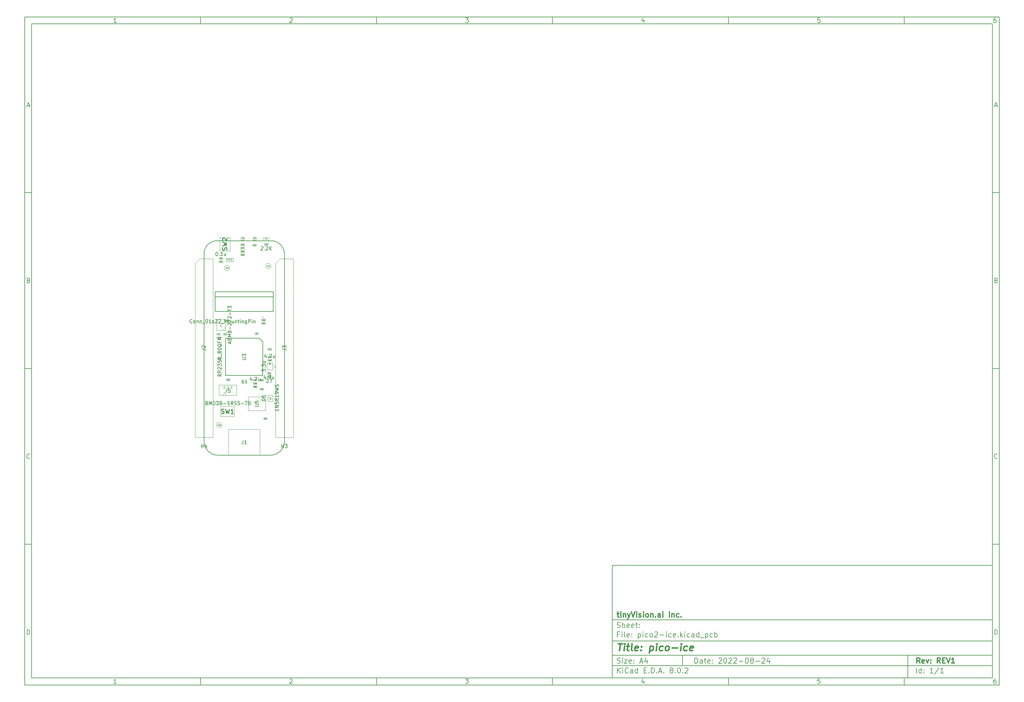
<source format=gbr>
%TF.GenerationSoftware,KiCad,Pcbnew,8.0.2*%
%TF.CreationDate,2024-10-27T15:33:14-07:00*%
%TF.ProjectId,pico2-ice,7069636f-322d-4696-9365-2e6b69636164,REV1*%
%TF.SameCoordinates,Original*%
%TF.FileFunction,AssemblyDrawing,Top*%
%FSLAX46Y46*%
G04 Gerber Fmt 4.6, Leading zero omitted, Abs format (unit mm)*
G04 Created by KiCad (PCBNEW 8.0.2) date 2024-10-27 15:33:14*
%MOMM*%
%LPD*%
G01*
G04 APERTURE LIST*
%ADD10C,0.100000*%
%ADD11C,0.150000*%
%ADD12C,0.300000*%
%ADD13C,0.400000*%
%ADD14C,0.127000*%
%ADD15C,0.040000*%
%ADD16C,0.075000*%
%ADD17C,0.060000*%
%ADD18C,0.254000*%
%ADD19C,0.050000*%
%ADD20C,0.105000*%
%ADD21C,0.273607*%
%ADD22C,0.200000*%
G04 APERTURE END LIST*
D10*
D11*
X177002200Y-166007200D02*
X285002200Y-166007200D01*
X285002200Y-198007200D01*
X177002200Y-198007200D01*
X177002200Y-166007200D01*
D10*
D11*
X10000000Y-10000000D02*
X287002200Y-10000000D01*
X287002200Y-200007200D01*
X10000000Y-200007200D01*
X10000000Y-10000000D01*
D10*
D11*
X12000000Y-12000000D02*
X285002200Y-12000000D01*
X285002200Y-198007200D01*
X12000000Y-198007200D01*
X12000000Y-12000000D01*
D10*
D11*
X60000000Y-12000000D02*
X60000000Y-10000000D01*
D10*
D11*
X110000000Y-12000000D02*
X110000000Y-10000000D01*
D10*
D11*
X160000000Y-12000000D02*
X160000000Y-10000000D01*
D10*
D11*
X210000000Y-12000000D02*
X210000000Y-10000000D01*
D10*
D11*
X260000000Y-12000000D02*
X260000000Y-10000000D01*
D10*
D11*
X36089160Y-11593604D02*
X35346303Y-11593604D01*
X35717731Y-11593604D02*
X35717731Y-10293604D01*
X35717731Y-10293604D02*
X35593922Y-10479319D01*
X35593922Y-10479319D02*
X35470112Y-10603128D01*
X35470112Y-10603128D02*
X35346303Y-10665033D01*
D10*
D11*
X85346303Y-10417414D02*
X85408207Y-10355509D01*
X85408207Y-10355509D02*
X85532017Y-10293604D01*
X85532017Y-10293604D02*
X85841541Y-10293604D01*
X85841541Y-10293604D02*
X85965350Y-10355509D01*
X85965350Y-10355509D02*
X86027255Y-10417414D01*
X86027255Y-10417414D02*
X86089160Y-10541223D01*
X86089160Y-10541223D02*
X86089160Y-10665033D01*
X86089160Y-10665033D02*
X86027255Y-10850747D01*
X86027255Y-10850747D02*
X85284398Y-11593604D01*
X85284398Y-11593604D02*
X86089160Y-11593604D01*
D10*
D11*
X135284398Y-10293604D02*
X136089160Y-10293604D01*
X136089160Y-10293604D02*
X135655826Y-10788842D01*
X135655826Y-10788842D02*
X135841541Y-10788842D01*
X135841541Y-10788842D02*
X135965350Y-10850747D01*
X135965350Y-10850747D02*
X136027255Y-10912652D01*
X136027255Y-10912652D02*
X136089160Y-11036461D01*
X136089160Y-11036461D02*
X136089160Y-11345985D01*
X136089160Y-11345985D02*
X136027255Y-11469795D01*
X136027255Y-11469795D02*
X135965350Y-11531700D01*
X135965350Y-11531700D02*
X135841541Y-11593604D01*
X135841541Y-11593604D02*
X135470112Y-11593604D01*
X135470112Y-11593604D02*
X135346303Y-11531700D01*
X135346303Y-11531700D02*
X135284398Y-11469795D01*
D10*
D11*
X185965350Y-10726938D02*
X185965350Y-11593604D01*
X185655826Y-10231700D02*
X185346303Y-11160271D01*
X185346303Y-11160271D02*
X186151064Y-11160271D01*
D10*
D11*
X236027255Y-10293604D02*
X235408207Y-10293604D01*
X235408207Y-10293604D02*
X235346303Y-10912652D01*
X235346303Y-10912652D02*
X235408207Y-10850747D01*
X235408207Y-10850747D02*
X235532017Y-10788842D01*
X235532017Y-10788842D02*
X235841541Y-10788842D01*
X235841541Y-10788842D02*
X235965350Y-10850747D01*
X235965350Y-10850747D02*
X236027255Y-10912652D01*
X236027255Y-10912652D02*
X236089160Y-11036461D01*
X236089160Y-11036461D02*
X236089160Y-11345985D01*
X236089160Y-11345985D02*
X236027255Y-11469795D01*
X236027255Y-11469795D02*
X235965350Y-11531700D01*
X235965350Y-11531700D02*
X235841541Y-11593604D01*
X235841541Y-11593604D02*
X235532017Y-11593604D01*
X235532017Y-11593604D02*
X235408207Y-11531700D01*
X235408207Y-11531700D02*
X235346303Y-11469795D01*
D10*
D11*
X285965350Y-10293604D02*
X285717731Y-10293604D01*
X285717731Y-10293604D02*
X285593922Y-10355509D01*
X285593922Y-10355509D02*
X285532017Y-10417414D01*
X285532017Y-10417414D02*
X285408207Y-10603128D01*
X285408207Y-10603128D02*
X285346303Y-10850747D01*
X285346303Y-10850747D02*
X285346303Y-11345985D01*
X285346303Y-11345985D02*
X285408207Y-11469795D01*
X285408207Y-11469795D02*
X285470112Y-11531700D01*
X285470112Y-11531700D02*
X285593922Y-11593604D01*
X285593922Y-11593604D02*
X285841541Y-11593604D01*
X285841541Y-11593604D02*
X285965350Y-11531700D01*
X285965350Y-11531700D02*
X286027255Y-11469795D01*
X286027255Y-11469795D02*
X286089160Y-11345985D01*
X286089160Y-11345985D02*
X286089160Y-11036461D01*
X286089160Y-11036461D02*
X286027255Y-10912652D01*
X286027255Y-10912652D02*
X285965350Y-10850747D01*
X285965350Y-10850747D02*
X285841541Y-10788842D01*
X285841541Y-10788842D02*
X285593922Y-10788842D01*
X285593922Y-10788842D02*
X285470112Y-10850747D01*
X285470112Y-10850747D02*
X285408207Y-10912652D01*
X285408207Y-10912652D02*
X285346303Y-11036461D01*
D10*
D11*
X60000000Y-198007200D02*
X60000000Y-200007200D01*
D10*
D11*
X110000000Y-198007200D02*
X110000000Y-200007200D01*
D10*
D11*
X160000000Y-198007200D02*
X160000000Y-200007200D01*
D10*
D11*
X210000000Y-198007200D02*
X210000000Y-200007200D01*
D10*
D11*
X260000000Y-198007200D02*
X260000000Y-200007200D01*
D10*
D11*
X36089160Y-199600804D02*
X35346303Y-199600804D01*
X35717731Y-199600804D02*
X35717731Y-198300804D01*
X35717731Y-198300804D02*
X35593922Y-198486519D01*
X35593922Y-198486519D02*
X35470112Y-198610328D01*
X35470112Y-198610328D02*
X35346303Y-198672233D01*
D10*
D11*
X85346303Y-198424614D02*
X85408207Y-198362709D01*
X85408207Y-198362709D02*
X85532017Y-198300804D01*
X85532017Y-198300804D02*
X85841541Y-198300804D01*
X85841541Y-198300804D02*
X85965350Y-198362709D01*
X85965350Y-198362709D02*
X86027255Y-198424614D01*
X86027255Y-198424614D02*
X86089160Y-198548423D01*
X86089160Y-198548423D02*
X86089160Y-198672233D01*
X86089160Y-198672233D02*
X86027255Y-198857947D01*
X86027255Y-198857947D02*
X85284398Y-199600804D01*
X85284398Y-199600804D02*
X86089160Y-199600804D01*
D10*
D11*
X135284398Y-198300804D02*
X136089160Y-198300804D01*
X136089160Y-198300804D02*
X135655826Y-198796042D01*
X135655826Y-198796042D02*
X135841541Y-198796042D01*
X135841541Y-198796042D02*
X135965350Y-198857947D01*
X135965350Y-198857947D02*
X136027255Y-198919852D01*
X136027255Y-198919852D02*
X136089160Y-199043661D01*
X136089160Y-199043661D02*
X136089160Y-199353185D01*
X136089160Y-199353185D02*
X136027255Y-199476995D01*
X136027255Y-199476995D02*
X135965350Y-199538900D01*
X135965350Y-199538900D02*
X135841541Y-199600804D01*
X135841541Y-199600804D02*
X135470112Y-199600804D01*
X135470112Y-199600804D02*
X135346303Y-199538900D01*
X135346303Y-199538900D02*
X135284398Y-199476995D01*
D10*
D11*
X185965350Y-198734138D02*
X185965350Y-199600804D01*
X185655826Y-198238900D02*
X185346303Y-199167471D01*
X185346303Y-199167471D02*
X186151064Y-199167471D01*
D10*
D11*
X236027255Y-198300804D02*
X235408207Y-198300804D01*
X235408207Y-198300804D02*
X235346303Y-198919852D01*
X235346303Y-198919852D02*
X235408207Y-198857947D01*
X235408207Y-198857947D02*
X235532017Y-198796042D01*
X235532017Y-198796042D02*
X235841541Y-198796042D01*
X235841541Y-198796042D02*
X235965350Y-198857947D01*
X235965350Y-198857947D02*
X236027255Y-198919852D01*
X236027255Y-198919852D02*
X236089160Y-199043661D01*
X236089160Y-199043661D02*
X236089160Y-199353185D01*
X236089160Y-199353185D02*
X236027255Y-199476995D01*
X236027255Y-199476995D02*
X235965350Y-199538900D01*
X235965350Y-199538900D02*
X235841541Y-199600804D01*
X235841541Y-199600804D02*
X235532017Y-199600804D01*
X235532017Y-199600804D02*
X235408207Y-199538900D01*
X235408207Y-199538900D02*
X235346303Y-199476995D01*
D10*
D11*
X285965350Y-198300804D02*
X285717731Y-198300804D01*
X285717731Y-198300804D02*
X285593922Y-198362709D01*
X285593922Y-198362709D02*
X285532017Y-198424614D01*
X285532017Y-198424614D02*
X285408207Y-198610328D01*
X285408207Y-198610328D02*
X285346303Y-198857947D01*
X285346303Y-198857947D02*
X285346303Y-199353185D01*
X285346303Y-199353185D02*
X285408207Y-199476995D01*
X285408207Y-199476995D02*
X285470112Y-199538900D01*
X285470112Y-199538900D02*
X285593922Y-199600804D01*
X285593922Y-199600804D02*
X285841541Y-199600804D01*
X285841541Y-199600804D02*
X285965350Y-199538900D01*
X285965350Y-199538900D02*
X286027255Y-199476995D01*
X286027255Y-199476995D02*
X286089160Y-199353185D01*
X286089160Y-199353185D02*
X286089160Y-199043661D01*
X286089160Y-199043661D02*
X286027255Y-198919852D01*
X286027255Y-198919852D02*
X285965350Y-198857947D01*
X285965350Y-198857947D02*
X285841541Y-198796042D01*
X285841541Y-198796042D02*
X285593922Y-198796042D01*
X285593922Y-198796042D02*
X285470112Y-198857947D01*
X285470112Y-198857947D02*
X285408207Y-198919852D01*
X285408207Y-198919852D02*
X285346303Y-199043661D01*
D10*
D11*
X10000000Y-60000000D02*
X12000000Y-60000000D01*
D10*
D11*
X10000000Y-110000000D02*
X12000000Y-110000000D01*
D10*
D11*
X10000000Y-160000000D02*
X12000000Y-160000000D01*
D10*
D11*
X10690476Y-35222176D02*
X11309523Y-35222176D01*
X10566666Y-35593604D02*
X10999999Y-34293604D01*
X10999999Y-34293604D02*
X11433333Y-35593604D01*
D10*
D11*
X11092857Y-84912652D02*
X11278571Y-84974557D01*
X11278571Y-84974557D02*
X11340476Y-85036461D01*
X11340476Y-85036461D02*
X11402380Y-85160271D01*
X11402380Y-85160271D02*
X11402380Y-85345985D01*
X11402380Y-85345985D02*
X11340476Y-85469795D01*
X11340476Y-85469795D02*
X11278571Y-85531700D01*
X11278571Y-85531700D02*
X11154761Y-85593604D01*
X11154761Y-85593604D02*
X10659523Y-85593604D01*
X10659523Y-85593604D02*
X10659523Y-84293604D01*
X10659523Y-84293604D02*
X11092857Y-84293604D01*
X11092857Y-84293604D02*
X11216666Y-84355509D01*
X11216666Y-84355509D02*
X11278571Y-84417414D01*
X11278571Y-84417414D02*
X11340476Y-84541223D01*
X11340476Y-84541223D02*
X11340476Y-84665033D01*
X11340476Y-84665033D02*
X11278571Y-84788842D01*
X11278571Y-84788842D02*
X11216666Y-84850747D01*
X11216666Y-84850747D02*
X11092857Y-84912652D01*
X11092857Y-84912652D02*
X10659523Y-84912652D01*
D10*
D11*
X11402380Y-135469795D02*
X11340476Y-135531700D01*
X11340476Y-135531700D02*
X11154761Y-135593604D01*
X11154761Y-135593604D02*
X11030952Y-135593604D01*
X11030952Y-135593604D02*
X10845238Y-135531700D01*
X10845238Y-135531700D02*
X10721428Y-135407890D01*
X10721428Y-135407890D02*
X10659523Y-135284080D01*
X10659523Y-135284080D02*
X10597619Y-135036461D01*
X10597619Y-135036461D02*
X10597619Y-134850747D01*
X10597619Y-134850747D02*
X10659523Y-134603128D01*
X10659523Y-134603128D02*
X10721428Y-134479319D01*
X10721428Y-134479319D02*
X10845238Y-134355509D01*
X10845238Y-134355509D02*
X11030952Y-134293604D01*
X11030952Y-134293604D02*
X11154761Y-134293604D01*
X11154761Y-134293604D02*
X11340476Y-134355509D01*
X11340476Y-134355509D02*
X11402380Y-134417414D01*
D10*
D11*
X10659523Y-185593604D02*
X10659523Y-184293604D01*
X10659523Y-184293604D02*
X10969047Y-184293604D01*
X10969047Y-184293604D02*
X11154761Y-184355509D01*
X11154761Y-184355509D02*
X11278571Y-184479319D01*
X11278571Y-184479319D02*
X11340476Y-184603128D01*
X11340476Y-184603128D02*
X11402380Y-184850747D01*
X11402380Y-184850747D02*
X11402380Y-185036461D01*
X11402380Y-185036461D02*
X11340476Y-185284080D01*
X11340476Y-185284080D02*
X11278571Y-185407890D01*
X11278571Y-185407890D02*
X11154761Y-185531700D01*
X11154761Y-185531700D02*
X10969047Y-185593604D01*
X10969047Y-185593604D02*
X10659523Y-185593604D01*
D10*
D11*
X287002200Y-60000000D02*
X285002200Y-60000000D01*
D10*
D11*
X287002200Y-110000000D02*
X285002200Y-110000000D01*
D10*
D11*
X287002200Y-160000000D02*
X285002200Y-160000000D01*
D10*
D11*
X285692676Y-35222176D02*
X286311723Y-35222176D01*
X285568866Y-35593604D02*
X286002199Y-34293604D01*
X286002199Y-34293604D02*
X286435533Y-35593604D01*
D10*
D11*
X286095057Y-84912652D02*
X286280771Y-84974557D01*
X286280771Y-84974557D02*
X286342676Y-85036461D01*
X286342676Y-85036461D02*
X286404580Y-85160271D01*
X286404580Y-85160271D02*
X286404580Y-85345985D01*
X286404580Y-85345985D02*
X286342676Y-85469795D01*
X286342676Y-85469795D02*
X286280771Y-85531700D01*
X286280771Y-85531700D02*
X286156961Y-85593604D01*
X286156961Y-85593604D02*
X285661723Y-85593604D01*
X285661723Y-85593604D02*
X285661723Y-84293604D01*
X285661723Y-84293604D02*
X286095057Y-84293604D01*
X286095057Y-84293604D02*
X286218866Y-84355509D01*
X286218866Y-84355509D02*
X286280771Y-84417414D01*
X286280771Y-84417414D02*
X286342676Y-84541223D01*
X286342676Y-84541223D02*
X286342676Y-84665033D01*
X286342676Y-84665033D02*
X286280771Y-84788842D01*
X286280771Y-84788842D02*
X286218866Y-84850747D01*
X286218866Y-84850747D02*
X286095057Y-84912652D01*
X286095057Y-84912652D02*
X285661723Y-84912652D01*
D10*
D11*
X286404580Y-135469795D02*
X286342676Y-135531700D01*
X286342676Y-135531700D02*
X286156961Y-135593604D01*
X286156961Y-135593604D02*
X286033152Y-135593604D01*
X286033152Y-135593604D02*
X285847438Y-135531700D01*
X285847438Y-135531700D02*
X285723628Y-135407890D01*
X285723628Y-135407890D02*
X285661723Y-135284080D01*
X285661723Y-135284080D02*
X285599819Y-135036461D01*
X285599819Y-135036461D02*
X285599819Y-134850747D01*
X285599819Y-134850747D02*
X285661723Y-134603128D01*
X285661723Y-134603128D02*
X285723628Y-134479319D01*
X285723628Y-134479319D02*
X285847438Y-134355509D01*
X285847438Y-134355509D02*
X286033152Y-134293604D01*
X286033152Y-134293604D02*
X286156961Y-134293604D01*
X286156961Y-134293604D02*
X286342676Y-134355509D01*
X286342676Y-134355509D02*
X286404580Y-134417414D01*
D10*
D11*
X285661723Y-185593604D02*
X285661723Y-184293604D01*
X285661723Y-184293604D02*
X285971247Y-184293604D01*
X285971247Y-184293604D02*
X286156961Y-184355509D01*
X286156961Y-184355509D02*
X286280771Y-184479319D01*
X286280771Y-184479319D02*
X286342676Y-184603128D01*
X286342676Y-184603128D02*
X286404580Y-184850747D01*
X286404580Y-184850747D02*
X286404580Y-185036461D01*
X286404580Y-185036461D02*
X286342676Y-185284080D01*
X286342676Y-185284080D02*
X286280771Y-185407890D01*
X286280771Y-185407890D02*
X286156961Y-185531700D01*
X286156961Y-185531700D02*
X285971247Y-185593604D01*
X285971247Y-185593604D02*
X285661723Y-185593604D01*
D10*
D11*
X200458026Y-193793328D02*
X200458026Y-192293328D01*
X200458026Y-192293328D02*
X200815169Y-192293328D01*
X200815169Y-192293328D02*
X201029455Y-192364757D01*
X201029455Y-192364757D02*
X201172312Y-192507614D01*
X201172312Y-192507614D02*
X201243741Y-192650471D01*
X201243741Y-192650471D02*
X201315169Y-192936185D01*
X201315169Y-192936185D02*
X201315169Y-193150471D01*
X201315169Y-193150471D02*
X201243741Y-193436185D01*
X201243741Y-193436185D02*
X201172312Y-193579042D01*
X201172312Y-193579042D02*
X201029455Y-193721900D01*
X201029455Y-193721900D02*
X200815169Y-193793328D01*
X200815169Y-193793328D02*
X200458026Y-193793328D01*
X202600884Y-193793328D02*
X202600884Y-193007614D01*
X202600884Y-193007614D02*
X202529455Y-192864757D01*
X202529455Y-192864757D02*
X202386598Y-192793328D01*
X202386598Y-192793328D02*
X202100884Y-192793328D01*
X202100884Y-192793328D02*
X201958026Y-192864757D01*
X202600884Y-193721900D02*
X202458026Y-193793328D01*
X202458026Y-193793328D02*
X202100884Y-193793328D01*
X202100884Y-193793328D02*
X201958026Y-193721900D01*
X201958026Y-193721900D02*
X201886598Y-193579042D01*
X201886598Y-193579042D02*
X201886598Y-193436185D01*
X201886598Y-193436185D02*
X201958026Y-193293328D01*
X201958026Y-193293328D02*
X202100884Y-193221900D01*
X202100884Y-193221900D02*
X202458026Y-193221900D01*
X202458026Y-193221900D02*
X202600884Y-193150471D01*
X203100884Y-192793328D02*
X203672312Y-192793328D01*
X203315169Y-192293328D02*
X203315169Y-193579042D01*
X203315169Y-193579042D02*
X203386598Y-193721900D01*
X203386598Y-193721900D02*
X203529455Y-193793328D01*
X203529455Y-193793328D02*
X203672312Y-193793328D01*
X204743741Y-193721900D02*
X204600884Y-193793328D01*
X204600884Y-193793328D02*
X204315170Y-193793328D01*
X204315170Y-193793328D02*
X204172312Y-193721900D01*
X204172312Y-193721900D02*
X204100884Y-193579042D01*
X204100884Y-193579042D02*
X204100884Y-193007614D01*
X204100884Y-193007614D02*
X204172312Y-192864757D01*
X204172312Y-192864757D02*
X204315170Y-192793328D01*
X204315170Y-192793328D02*
X204600884Y-192793328D01*
X204600884Y-192793328D02*
X204743741Y-192864757D01*
X204743741Y-192864757D02*
X204815170Y-193007614D01*
X204815170Y-193007614D02*
X204815170Y-193150471D01*
X204815170Y-193150471D02*
X204100884Y-193293328D01*
X205458026Y-193650471D02*
X205529455Y-193721900D01*
X205529455Y-193721900D02*
X205458026Y-193793328D01*
X205458026Y-193793328D02*
X205386598Y-193721900D01*
X205386598Y-193721900D02*
X205458026Y-193650471D01*
X205458026Y-193650471D02*
X205458026Y-193793328D01*
X205458026Y-192864757D02*
X205529455Y-192936185D01*
X205529455Y-192936185D02*
X205458026Y-193007614D01*
X205458026Y-193007614D02*
X205386598Y-192936185D01*
X205386598Y-192936185D02*
X205458026Y-192864757D01*
X205458026Y-192864757D02*
X205458026Y-193007614D01*
X207243741Y-192436185D02*
X207315169Y-192364757D01*
X207315169Y-192364757D02*
X207458027Y-192293328D01*
X207458027Y-192293328D02*
X207815169Y-192293328D01*
X207815169Y-192293328D02*
X207958027Y-192364757D01*
X207958027Y-192364757D02*
X208029455Y-192436185D01*
X208029455Y-192436185D02*
X208100884Y-192579042D01*
X208100884Y-192579042D02*
X208100884Y-192721900D01*
X208100884Y-192721900D02*
X208029455Y-192936185D01*
X208029455Y-192936185D02*
X207172312Y-193793328D01*
X207172312Y-193793328D02*
X208100884Y-193793328D01*
X209029455Y-192293328D02*
X209172312Y-192293328D01*
X209172312Y-192293328D02*
X209315169Y-192364757D01*
X209315169Y-192364757D02*
X209386598Y-192436185D01*
X209386598Y-192436185D02*
X209458026Y-192579042D01*
X209458026Y-192579042D02*
X209529455Y-192864757D01*
X209529455Y-192864757D02*
X209529455Y-193221900D01*
X209529455Y-193221900D02*
X209458026Y-193507614D01*
X209458026Y-193507614D02*
X209386598Y-193650471D01*
X209386598Y-193650471D02*
X209315169Y-193721900D01*
X209315169Y-193721900D02*
X209172312Y-193793328D01*
X209172312Y-193793328D02*
X209029455Y-193793328D01*
X209029455Y-193793328D02*
X208886598Y-193721900D01*
X208886598Y-193721900D02*
X208815169Y-193650471D01*
X208815169Y-193650471D02*
X208743740Y-193507614D01*
X208743740Y-193507614D02*
X208672312Y-193221900D01*
X208672312Y-193221900D02*
X208672312Y-192864757D01*
X208672312Y-192864757D02*
X208743740Y-192579042D01*
X208743740Y-192579042D02*
X208815169Y-192436185D01*
X208815169Y-192436185D02*
X208886598Y-192364757D01*
X208886598Y-192364757D02*
X209029455Y-192293328D01*
X210100883Y-192436185D02*
X210172311Y-192364757D01*
X210172311Y-192364757D02*
X210315169Y-192293328D01*
X210315169Y-192293328D02*
X210672311Y-192293328D01*
X210672311Y-192293328D02*
X210815169Y-192364757D01*
X210815169Y-192364757D02*
X210886597Y-192436185D01*
X210886597Y-192436185D02*
X210958026Y-192579042D01*
X210958026Y-192579042D02*
X210958026Y-192721900D01*
X210958026Y-192721900D02*
X210886597Y-192936185D01*
X210886597Y-192936185D02*
X210029454Y-193793328D01*
X210029454Y-193793328D02*
X210958026Y-193793328D01*
X211529454Y-192436185D02*
X211600882Y-192364757D01*
X211600882Y-192364757D02*
X211743740Y-192293328D01*
X211743740Y-192293328D02*
X212100882Y-192293328D01*
X212100882Y-192293328D02*
X212243740Y-192364757D01*
X212243740Y-192364757D02*
X212315168Y-192436185D01*
X212315168Y-192436185D02*
X212386597Y-192579042D01*
X212386597Y-192579042D02*
X212386597Y-192721900D01*
X212386597Y-192721900D02*
X212315168Y-192936185D01*
X212315168Y-192936185D02*
X211458025Y-193793328D01*
X211458025Y-193793328D02*
X212386597Y-193793328D01*
X213029453Y-193221900D02*
X214172311Y-193221900D01*
X215172311Y-192293328D02*
X215315168Y-192293328D01*
X215315168Y-192293328D02*
X215458025Y-192364757D01*
X215458025Y-192364757D02*
X215529454Y-192436185D01*
X215529454Y-192436185D02*
X215600882Y-192579042D01*
X215600882Y-192579042D02*
X215672311Y-192864757D01*
X215672311Y-192864757D02*
X215672311Y-193221900D01*
X215672311Y-193221900D02*
X215600882Y-193507614D01*
X215600882Y-193507614D02*
X215529454Y-193650471D01*
X215529454Y-193650471D02*
X215458025Y-193721900D01*
X215458025Y-193721900D02*
X215315168Y-193793328D01*
X215315168Y-193793328D02*
X215172311Y-193793328D01*
X215172311Y-193793328D02*
X215029454Y-193721900D01*
X215029454Y-193721900D02*
X214958025Y-193650471D01*
X214958025Y-193650471D02*
X214886596Y-193507614D01*
X214886596Y-193507614D02*
X214815168Y-193221900D01*
X214815168Y-193221900D02*
X214815168Y-192864757D01*
X214815168Y-192864757D02*
X214886596Y-192579042D01*
X214886596Y-192579042D02*
X214958025Y-192436185D01*
X214958025Y-192436185D02*
X215029454Y-192364757D01*
X215029454Y-192364757D02*
X215172311Y-192293328D01*
X216529453Y-192936185D02*
X216386596Y-192864757D01*
X216386596Y-192864757D02*
X216315167Y-192793328D01*
X216315167Y-192793328D02*
X216243739Y-192650471D01*
X216243739Y-192650471D02*
X216243739Y-192579042D01*
X216243739Y-192579042D02*
X216315167Y-192436185D01*
X216315167Y-192436185D02*
X216386596Y-192364757D01*
X216386596Y-192364757D02*
X216529453Y-192293328D01*
X216529453Y-192293328D02*
X216815167Y-192293328D01*
X216815167Y-192293328D02*
X216958025Y-192364757D01*
X216958025Y-192364757D02*
X217029453Y-192436185D01*
X217029453Y-192436185D02*
X217100882Y-192579042D01*
X217100882Y-192579042D02*
X217100882Y-192650471D01*
X217100882Y-192650471D02*
X217029453Y-192793328D01*
X217029453Y-192793328D02*
X216958025Y-192864757D01*
X216958025Y-192864757D02*
X216815167Y-192936185D01*
X216815167Y-192936185D02*
X216529453Y-192936185D01*
X216529453Y-192936185D02*
X216386596Y-193007614D01*
X216386596Y-193007614D02*
X216315167Y-193079042D01*
X216315167Y-193079042D02*
X216243739Y-193221900D01*
X216243739Y-193221900D02*
X216243739Y-193507614D01*
X216243739Y-193507614D02*
X216315167Y-193650471D01*
X216315167Y-193650471D02*
X216386596Y-193721900D01*
X216386596Y-193721900D02*
X216529453Y-193793328D01*
X216529453Y-193793328D02*
X216815167Y-193793328D01*
X216815167Y-193793328D02*
X216958025Y-193721900D01*
X216958025Y-193721900D02*
X217029453Y-193650471D01*
X217029453Y-193650471D02*
X217100882Y-193507614D01*
X217100882Y-193507614D02*
X217100882Y-193221900D01*
X217100882Y-193221900D02*
X217029453Y-193079042D01*
X217029453Y-193079042D02*
X216958025Y-193007614D01*
X216958025Y-193007614D02*
X216815167Y-192936185D01*
X217743738Y-193221900D02*
X218886596Y-193221900D01*
X219529453Y-192436185D02*
X219600881Y-192364757D01*
X219600881Y-192364757D02*
X219743739Y-192293328D01*
X219743739Y-192293328D02*
X220100881Y-192293328D01*
X220100881Y-192293328D02*
X220243739Y-192364757D01*
X220243739Y-192364757D02*
X220315167Y-192436185D01*
X220315167Y-192436185D02*
X220386596Y-192579042D01*
X220386596Y-192579042D02*
X220386596Y-192721900D01*
X220386596Y-192721900D02*
X220315167Y-192936185D01*
X220315167Y-192936185D02*
X219458024Y-193793328D01*
X219458024Y-193793328D02*
X220386596Y-193793328D01*
X221672310Y-192793328D02*
X221672310Y-193793328D01*
X221315167Y-192221900D02*
X220958024Y-193293328D01*
X220958024Y-193293328D02*
X221886595Y-193293328D01*
D10*
D11*
X177002200Y-194507200D02*
X285002200Y-194507200D01*
D10*
D11*
X178458026Y-196593328D02*
X178458026Y-195093328D01*
X179315169Y-196593328D02*
X178672312Y-195736185D01*
X179315169Y-195093328D02*
X178458026Y-195950471D01*
X179958026Y-196593328D02*
X179958026Y-195593328D01*
X179958026Y-195093328D02*
X179886598Y-195164757D01*
X179886598Y-195164757D02*
X179958026Y-195236185D01*
X179958026Y-195236185D02*
X180029455Y-195164757D01*
X180029455Y-195164757D02*
X179958026Y-195093328D01*
X179958026Y-195093328D02*
X179958026Y-195236185D01*
X181529455Y-196450471D02*
X181458027Y-196521900D01*
X181458027Y-196521900D02*
X181243741Y-196593328D01*
X181243741Y-196593328D02*
X181100884Y-196593328D01*
X181100884Y-196593328D02*
X180886598Y-196521900D01*
X180886598Y-196521900D02*
X180743741Y-196379042D01*
X180743741Y-196379042D02*
X180672312Y-196236185D01*
X180672312Y-196236185D02*
X180600884Y-195950471D01*
X180600884Y-195950471D02*
X180600884Y-195736185D01*
X180600884Y-195736185D02*
X180672312Y-195450471D01*
X180672312Y-195450471D02*
X180743741Y-195307614D01*
X180743741Y-195307614D02*
X180886598Y-195164757D01*
X180886598Y-195164757D02*
X181100884Y-195093328D01*
X181100884Y-195093328D02*
X181243741Y-195093328D01*
X181243741Y-195093328D02*
X181458027Y-195164757D01*
X181458027Y-195164757D02*
X181529455Y-195236185D01*
X182815170Y-196593328D02*
X182815170Y-195807614D01*
X182815170Y-195807614D02*
X182743741Y-195664757D01*
X182743741Y-195664757D02*
X182600884Y-195593328D01*
X182600884Y-195593328D02*
X182315170Y-195593328D01*
X182315170Y-195593328D02*
X182172312Y-195664757D01*
X182815170Y-196521900D02*
X182672312Y-196593328D01*
X182672312Y-196593328D02*
X182315170Y-196593328D01*
X182315170Y-196593328D02*
X182172312Y-196521900D01*
X182172312Y-196521900D02*
X182100884Y-196379042D01*
X182100884Y-196379042D02*
X182100884Y-196236185D01*
X182100884Y-196236185D02*
X182172312Y-196093328D01*
X182172312Y-196093328D02*
X182315170Y-196021900D01*
X182315170Y-196021900D02*
X182672312Y-196021900D01*
X182672312Y-196021900D02*
X182815170Y-195950471D01*
X184172313Y-196593328D02*
X184172313Y-195093328D01*
X184172313Y-196521900D02*
X184029455Y-196593328D01*
X184029455Y-196593328D02*
X183743741Y-196593328D01*
X183743741Y-196593328D02*
X183600884Y-196521900D01*
X183600884Y-196521900D02*
X183529455Y-196450471D01*
X183529455Y-196450471D02*
X183458027Y-196307614D01*
X183458027Y-196307614D02*
X183458027Y-195879042D01*
X183458027Y-195879042D02*
X183529455Y-195736185D01*
X183529455Y-195736185D02*
X183600884Y-195664757D01*
X183600884Y-195664757D02*
X183743741Y-195593328D01*
X183743741Y-195593328D02*
X184029455Y-195593328D01*
X184029455Y-195593328D02*
X184172313Y-195664757D01*
X186029455Y-195807614D02*
X186529455Y-195807614D01*
X186743741Y-196593328D02*
X186029455Y-196593328D01*
X186029455Y-196593328D02*
X186029455Y-195093328D01*
X186029455Y-195093328D02*
X186743741Y-195093328D01*
X187386598Y-196450471D02*
X187458027Y-196521900D01*
X187458027Y-196521900D02*
X187386598Y-196593328D01*
X187386598Y-196593328D02*
X187315170Y-196521900D01*
X187315170Y-196521900D02*
X187386598Y-196450471D01*
X187386598Y-196450471D02*
X187386598Y-196593328D01*
X188100884Y-196593328D02*
X188100884Y-195093328D01*
X188100884Y-195093328D02*
X188458027Y-195093328D01*
X188458027Y-195093328D02*
X188672313Y-195164757D01*
X188672313Y-195164757D02*
X188815170Y-195307614D01*
X188815170Y-195307614D02*
X188886599Y-195450471D01*
X188886599Y-195450471D02*
X188958027Y-195736185D01*
X188958027Y-195736185D02*
X188958027Y-195950471D01*
X188958027Y-195950471D02*
X188886599Y-196236185D01*
X188886599Y-196236185D02*
X188815170Y-196379042D01*
X188815170Y-196379042D02*
X188672313Y-196521900D01*
X188672313Y-196521900D02*
X188458027Y-196593328D01*
X188458027Y-196593328D02*
X188100884Y-196593328D01*
X189600884Y-196450471D02*
X189672313Y-196521900D01*
X189672313Y-196521900D02*
X189600884Y-196593328D01*
X189600884Y-196593328D02*
X189529456Y-196521900D01*
X189529456Y-196521900D02*
X189600884Y-196450471D01*
X189600884Y-196450471D02*
X189600884Y-196593328D01*
X190243742Y-196164757D02*
X190958028Y-196164757D01*
X190100885Y-196593328D02*
X190600885Y-195093328D01*
X190600885Y-195093328D02*
X191100885Y-196593328D01*
X191600884Y-196450471D02*
X191672313Y-196521900D01*
X191672313Y-196521900D02*
X191600884Y-196593328D01*
X191600884Y-196593328D02*
X191529456Y-196521900D01*
X191529456Y-196521900D02*
X191600884Y-196450471D01*
X191600884Y-196450471D02*
X191600884Y-196593328D01*
X193672313Y-195736185D02*
X193529456Y-195664757D01*
X193529456Y-195664757D02*
X193458027Y-195593328D01*
X193458027Y-195593328D02*
X193386599Y-195450471D01*
X193386599Y-195450471D02*
X193386599Y-195379042D01*
X193386599Y-195379042D02*
X193458027Y-195236185D01*
X193458027Y-195236185D02*
X193529456Y-195164757D01*
X193529456Y-195164757D02*
X193672313Y-195093328D01*
X193672313Y-195093328D02*
X193958027Y-195093328D01*
X193958027Y-195093328D02*
X194100885Y-195164757D01*
X194100885Y-195164757D02*
X194172313Y-195236185D01*
X194172313Y-195236185D02*
X194243742Y-195379042D01*
X194243742Y-195379042D02*
X194243742Y-195450471D01*
X194243742Y-195450471D02*
X194172313Y-195593328D01*
X194172313Y-195593328D02*
X194100885Y-195664757D01*
X194100885Y-195664757D02*
X193958027Y-195736185D01*
X193958027Y-195736185D02*
X193672313Y-195736185D01*
X193672313Y-195736185D02*
X193529456Y-195807614D01*
X193529456Y-195807614D02*
X193458027Y-195879042D01*
X193458027Y-195879042D02*
X193386599Y-196021900D01*
X193386599Y-196021900D02*
X193386599Y-196307614D01*
X193386599Y-196307614D02*
X193458027Y-196450471D01*
X193458027Y-196450471D02*
X193529456Y-196521900D01*
X193529456Y-196521900D02*
X193672313Y-196593328D01*
X193672313Y-196593328D02*
X193958027Y-196593328D01*
X193958027Y-196593328D02*
X194100885Y-196521900D01*
X194100885Y-196521900D02*
X194172313Y-196450471D01*
X194172313Y-196450471D02*
X194243742Y-196307614D01*
X194243742Y-196307614D02*
X194243742Y-196021900D01*
X194243742Y-196021900D02*
X194172313Y-195879042D01*
X194172313Y-195879042D02*
X194100885Y-195807614D01*
X194100885Y-195807614D02*
X193958027Y-195736185D01*
X194886598Y-196450471D02*
X194958027Y-196521900D01*
X194958027Y-196521900D02*
X194886598Y-196593328D01*
X194886598Y-196593328D02*
X194815170Y-196521900D01*
X194815170Y-196521900D02*
X194886598Y-196450471D01*
X194886598Y-196450471D02*
X194886598Y-196593328D01*
X195886599Y-195093328D02*
X196029456Y-195093328D01*
X196029456Y-195093328D02*
X196172313Y-195164757D01*
X196172313Y-195164757D02*
X196243742Y-195236185D01*
X196243742Y-195236185D02*
X196315170Y-195379042D01*
X196315170Y-195379042D02*
X196386599Y-195664757D01*
X196386599Y-195664757D02*
X196386599Y-196021900D01*
X196386599Y-196021900D02*
X196315170Y-196307614D01*
X196315170Y-196307614D02*
X196243742Y-196450471D01*
X196243742Y-196450471D02*
X196172313Y-196521900D01*
X196172313Y-196521900D02*
X196029456Y-196593328D01*
X196029456Y-196593328D02*
X195886599Y-196593328D01*
X195886599Y-196593328D02*
X195743742Y-196521900D01*
X195743742Y-196521900D02*
X195672313Y-196450471D01*
X195672313Y-196450471D02*
X195600884Y-196307614D01*
X195600884Y-196307614D02*
X195529456Y-196021900D01*
X195529456Y-196021900D02*
X195529456Y-195664757D01*
X195529456Y-195664757D02*
X195600884Y-195379042D01*
X195600884Y-195379042D02*
X195672313Y-195236185D01*
X195672313Y-195236185D02*
X195743742Y-195164757D01*
X195743742Y-195164757D02*
X195886599Y-195093328D01*
X197029455Y-196450471D02*
X197100884Y-196521900D01*
X197100884Y-196521900D02*
X197029455Y-196593328D01*
X197029455Y-196593328D02*
X196958027Y-196521900D01*
X196958027Y-196521900D02*
X197029455Y-196450471D01*
X197029455Y-196450471D02*
X197029455Y-196593328D01*
X197672313Y-195236185D02*
X197743741Y-195164757D01*
X197743741Y-195164757D02*
X197886599Y-195093328D01*
X197886599Y-195093328D02*
X198243741Y-195093328D01*
X198243741Y-195093328D02*
X198386599Y-195164757D01*
X198386599Y-195164757D02*
X198458027Y-195236185D01*
X198458027Y-195236185D02*
X198529456Y-195379042D01*
X198529456Y-195379042D02*
X198529456Y-195521900D01*
X198529456Y-195521900D02*
X198458027Y-195736185D01*
X198458027Y-195736185D02*
X197600884Y-196593328D01*
X197600884Y-196593328D02*
X198529456Y-196593328D01*
D10*
D11*
X177002200Y-191507200D02*
X285002200Y-191507200D01*
D10*
D12*
X264413853Y-193785528D02*
X263913853Y-193071242D01*
X263556710Y-193785528D02*
X263556710Y-192285528D01*
X263556710Y-192285528D02*
X264128139Y-192285528D01*
X264128139Y-192285528D02*
X264270996Y-192356957D01*
X264270996Y-192356957D02*
X264342425Y-192428385D01*
X264342425Y-192428385D02*
X264413853Y-192571242D01*
X264413853Y-192571242D02*
X264413853Y-192785528D01*
X264413853Y-192785528D02*
X264342425Y-192928385D01*
X264342425Y-192928385D02*
X264270996Y-192999814D01*
X264270996Y-192999814D02*
X264128139Y-193071242D01*
X264128139Y-193071242D02*
X263556710Y-193071242D01*
X265628139Y-193714100D02*
X265485282Y-193785528D01*
X265485282Y-193785528D02*
X265199568Y-193785528D01*
X265199568Y-193785528D02*
X265056710Y-193714100D01*
X265056710Y-193714100D02*
X264985282Y-193571242D01*
X264985282Y-193571242D02*
X264985282Y-192999814D01*
X264985282Y-192999814D02*
X265056710Y-192856957D01*
X265056710Y-192856957D02*
X265199568Y-192785528D01*
X265199568Y-192785528D02*
X265485282Y-192785528D01*
X265485282Y-192785528D02*
X265628139Y-192856957D01*
X265628139Y-192856957D02*
X265699568Y-192999814D01*
X265699568Y-192999814D02*
X265699568Y-193142671D01*
X265699568Y-193142671D02*
X264985282Y-193285528D01*
X266199567Y-192785528D02*
X266556710Y-193785528D01*
X266556710Y-193785528D02*
X266913853Y-192785528D01*
X267485281Y-193642671D02*
X267556710Y-193714100D01*
X267556710Y-193714100D02*
X267485281Y-193785528D01*
X267485281Y-193785528D02*
X267413853Y-193714100D01*
X267413853Y-193714100D02*
X267485281Y-193642671D01*
X267485281Y-193642671D02*
X267485281Y-193785528D01*
X267485281Y-192856957D02*
X267556710Y-192928385D01*
X267556710Y-192928385D02*
X267485281Y-192999814D01*
X267485281Y-192999814D02*
X267413853Y-192928385D01*
X267413853Y-192928385D02*
X267485281Y-192856957D01*
X267485281Y-192856957D02*
X267485281Y-192999814D01*
X270199567Y-193785528D02*
X269699567Y-193071242D01*
X269342424Y-193785528D02*
X269342424Y-192285528D01*
X269342424Y-192285528D02*
X269913853Y-192285528D01*
X269913853Y-192285528D02*
X270056710Y-192356957D01*
X270056710Y-192356957D02*
X270128139Y-192428385D01*
X270128139Y-192428385D02*
X270199567Y-192571242D01*
X270199567Y-192571242D02*
X270199567Y-192785528D01*
X270199567Y-192785528D02*
X270128139Y-192928385D01*
X270128139Y-192928385D02*
X270056710Y-192999814D01*
X270056710Y-192999814D02*
X269913853Y-193071242D01*
X269913853Y-193071242D02*
X269342424Y-193071242D01*
X270842424Y-192999814D02*
X271342424Y-192999814D01*
X271556710Y-193785528D02*
X270842424Y-193785528D01*
X270842424Y-193785528D02*
X270842424Y-192285528D01*
X270842424Y-192285528D02*
X271556710Y-192285528D01*
X271985282Y-192285528D02*
X272485282Y-193785528D01*
X272485282Y-193785528D02*
X272985282Y-192285528D01*
X274270996Y-193785528D02*
X273413853Y-193785528D01*
X273842424Y-193785528D02*
X273842424Y-192285528D01*
X273842424Y-192285528D02*
X273699567Y-192499814D01*
X273699567Y-192499814D02*
X273556710Y-192642671D01*
X273556710Y-192642671D02*
X273413853Y-192714100D01*
D10*
D11*
X178386598Y-193721900D02*
X178600884Y-193793328D01*
X178600884Y-193793328D02*
X178958026Y-193793328D01*
X178958026Y-193793328D02*
X179100884Y-193721900D01*
X179100884Y-193721900D02*
X179172312Y-193650471D01*
X179172312Y-193650471D02*
X179243741Y-193507614D01*
X179243741Y-193507614D02*
X179243741Y-193364757D01*
X179243741Y-193364757D02*
X179172312Y-193221900D01*
X179172312Y-193221900D02*
X179100884Y-193150471D01*
X179100884Y-193150471D02*
X178958026Y-193079042D01*
X178958026Y-193079042D02*
X178672312Y-193007614D01*
X178672312Y-193007614D02*
X178529455Y-192936185D01*
X178529455Y-192936185D02*
X178458026Y-192864757D01*
X178458026Y-192864757D02*
X178386598Y-192721900D01*
X178386598Y-192721900D02*
X178386598Y-192579042D01*
X178386598Y-192579042D02*
X178458026Y-192436185D01*
X178458026Y-192436185D02*
X178529455Y-192364757D01*
X178529455Y-192364757D02*
X178672312Y-192293328D01*
X178672312Y-192293328D02*
X179029455Y-192293328D01*
X179029455Y-192293328D02*
X179243741Y-192364757D01*
X179886597Y-193793328D02*
X179886597Y-192793328D01*
X179886597Y-192293328D02*
X179815169Y-192364757D01*
X179815169Y-192364757D02*
X179886597Y-192436185D01*
X179886597Y-192436185D02*
X179958026Y-192364757D01*
X179958026Y-192364757D02*
X179886597Y-192293328D01*
X179886597Y-192293328D02*
X179886597Y-192436185D01*
X180458026Y-192793328D02*
X181243741Y-192793328D01*
X181243741Y-192793328D02*
X180458026Y-193793328D01*
X180458026Y-193793328D02*
X181243741Y-193793328D01*
X182386598Y-193721900D02*
X182243741Y-193793328D01*
X182243741Y-193793328D02*
X181958027Y-193793328D01*
X181958027Y-193793328D02*
X181815169Y-193721900D01*
X181815169Y-193721900D02*
X181743741Y-193579042D01*
X181743741Y-193579042D02*
X181743741Y-193007614D01*
X181743741Y-193007614D02*
X181815169Y-192864757D01*
X181815169Y-192864757D02*
X181958027Y-192793328D01*
X181958027Y-192793328D02*
X182243741Y-192793328D01*
X182243741Y-192793328D02*
X182386598Y-192864757D01*
X182386598Y-192864757D02*
X182458027Y-193007614D01*
X182458027Y-193007614D02*
X182458027Y-193150471D01*
X182458027Y-193150471D02*
X181743741Y-193293328D01*
X183100883Y-193650471D02*
X183172312Y-193721900D01*
X183172312Y-193721900D02*
X183100883Y-193793328D01*
X183100883Y-193793328D02*
X183029455Y-193721900D01*
X183029455Y-193721900D02*
X183100883Y-193650471D01*
X183100883Y-193650471D02*
X183100883Y-193793328D01*
X183100883Y-192864757D02*
X183172312Y-192936185D01*
X183172312Y-192936185D02*
X183100883Y-193007614D01*
X183100883Y-193007614D02*
X183029455Y-192936185D01*
X183029455Y-192936185D02*
X183100883Y-192864757D01*
X183100883Y-192864757D02*
X183100883Y-193007614D01*
X184886598Y-193364757D02*
X185600884Y-193364757D01*
X184743741Y-193793328D02*
X185243741Y-192293328D01*
X185243741Y-192293328D02*
X185743741Y-193793328D01*
X186886598Y-192793328D02*
X186886598Y-193793328D01*
X186529455Y-192221900D02*
X186172312Y-193293328D01*
X186172312Y-193293328D02*
X187100883Y-193293328D01*
D10*
D11*
X263458026Y-196593328D02*
X263458026Y-195093328D01*
X264815170Y-196593328D02*
X264815170Y-195093328D01*
X264815170Y-196521900D02*
X264672312Y-196593328D01*
X264672312Y-196593328D02*
X264386598Y-196593328D01*
X264386598Y-196593328D02*
X264243741Y-196521900D01*
X264243741Y-196521900D02*
X264172312Y-196450471D01*
X264172312Y-196450471D02*
X264100884Y-196307614D01*
X264100884Y-196307614D02*
X264100884Y-195879042D01*
X264100884Y-195879042D02*
X264172312Y-195736185D01*
X264172312Y-195736185D02*
X264243741Y-195664757D01*
X264243741Y-195664757D02*
X264386598Y-195593328D01*
X264386598Y-195593328D02*
X264672312Y-195593328D01*
X264672312Y-195593328D02*
X264815170Y-195664757D01*
X265529455Y-196450471D02*
X265600884Y-196521900D01*
X265600884Y-196521900D02*
X265529455Y-196593328D01*
X265529455Y-196593328D02*
X265458027Y-196521900D01*
X265458027Y-196521900D02*
X265529455Y-196450471D01*
X265529455Y-196450471D02*
X265529455Y-196593328D01*
X265529455Y-195664757D02*
X265600884Y-195736185D01*
X265600884Y-195736185D02*
X265529455Y-195807614D01*
X265529455Y-195807614D02*
X265458027Y-195736185D01*
X265458027Y-195736185D02*
X265529455Y-195664757D01*
X265529455Y-195664757D02*
X265529455Y-195807614D01*
X268172313Y-196593328D02*
X267315170Y-196593328D01*
X267743741Y-196593328D02*
X267743741Y-195093328D01*
X267743741Y-195093328D02*
X267600884Y-195307614D01*
X267600884Y-195307614D02*
X267458027Y-195450471D01*
X267458027Y-195450471D02*
X267315170Y-195521900D01*
X269886598Y-195021900D02*
X268600884Y-196950471D01*
X271172313Y-196593328D02*
X270315170Y-196593328D01*
X270743741Y-196593328D02*
X270743741Y-195093328D01*
X270743741Y-195093328D02*
X270600884Y-195307614D01*
X270600884Y-195307614D02*
X270458027Y-195450471D01*
X270458027Y-195450471D02*
X270315170Y-195521900D01*
D10*
D11*
X177002200Y-187507200D02*
X285002200Y-187507200D01*
D10*
D13*
X178693928Y-188211638D02*
X179836785Y-188211638D01*
X179015357Y-190211638D02*
X179265357Y-188211638D01*
X180253452Y-190211638D02*
X180420119Y-188878304D01*
X180503452Y-188211638D02*
X180396309Y-188306876D01*
X180396309Y-188306876D02*
X180479643Y-188402114D01*
X180479643Y-188402114D02*
X180586786Y-188306876D01*
X180586786Y-188306876D02*
X180503452Y-188211638D01*
X180503452Y-188211638D02*
X180479643Y-188402114D01*
X181086786Y-188878304D02*
X181848690Y-188878304D01*
X181455833Y-188211638D02*
X181241548Y-189925923D01*
X181241548Y-189925923D02*
X181312976Y-190116400D01*
X181312976Y-190116400D02*
X181491548Y-190211638D01*
X181491548Y-190211638D02*
X181682024Y-190211638D01*
X182634405Y-190211638D02*
X182455833Y-190116400D01*
X182455833Y-190116400D02*
X182384405Y-189925923D01*
X182384405Y-189925923D02*
X182598690Y-188211638D01*
X184170119Y-190116400D02*
X183967738Y-190211638D01*
X183967738Y-190211638D02*
X183586785Y-190211638D01*
X183586785Y-190211638D02*
X183408214Y-190116400D01*
X183408214Y-190116400D02*
X183336785Y-189925923D01*
X183336785Y-189925923D02*
X183432024Y-189164019D01*
X183432024Y-189164019D02*
X183551071Y-188973542D01*
X183551071Y-188973542D02*
X183753452Y-188878304D01*
X183753452Y-188878304D02*
X184134404Y-188878304D01*
X184134404Y-188878304D02*
X184312976Y-188973542D01*
X184312976Y-188973542D02*
X184384404Y-189164019D01*
X184384404Y-189164019D02*
X184360595Y-189354495D01*
X184360595Y-189354495D02*
X183384404Y-189544971D01*
X185134405Y-190021161D02*
X185217738Y-190116400D01*
X185217738Y-190116400D02*
X185110595Y-190211638D01*
X185110595Y-190211638D02*
X185027262Y-190116400D01*
X185027262Y-190116400D02*
X185134405Y-190021161D01*
X185134405Y-190021161D02*
X185110595Y-190211638D01*
X185265357Y-188973542D02*
X185348690Y-189068780D01*
X185348690Y-189068780D02*
X185241548Y-189164019D01*
X185241548Y-189164019D02*
X185158214Y-189068780D01*
X185158214Y-189068780D02*
X185265357Y-188973542D01*
X185265357Y-188973542D02*
X185241548Y-189164019D01*
X187753453Y-188878304D02*
X187503453Y-190878304D01*
X187741548Y-188973542D02*
X187943929Y-188878304D01*
X187943929Y-188878304D02*
X188324881Y-188878304D01*
X188324881Y-188878304D02*
X188503453Y-188973542D01*
X188503453Y-188973542D02*
X188586786Y-189068780D01*
X188586786Y-189068780D02*
X188658215Y-189259257D01*
X188658215Y-189259257D02*
X188586786Y-189830685D01*
X188586786Y-189830685D02*
X188467739Y-190021161D01*
X188467739Y-190021161D02*
X188360596Y-190116400D01*
X188360596Y-190116400D02*
X188158215Y-190211638D01*
X188158215Y-190211638D02*
X187777262Y-190211638D01*
X187777262Y-190211638D02*
X187598691Y-190116400D01*
X189396310Y-190211638D02*
X189562977Y-188878304D01*
X189646310Y-188211638D02*
X189539167Y-188306876D01*
X189539167Y-188306876D02*
X189622501Y-188402114D01*
X189622501Y-188402114D02*
X189729644Y-188306876D01*
X189729644Y-188306876D02*
X189646310Y-188211638D01*
X189646310Y-188211638D02*
X189622501Y-188402114D01*
X191217739Y-190116400D02*
X191015358Y-190211638D01*
X191015358Y-190211638D02*
X190634406Y-190211638D01*
X190634406Y-190211638D02*
X190455834Y-190116400D01*
X190455834Y-190116400D02*
X190372501Y-190021161D01*
X190372501Y-190021161D02*
X190301072Y-189830685D01*
X190301072Y-189830685D02*
X190372501Y-189259257D01*
X190372501Y-189259257D02*
X190491548Y-189068780D01*
X190491548Y-189068780D02*
X190598691Y-188973542D01*
X190598691Y-188973542D02*
X190801072Y-188878304D01*
X190801072Y-188878304D02*
X191182025Y-188878304D01*
X191182025Y-188878304D02*
X191360596Y-188973542D01*
X192348692Y-190211638D02*
X192170120Y-190116400D01*
X192170120Y-190116400D02*
X192086787Y-190021161D01*
X192086787Y-190021161D02*
X192015358Y-189830685D01*
X192015358Y-189830685D02*
X192086787Y-189259257D01*
X192086787Y-189259257D02*
X192205834Y-189068780D01*
X192205834Y-189068780D02*
X192312977Y-188973542D01*
X192312977Y-188973542D02*
X192515358Y-188878304D01*
X192515358Y-188878304D02*
X192801072Y-188878304D01*
X192801072Y-188878304D02*
X192979644Y-188973542D01*
X192979644Y-188973542D02*
X193062977Y-189068780D01*
X193062977Y-189068780D02*
X193134406Y-189259257D01*
X193134406Y-189259257D02*
X193062977Y-189830685D01*
X193062977Y-189830685D02*
X192943930Y-190021161D01*
X192943930Y-190021161D02*
X192836787Y-190116400D01*
X192836787Y-190116400D02*
X192634406Y-190211638D01*
X192634406Y-190211638D02*
X192348692Y-190211638D01*
X193967739Y-189449733D02*
X195491549Y-189449733D01*
X196348691Y-190211638D02*
X196515358Y-188878304D01*
X196598691Y-188211638D02*
X196491548Y-188306876D01*
X196491548Y-188306876D02*
X196574882Y-188402114D01*
X196574882Y-188402114D02*
X196682025Y-188306876D01*
X196682025Y-188306876D02*
X196598691Y-188211638D01*
X196598691Y-188211638D02*
X196574882Y-188402114D01*
X198170120Y-190116400D02*
X197967739Y-190211638D01*
X197967739Y-190211638D02*
X197586787Y-190211638D01*
X197586787Y-190211638D02*
X197408215Y-190116400D01*
X197408215Y-190116400D02*
X197324882Y-190021161D01*
X197324882Y-190021161D02*
X197253453Y-189830685D01*
X197253453Y-189830685D02*
X197324882Y-189259257D01*
X197324882Y-189259257D02*
X197443929Y-189068780D01*
X197443929Y-189068780D02*
X197551072Y-188973542D01*
X197551072Y-188973542D02*
X197753453Y-188878304D01*
X197753453Y-188878304D02*
X198134406Y-188878304D01*
X198134406Y-188878304D02*
X198312977Y-188973542D01*
X199789168Y-190116400D02*
X199586787Y-190211638D01*
X199586787Y-190211638D02*
X199205834Y-190211638D01*
X199205834Y-190211638D02*
X199027263Y-190116400D01*
X199027263Y-190116400D02*
X198955834Y-189925923D01*
X198955834Y-189925923D02*
X199051073Y-189164019D01*
X199051073Y-189164019D02*
X199170120Y-188973542D01*
X199170120Y-188973542D02*
X199372501Y-188878304D01*
X199372501Y-188878304D02*
X199753453Y-188878304D01*
X199753453Y-188878304D02*
X199932025Y-188973542D01*
X199932025Y-188973542D02*
X200003453Y-189164019D01*
X200003453Y-189164019D02*
X199979644Y-189354495D01*
X199979644Y-189354495D02*
X199003453Y-189544971D01*
D10*
D11*
X178958026Y-185607614D02*
X178458026Y-185607614D01*
X178458026Y-186393328D02*
X178458026Y-184893328D01*
X178458026Y-184893328D02*
X179172312Y-184893328D01*
X179743740Y-186393328D02*
X179743740Y-185393328D01*
X179743740Y-184893328D02*
X179672312Y-184964757D01*
X179672312Y-184964757D02*
X179743740Y-185036185D01*
X179743740Y-185036185D02*
X179815169Y-184964757D01*
X179815169Y-184964757D02*
X179743740Y-184893328D01*
X179743740Y-184893328D02*
X179743740Y-185036185D01*
X180672312Y-186393328D02*
X180529455Y-186321900D01*
X180529455Y-186321900D02*
X180458026Y-186179042D01*
X180458026Y-186179042D02*
X180458026Y-184893328D01*
X181815169Y-186321900D02*
X181672312Y-186393328D01*
X181672312Y-186393328D02*
X181386598Y-186393328D01*
X181386598Y-186393328D02*
X181243740Y-186321900D01*
X181243740Y-186321900D02*
X181172312Y-186179042D01*
X181172312Y-186179042D02*
X181172312Y-185607614D01*
X181172312Y-185607614D02*
X181243740Y-185464757D01*
X181243740Y-185464757D02*
X181386598Y-185393328D01*
X181386598Y-185393328D02*
X181672312Y-185393328D01*
X181672312Y-185393328D02*
X181815169Y-185464757D01*
X181815169Y-185464757D02*
X181886598Y-185607614D01*
X181886598Y-185607614D02*
X181886598Y-185750471D01*
X181886598Y-185750471D02*
X181172312Y-185893328D01*
X182529454Y-186250471D02*
X182600883Y-186321900D01*
X182600883Y-186321900D02*
X182529454Y-186393328D01*
X182529454Y-186393328D02*
X182458026Y-186321900D01*
X182458026Y-186321900D02*
X182529454Y-186250471D01*
X182529454Y-186250471D02*
X182529454Y-186393328D01*
X182529454Y-185464757D02*
X182600883Y-185536185D01*
X182600883Y-185536185D02*
X182529454Y-185607614D01*
X182529454Y-185607614D02*
X182458026Y-185536185D01*
X182458026Y-185536185D02*
X182529454Y-185464757D01*
X182529454Y-185464757D02*
X182529454Y-185607614D01*
X184386597Y-185393328D02*
X184386597Y-186893328D01*
X184386597Y-185464757D02*
X184529455Y-185393328D01*
X184529455Y-185393328D02*
X184815169Y-185393328D01*
X184815169Y-185393328D02*
X184958026Y-185464757D01*
X184958026Y-185464757D02*
X185029455Y-185536185D01*
X185029455Y-185536185D02*
X185100883Y-185679042D01*
X185100883Y-185679042D02*
X185100883Y-186107614D01*
X185100883Y-186107614D02*
X185029455Y-186250471D01*
X185029455Y-186250471D02*
X184958026Y-186321900D01*
X184958026Y-186321900D02*
X184815169Y-186393328D01*
X184815169Y-186393328D02*
X184529455Y-186393328D01*
X184529455Y-186393328D02*
X184386597Y-186321900D01*
X185743740Y-186393328D02*
X185743740Y-185393328D01*
X185743740Y-184893328D02*
X185672312Y-184964757D01*
X185672312Y-184964757D02*
X185743740Y-185036185D01*
X185743740Y-185036185D02*
X185815169Y-184964757D01*
X185815169Y-184964757D02*
X185743740Y-184893328D01*
X185743740Y-184893328D02*
X185743740Y-185036185D01*
X187100884Y-186321900D02*
X186958026Y-186393328D01*
X186958026Y-186393328D02*
X186672312Y-186393328D01*
X186672312Y-186393328D02*
X186529455Y-186321900D01*
X186529455Y-186321900D02*
X186458026Y-186250471D01*
X186458026Y-186250471D02*
X186386598Y-186107614D01*
X186386598Y-186107614D02*
X186386598Y-185679042D01*
X186386598Y-185679042D02*
X186458026Y-185536185D01*
X186458026Y-185536185D02*
X186529455Y-185464757D01*
X186529455Y-185464757D02*
X186672312Y-185393328D01*
X186672312Y-185393328D02*
X186958026Y-185393328D01*
X186958026Y-185393328D02*
X187100884Y-185464757D01*
X187958026Y-186393328D02*
X187815169Y-186321900D01*
X187815169Y-186321900D02*
X187743740Y-186250471D01*
X187743740Y-186250471D02*
X187672312Y-186107614D01*
X187672312Y-186107614D02*
X187672312Y-185679042D01*
X187672312Y-185679042D02*
X187743740Y-185536185D01*
X187743740Y-185536185D02*
X187815169Y-185464757D01*
X187815169Y-185464757D02*
X187958026Y-185393328D01*
X187958026Y-185393328D02*
X188172312Y-185393328D01*
X188172312Y-185393328D02*
X188315169Y-185464757D01*
X188315169Y-185464757D02*
X188386598Y-185536185D01*
X188386598Y-185536185D02*
X188458026Y-185679042D01*
X188458026Y-185679042D02*
X188458026Y-186107614D01*
X188458026Y-186107614D02*
X188386598Y-186250471D01*
X188386598Y-186250471D02*
X188315169Y-186321900D01*
X188315169Y-186321900D02*
X188172312Y-186393328D01*
X188172312Y-186393328D02*
X187958026Y-186393328D01*
X189029455Y-185036185D02*
X189100883Y-184964757D01*
X189100883Y-184964757D02*
X189243741Y-184893328D01*
X189243741Y-184893328D02*
X189600883Y-184893328D01*
X189600883Y-184893328D02*
X189743741Y-184964757D01*
X189743741Y-184964757D02*
X189815169Y-185036185D01*
X189815169Y-185036185D02*
X189886598Y-185179042D01*
X189886598Y-185179042D02*
X189886598Y-185321900D01*
X189886598Y-185321900D02*
X189815169Y-185536185D01*
X189815169Y-185536185D02*
X188958026Y-186393328D01*
X188958026Y-186393328D02*
X189886598Y-186393328D01*
X190529454Y-185821900D02*
X191672312Y-185821900D01*
X192386597Y-186393328D02*
X192386597Y-185393328D01*
X192386597Y-184893328D02*
X192315169Y-184964757D01*
X192315169Y-184964757D02*
X192386597Y-185036185D01*
X192386597Y-185036185D02*
X192458026Y-184964757D01*
X192458026Y-184964757D02*
X192386597Y-184893328D01*
X192386597Y-184893328D02*
X192386597Y-185036185D01*
X193743741Y-186321900D02*
X193600883Y-186393328D01*
X193600883Y-186393328D02*
X193315169Y-186393328D01*
X193315169Y-186393328D02*
X193172312Y-186321900D01*
X193172312Y-186321900D02*
X193100883Y-186250471D01*
X193100883Y-186250471D02*
X193029455Y-186107614D01*
X193029455Y-186107614D02*
X193029455Y-185679042D01*
X193029455Y-185679042D02*
X193100883Y-185536185D01*
X193100883Y-185536185D02*
X193172312Y-185464757D01*
X193172312Y-185464757D02*
X193315169Y-185393328D01*
X193315169Y-185393328D02*
X193600883Y-185393328D01*
X193600883Y-185393328D02*
X193743741Y-185464757D01*
X194958026Y-186321900D02*
X194815169Y-186393328D01*
X194815169Y-186393328D02*
X194529455Y-186393328D01*
X194529455Y-186393328D02*
X194386597Y-186321900D01*
X194386597Y-186321900D02*
X194315169Y-186179042D01*
X194315169Y-186179042D02*
X194315169Y-185607614D01*
X194315169Y-185607614D02*
X194386597Y-185464757D01*
X194386597Y-185464757D02*
X194529455Y-185393328D01*
X194529455Y-185393328D02*
X194815169Y-185393328D01*
X194815169Y-185393328D02*
X194958026Y-185464757D01*
X194958026Y-185464757D02*
X195029455Y-185607614D01*
X195029455Y-185607614D02*
X195029455Y-185750471D01*
X195029455Y-185750471D02*
X194315169Y-185893328D01*
X195672311Y-186250471D02*
X195743740Y-186321900D01*
X195743740Y-186321900D02*
X195672311Y-186393328D01*
X195672311Y-186393328D02*
X195600883Y-186321900D01*
X195600883Y-186321900D02*
X195672311Y-186250471D01*
X195672311Y-186250471D02*
X195672311Y-186393328D01*
X196386597Y-186393328D02*
X196386597Y-184893328D01*
X196529455Y-185821900D02*
X196958026Y-186393328D01*
X196958026Y-185393328D02*
X196386597Y-185964757D01*
X197600883Y-186393328D02*
X197600883Y-185393328D01*
X197600883Y-184893328D02*
X197529455Y-184964757D01*
X197529455Y-184964757D02*
X197600883Y-185036185D01*
X197600883Y-185036185D02*
X197672312Y-184964757D01*
X197672312Y-184964757D02*
X197600883Y-184893328D01*
X197600883Y-184893328D02*
X197600883Y-185036185D01*
X198958027Y-186321900D02*
X198815169Y-186393328D01*
X198815169Y-186393328D02*
X198529455Y-186393328D01*
X198529455Y-186393328D02*
X198386598Y-186321900D01*
X198386598Y-186321900D02*
X198315169Y-186250471D01*
X198315169Y-186250471D02*
X198243741Y-186107614D01*
X198243741Y-186107614D02*
X198243741Y-185679042D01*
X198243741Y-185679042D02*
X198315169Y-185536185D01*
X198315169Y-185536185D02*
X198386598Y-185464757D01*
X198386598Y-185464757D02*
X198529455Y-185393328D01*
X198529455Y-185393328D02*
X198815169Y-185393328D01*
X198815169Y-185393328D02*
X198958027Y-185464757D01*
X200243741Y-186393328D02*
X200243741Y-185607614D01*
X200243741Y-185607614D02*
X200172312Y-185464757D01*
X200172312Y-185464757D02*
X200029455Y-185393328D01*
X200029455Y-185393328D02*
X199743741Y-185393328D01*
X199743741Y-185393328D02*
X199600883Y-185464757D01*
X200243741Y-186321900D02*
X200100883Y-186393328D01*
X200100883Y-186393328D02*
X199743741Y-186393328D01*
X199743741Y-186393328D02*
X199600883Y-186321900D01*
X199600883Y-186321900D02*
X199529455Y-186179042D01*
X199529455Y-186179042D02*
X199529455Y-186036185D01*
X199529455Y-186036185D02*
X199600883Y-185893328D01*
X199600883Y-185893328D02*
X199743741Y-185821900D01*
X199743741Y-185821900D02*
X200100883Y-185821900D01*
X200100883Y-185821900D02*
X200243741Y-185750471D01*
X201600884Y-186393328D02*
X201600884Y-184893328D01*
X201600884Y-186321900D02*
X201458026Y-186393328D01*
X201458026Y-186393328D02*
X201172312Y-186393328D01*
X201172312Y-186393328D02*
X201029455Y-186321900D01*
X201029455Y-186321900D02*
X200958026Y-186250471D01*
X200958026Y-186250471D02*
X200886598Y-186107614D01*
X200886598Y-186107614D02*
X200886598Y-185679042D01*
X200886598Y-185679042D02*
X200958026Y-185536185D01*
X200958026Y-185536185D02*
X201029455Y-185464757D01*
X201029455Y-185464757D02*
X201172312Y-185393328D01*
X201172312Y-185393328D02*
X201458026Y-185393328D01*
X201458026Y-185393328D02*
X201600884Y-185464757D01*
X201958027Y-186536185D02*
X203100884Y-186536185D01*
X203458026Y-185393328D02*
X203458026Y-186893328D01*
X203458026Y-185464757D02*
X203600884Y-185393328D01*
X203600884Y-185393328D02*
X203886598Y-185393328D01*
X203886598Y-185393328D02*
X204029455Y-185464757D01*
X204029455Y-185464757D02*
X204100884Y-185536185D01*
X204100884Y-185536185D02*
X204172312Y-185679042D01*
X204172312Y-185679042D02*
X204172312Y-186107614D01*
X204172312Y-186107614D02*
X204100884Y-186250471D01*
X204100884Y-186250471D02*
X204029455Y-186321900D01*
X204029455Y-186321900D02*
X203886598Y-186393328D01*
X203886598Y-186393328D02*
X203600884Y-186393328D01*
X203600884Y-186393328D02*
X203458026Y-186321900D01*
X205458027Y-186321900D02*
X205315169Y-186393328D01*
X205315169Y-186393328D02*
X205029455Y-186393328D01*
X205029455Y-186393328D02*
X204886598Y-186321900D01*
X204886598Y-186321900D02*
X204815169Y-186250471D01*
X204815169Y-186250471D02*
X204743741Y-186107614D01*
X204743741Y-186107614D02*
X204743741Y-185679042D01*
X204743741Y-185679042D02*
X204815169Y-185536185D01*
X204815169Y-185536185D02*
X204886598Y-185464757D01*
X204886598Y-185464757D02*
X205029455Y-185393328D01*
X205029455Y-185393328D02*
X205315169Y-185393328D01*
X205315169Y-185393328D02*
X205458027Y-185464757D01*
X206100883Y-186393328D02*
X206100883Y-184893328D01*
X206100883Y-185464757D02*
X206243741Y-185393328D01*
X206243741Y-185393328D02*
X206529455Y-185393328D01*
X206529455Y-185393328D02*
X206672312Y-185464757D01*
X206672312Y-185464757D02*
X206743741Y-185536185D01*
X206743741Y-185536185D02*
X206815169Y-185679042D01*
X206815169Y-185679042D02*
X206815169Y-186107614D01*
X206815169Y-186107614D02*
X206743741Y-186250471D01*
X206743741Y-186250471D02*
X206672312Y-186321900D01*
X206672312Y-186321900D02*
X206529455Y-186393328D01*
X206529455Y-186393328D02*
X206243741Y-186393328D01*
X206243741Y-186393328D02*
X206100883Y-186321900D01*
D10*
D11*
X177002200Y-181507200D02*
X285002200Y-181507200D01*
D10*
D11*
X178386598Y-183621900D02*
X178600884Y-183693328D01*
X178600884Y-183693328D02*
X178958026Y-183693328D01*
X178958026Y-183693328D02*
X179100884Y-183621900D01*
X179100884Y-183621900D02*
X179172312Y-183550471D01*
X179172312Y-183550471D02*
X179243741Y-183407614D01*
X179243741Y-183407614D02*
X179243741Y-183264757D01*
X179243741Y-183264757D02*
X179172312Y-183121900D01*
X179172312Y-183121900D02*
X179100884Y-183050471D01*
X179100884Y-183050471D02*
X178958026Y-182979042D01*
X178958026Y-182979042D02*
X178672312Y-182907614D01*
X178672312Y-182907614D02*
X178529455Y-182836185D01*
X178529455Y-182836185D02*
X178458026Y-182764757D01*
X178458026Y-182764757D02*
X178386598Y-182621900D01*
X178386598Y-182621900D02*
X178386598Y-182479042D01*
X178386598Y-182479042D02*
X178458026Y-182336185D01*
X178458026Y-182336185D02*
X178529455Y-182264757D01*
X178529455Y-182264757D02*
X178672312Y-182193328D01*
X178672312Y-182193328D02*
X179029455Y-182193328D01*
X179029455Y-182193328D02*
X179243741Y-182264757D01*
X179886597Y-183693328D02*
X179886597Y-182193328D01*
X180529455Y-183693328D02*
X180529455Y-182907614D01*
X180529455Y-182907614D02*
X180458026Y-182764757D01*
X180458026Y-182764757D02*
X180315169Y-182693328D01*
X180315169Y-182693328D02*
X180100883Y-182693328D01*
X180100883Y-182693328D02*
X179958026Y-182764757D01*
X179958026Y-182764757D02*
X179886597Y-182836185D01*
X181815169Y-183621900D02*
X181672312Y-183693328D01*
X181672312Y-183693328D02*
X181386598Y-183693328D01*
X181386598Y-183693328D02*
X181243740Y-183621900D01*
X181243740Y-183621900D02*
X181172312Y-183479042D01*
X181172312Y-183479042D02*
X181172312Y-182907614D01*
X181172312Y-182907614D02*
X181243740Y-182764757D01*
X181243740Y-182764757D02*
X181386598Y-182693328D01*
X181386598Y-182693328D02*
X181672312Y-182693328D01*
X181672312Y-182693328D02*
X181815169Y-182764757D01*
X181815169Y-182764757D02*
X181886598Y-182907614D01*
X181886598Y-182907614D02*
X181886598Y-183050471D01*
X181886598Y-183050471D02*
X181172312Y-183193328D01*
X183100883Y-183621900D02*
X182958026Y-183693328D01*
X182958026Y-183693328D02*
X182672312Y-183693328D01*
X182672312Y-183693328D02*
X182529454Y-183621900D01*
X182529454Y-183621900D02*
X182458026Y-183479042D01*
X182458026Y-183479042D02*
X182458026Y-182907614D01*
X182458026Y-182907614D02*
X182529454Y-182764757D01*
X182529454Y-182764757D02*
X182672312Y-182693328D01*
X182672312Y-182693328D02*
X182958026Y-182693328D01*
X182958026Y-182693328D02*
X183100883Y-182764757D01*
X183100883Y-182764757D02*
X183172312Y-182907614D01*
X183172312Y-182907614D02*
X183172312Y-183050471D01*
X183172312Y-183050471D02*
X182458026Y-183193328D01*
X183600883Y-182693328D02*
X184172311Y-182693328D01*
X183815168Y-182193328D02*
X183815168Y-183479042D01*
X183815168Y-183479042D02*
X183886597Y-183621900D01*
X183886597Y-183621900D02*
X184029454Y-183693328D01*
X184029454Y-183693328D02*
X184172311Y-183693328D01*
X184672311Y-183550471D02*
X184743740Y-183621900D01*
X184743740Y-183621900D02*
X184672311Y-183693328D01*
X184672311Y-183693328D02*
X184600883Y-183621900D01*
X184600883Y-183621900D02*
X184672311Y-183550471D01*
X184672311Y-183550471D02*
X184672311Y-183693328D01*
X184672311Y-182764757D02*
X184743740Y-182836185D01*
X184743740Y-182836185D02*
X184672311Y-182907614D01*
X184672311Y-182907614D02*
X184600883Y-182836185D01*
X184600883Y-182836185D02*
X184672311Y-182764757D01*
X184672311Y-182764757D02*
X184672311Y-182907614D01*
D10*
D12*
X178342425Y-179685528D02*
X178913853Y-179685528D01*
X178556710Y-179185528D02*
X178556710Y-180471242D01*
X178556710Y-180471242D02*
X178628139Y-180614100D01*
X178628139Y-180614100D02*
X178770996Y-180685528D01*
X178770996Y-180685528D02*
X178913853Y-180685528D01*
X179413853Y-180685528D02*
X179413853Y-179685528D01*
X179413853Y-179185528D02*
X179342425Y-179256957D01*
X179342425Y-179256957D02*
X179413853Y-179328385D01*
X179413853Y-179328385D02*
X179485282Y-179256957D01*
X179485282Y-179256957D02*
X179413853Y-179185528D01*
X179413853Y-179185528D02*
X179413853Y-179328385D01*
X180128139Y-179685528D02*
X180128139Y-180685528D01*
X180128139Y-179828385D02*
X180199568Y-179756957D01*
X180199568Y-179756957D02*
X180342425Y-179685528D01*
X180342425Y-179685528D02*
X180556711Y-179685528D01*
X180556711Y-179685528D02*
X180699568Y-179756957D01*
X180699568Y-179756957D02*
X180770997Y-179899814D01*
X180770997Y-179899814D02*
X180770997Y-180685528D01*
X181342425Y-179685528D02*
X181699568Y-180685528D01*
X182056711Y-179685528D02*
X181699568Y-180685528D01*
X181699568Y-180685528D02*
X181556711Y-181042671D01*
X181556711Y-181042671D02*
X181485282Y-181114100D01*
X181485282Y-181114100D02*
X181342425Y-181185528D01*
X182413854Y-179185528D02*
X182913854Y-180685528D01*
X182913854Y-180685528D02*
X183413854Y-179185528D01*
X183913853Y-180685528D02*
X183913853Y-179685528D01*
X183913853Y-179185528D02*
X183842425Y-179256957D01*
X183842425Y-179256957D02*
X183913853Y-179328385D01*
X183913853Y-179328385D02*
X183985282Y-179256957D01*
X183985282Y-179256957D02*
X183913853Y-179185528D01*
X183913853Y-179185528D02*
X183913853Y-179328385D01*
X184556711Y-180614100D02*
X184699568Y-180685528D01*
X184699568Y-180685528D02*
X184985282Y-180685528D01*
X184985282Y-180685528D02*
X185128139Y-180614100D01*
X185128139Y-180614100D02*
X185199568Y-180471242D01*
X185199568Y-180471242D02*
X185199568Y-180399814D01*
X185199568Y-180399814D02*
X185128139Y-180256957D01*
X185128139Y-180256957D02*
X184985282Y-180185528D01*
X184985282Y-180185528D02*
X184770997Y-180185528D01*
X184770997Y-180185528D02*
X184628139Y-180114100D01*
X184628139Y-180114100D02*
X184556711Y-179971242D01*
X184556711Y-179971242D02*
X184556711Y-179899814D01*
X184556711Y-179899814D02*
X184628139Y-179756957D01*
X184628139Y-179756957D02*
X184770997Y-179685528D01*
X184770997Y-179685528D02*
X184985282Y-179685528D01*
X184985282Y-179685528D02*
X185128139Y-179756957D01*
X185842425Y-180685528D02*
X185842425Y-179685528D01*
X185842425Y-179185528D02*
X185770997Y-179256957D01*
X185770997Y-179256957D02*
X185842425Y-179328385D01*
X185842425Y-179328385D02*
X185913854Y-179256957D01*
X185913854Y-179256957D02*
X185842425Y-179185528D01*
X185842425Y-179185528D02*
X185842425Y-179328385D01*
X186770997Y-180685528D02*
X186628140Y-180614100D01*
X186628140Y-180614100D02*
X186556711Y-180542671D01*
X186556711Y-180542671D02*
X186485283Y-180399814D01*
X186485283Y-180399814D02*
X186485283Y-179971242D01*
X186485283Y-179971242D02*
X186556711Y-179828385D01*
X186556711Y-179828385D02*
X186628140Y-179756957D01*
X186628140Y-179756957D02*
X186770997Y-179685528D01*
X186770997Y-179685528D02*
X186985283Y-179685528D01*
X186985283Y-179685528D02*
X187128140Y-179756957D01*
X187128140Y-179756957D02*
X187199569Y-179828385D01*
X187199569Y-179828385D02*
X187270997Y-179971242D01*
X187270997Y-179971242D02*
X187270997Y-180399814D01*
X187270997Y-180399814D02*
X187199569Y-180542671D01*
X187199569Y-180542671D02*
X187128140Y-180614100D01*
X187128140Y-180614100D02*
X186985283Y-180685528D01*
X186985283Y-180685528D02*
X186770997Y-180685528D01*
X187913854Y-179685528D02*
X187913854Y-180685528D01*
X187913854Y-179828385D02*
X187985283Y-179756957D01*
X187985283Y-179756957D02*
X188128140Y-179685528D01*
X188128140Y-179685528D02*
X188342426Y-179685528D01*
X188342426Y-179685528D02*
X188485283Y-179756957D01*
X188485283Y-179756957D02*
X188556712Y-179899814D01*
X188556712Y-179899814D02*
X188556712Y-180685528D01*
X189270997Y-180542671D02*
X189342426Y-180614100D01*
X189342426Y-180614100D02*
X189270997Y-180685528D01*
X189270997Y-180685528D02*
X189199569Y-180614100D01*
X189199569Y-180614100D02*
X189270997Y-180542671D01*
X189270997Y-180542671D02*
X189270997Y-180685528D01*
X190628141Y-180685528D02*
X190628141Y-179899814D01*
X190628141Y-179899814D02*
X190556712Y-179756957D01*
X190556712Y-179756957D02*
X190413855Y-179685528D01*
X190413855Y-179685528D02*
X190128141Y-179685528D01*
X190128141Y-179685528D02*
X189985283Y-179756957D01*
X190628141Y-180614100D02*
X190485283Y-180685528D01*
X190485283Y-180685528D02*
X190128141Y-180685528D01*
X190128141Y-180685528D02*
X189985283Y-180614100D01*
X189985283Y-180614100D02*
X189913855Y-180471242D01*
X189913855Y-180471242D02*
X189913855Y-180328385D01*
X189913855Y-180328385D02*
X189985283Y-180185528D01*
X189985283Y-180185528D02*
X190128141Y-180114100D01*
X190128141Y-180114100D02*
X190485283Y-180114100D01*
X190485283Y-180114100D02*
X190628141Y-180042671D01*
X191342426Y-180685528D02*
X191342426Y-179685528D01*
X191342426Y-179185528D02*
X191270998Y-179256957D01*
X191270998Y-179256957D02*
X191342426Y-179328385D01*
X191342426Y-179328385D02*
X191413855Y-179256957D01*
X191413855Y-179256957D02*
X191342426Y-179185528D01*
X191342426Y-179185528D02*
X191342426Y-179328385D01*
X193199569Y-180685528D02*
X193199569Y-179185528D01*
X193913855Y-179685528D02*
X193913855Y-180685528D01*
X193913855Y-179828385D02*
X193985284Y-179756957D01*
X193985284Y-179756957D02*
X194128141Y-179685528D01*
X194128141Y-179685528D02*
X194342427Y-179685528D01*
X194342427Y-179685528D02*
X194485284Y-179756957D01*
X194485284Y-179756957D02*
X194556713Y-179899814D01*
X194556713Y-179899814D02*
X194556713Y-180685528D01*
X195913856Y-180614100D02*
X195770998Y-180685528D01*
X195770998Y-180685528D02*
X195485284Y-180685528D01*
X195485284Y-180685528D02*
X195342427Y-180614100D01*
X195342427Y-180614100D02*
X195270998Y-180542671D01*
X195270998Y-180542671D02*
X195199570Y-180399814D01*
X195199570Y-180399814D02*
X195199570Y-179971242D01*
X195199570Y-179971242D02*
X195270998Y-179828385D01*
X195270998Y-179828385D02*
X195342427Y-179756957D01*
X195342427Y-179756957D02*
X195485284Y-179685528D01*
X195485284Y-179685528D02*
X195770998Y-179685528D01*
X195770998Y-179685528D02*
X195913856Y-179756957D01*
X196556712Y-180542671D02*
X196628141Y-180614100D01*
X196628141Y-180614100D02*
X196556712Y-180685528D01*
X196556712Y-180685528D02*
X196485284Y-180614100D01*
X196485284Y-180614100D02*
X196556712Y-180542671D01*
X196556712Y-180542671D02*
X196556712Y-180685528D01*
D10*
D11*
X197002200Y-191507200D02*
X197002200Y-194507200D01*
D10*
D11*
X261002200Y-191507200D02*
X261002200Y-198007200D01*
D14*
X64770000Y-134620000D02*
G75*
G02*
X60960000Y-130810000I109500J3919500D01*
G01*
X80010000Y-73660000D02*
G75*
G02*
X83820000Y-77470000I55700J-3754300D01*
G01*
X60960000Y-130810000D02*
X60960000Y-77470000D01*
X64770000Y-73660000D02*
X80010000Y-73660000D01*
X60960000Y-77470000D02*
G75*
G02*
X64770000Y-73660000I3754300J55700D01*
G01*
X83820000Y-130810000D02*
G75*
G02*
X80010000Y-134620000I-3919500J109500D01*
G01*
X80010000Y-134620000D02*
X64770000Y-134620000D01*
X83820000Y-77470000D02*
X83820000Y-130810000D01*
D15*
X71750575Y-77774071D02*
X71663908Y-77650262D01*
X71602003Y-77774071D02*
X71602003Y-77514071D01*
X71602003Y-77514071D02*
X71701051Y-77514071D01*
X71701051Y-77514071D02*
X71725813Y-77526452D01*
X71725813Y-77526452D02*
X71738194Y-77538833D01*
X71738194Y-77538833D02*
X71750575Y-77563595D01*
X71750575Y-77563595D02*
X71750575Y-77600738D01*
X71750575Y-77600738D02*
X71738194Y-77625500D01*
X71738194Y-77625500D02*
X71725813Y-77637881D01*
X71725813Y-77637881D02*
X71701051Y-77650262D01*
X71701051Y-77650262D02*
X71602003Y-77650262D01*
X71998194Y-77774071D02*
X71849622Y-77774071D01*
X71923908Y-77774071D02*
X71923908Y-77514071D01*
X71923908Y-77514071D02*
X71899146Y-77551214D01*
X71899146Y-77551214D02*
X71874384Y-77575976D01*
X71874384Y-77575976D02*
X71849622Y-77588357D01*
X72122003Y-77774071D02*
X72171527Y-77774071D01*
X72171527Y-77774071D02*
X72196289Y-77761691D01*
X72196289Y-77761691D02*
X72208670Y-77749310D01*
X72208670Y-77749310D02*
X72233432Y-77712167D01*
X72233432Y-77712167D02*
X72245813Y-77662643D01*
X72245813Y-77662643D02*
X72245813Y-77563595D01*
X72245813Y-77563595D02*
X72233432Y-77538833D01*
X72233432Y-77538833D02*
X72221051Y-77526452D01*
X72221051Y-77526452D02*
X72196289Y-77514071D01*
X72196289Y-77514071D02*
X72146765Y-77514071D01*
X72146765Y-77514071D02*
X72122003Y-77526452D01*
X72122003Y-77526452D02*
X72109622Y-77538833D01*
X72109622Y-77538833D02*
X72097241Y-77563595D01*
X72097241Y-77563595D02*
X72097241Y-77625500D01*
X72097241Y-77625500D02*
X72109622Y-77650262D01*
X72109622Y-77650262D02*
X72122003Y-77662643D01*
X72122003Y-77662643D02*
X72146765Y-77675024D01*
X72146765Y-77675024D02*
X72196289Y-77675024D01*
X72196289Y-77675024D02*
X72221051Y-77662643D01*
X72221051Y-77662643D02*
X72233432Y-77650262D01*
X72233432Y-77650262D02*
X72245813Y-77625500D01*
D11*
X60198095Y-132534819D02*
X60198095Y-131534819D01*
X60198095Y-132011009D02*
X60769523Y-132011009D01*
X60769523Y-132534819D02*
X60769523Y-131534819D01*
X61674285Y-131868152D02*
X61674285Y-132534819D01*
X61436190Y-131487200D02*
X61198095Y-132201485D01*
X61198095Y-132201485D02*
X61817142Y-132201485D01*
D15*
X67642203Y-113254836D02*
X67630299Y-113266741D01*
X67630299Y-113266741D02*
X67594584Y-113278645D01*
X67594584Y-113278645D02*
X67570775Y-113278645D01*
X67570775Y-113278645D02*
X67535061Y-113266741D01*
X67535061Y-113266741D02*
X67511251Y-113242931D01*
X67511251Y-113242931D02*
X67499346Y-113219121D01*
X67499346Y-113219121D02*
X67487442Y-113171502D01*
X67487442Y-113171502D02*
X67487442Y-113135788D01*
X67487442Y-113135788D02*
X67499346Y-113088169D01*
X67499346Y-113088169D02*
X67511251Y-113064360D01*
X67511251Y-113064360D02*
X67535061Y-113040550D01*
X67535061Y-113040550D02*
X67570775Y-113028645D01*
X67570775Y-113028645D02*
X67594584Y-113028645D01*
X67594584Y-113028645D02*
X67630299Y-113040550D01*
X67630299Y-113040550D02*
X67642203Y-113052455D01*
X67880299Y-113278645D02*
X67737442Y-113278645D01*
X67808870Y-113278645D02*
X67808870Y-113028645D01*
X67808870Y-113028645D02*
X67785061Y-113064360D01*
X67785061Y-113064360D02*
X67761251Y-113088169D01*
X67761251Y-113088169D02*
X67737442Y-113100074D01*
X67975537Y-113052455D02*
X67987441Y-113040550D01*
X67987441Y-113040550D02*
X68011251Y-113028645D01*
X68011251Y-113028645D02*
X68070775Y-113028645D01*
X68070775Y-113028645D02*
X68094584Y-113040550D01*
X68094584Y-113040550D02*
X68106489Y-113052455D01*
X68106489Y-113052455D02*
X68118394Y-113076264D01*
X68118394Y-113076264D02*
X68118394Y-113100074D01*
X68118394Y-113100074D02*
X68106489Y-113135788D01*
X68106489Y-113135788D02*
X67963632Y-113278645D01*
X67963632Y-113278645D02*
X68118394Y-113278645D01*
D16*
X75574127Y-73521047D02*
X75074127Y-73521047D01*
X75074127Y-73521047D02*
X75074127Y-73401999D01*
X75074127Y-73401999D02*
X75097937Y-73330571D01*
X75097937Y-73330571D02*
X75145556Y-73282952D01*
X75145556Y-73282952D02*
X75193175Y-73259142D01*
X75193175Y-73259142D02*
X75288413Y-73235333D01*
X75288413Y-73235333D02*
X75359841Y-73235333D01*
X75359841Y-73235333D02*
X75455079Y-73259142D01*
X75455079Y-73259142D02*
X75502698Y-73282952D01*
X75502698Y-73282952D02*
X75550318Y-73330571D01*
X75550318Y-73330571D02*
X75574127Y-73401999D01*
X75574127Y-73401999D02*
X75574127Y-73521047D01*
X75240794Y-72806761D02*
X75574127Y-72806761D01*
X75050318Y-72925809D02*
X75407460Y-73044856D01*
X75407460Y-73044856D02*
X75407460Y-72735333D01*
D15*
X77211575Y-115950271D02*
X77124908Y-115826462D01*
X77063003Y-115950271D02*
X77063003Y-115690271D01*
X77063003Y-115690271D02*
X77162051Y-115690271D01*
X77162051Y-115690271D02*
X77186813Y-115702652D01*
X77186813Y-115702652D02*
X77199194Y-115715033D01*
X77199194Y-115715033D02*
X77211575Y-115739795D01*
X77211575Y-115739795D02*
X77211575Y-115776938D01*
X77211575Y-115776938D02*
X77199194Y-115801700D01*
X77199194Y-115801700D02*
X77186813Y-115814081D01*
X77186813Y-115814081D02*
X77162051Y-115826462D01*
X77162051Y-115826462D02*
X77063003Y-115826462D01*
X77459194Y-115950271D02*
X77310622Y-115950271D01*
X77384908Y-115950271D02*
X77384908Y-115690271D01*
X77384908Y-115690271D02*
X77360146Y-115727414D01*
X77360146Y-115727414D02*
X77335384Y-115752176D01*
X77335384Y-115752176D02*
X77310622Y-115764557D01*
X77694432Y-115690271D02*
X77570622Y-115690271D01*
X77570622Y-115690271D02*
X77558241Y-115814081D01*
X77558241Y-115814081D02*
X77570622Y-115801700D01*
X77570622Y-115801700D02*
X77595384Y-115789319D01*
X77595384Y-115789319D02*
X77657289Y-115789319D01*
X77657289Y-115789319D02*
X77682051Y-115801700D01*
X77682051Y-115801700D02*
X77694432Y-115814081D01*
X77694432Y-115814081D02*
X77706813Y-115838843D01*
X77706813Y-115838843D02*
X77706813Y-115900748D01*
X77706813Y-115900748D02*
X77694432Y-115925510D01*
X77694432Y-115925510D02*
X77682051Y-115937891D01*
X77682051Y-115937891D02*
X77657289Y-115950271D01*
X77657289Y-115950271D02*
X77595384Y-115950271D01*
X77595384Y-115950271D02*
X77570622Y-115937891D01*
X77570622Y-115937891D02*
X77558241Y-115925510D01*
D11*
X77148718Y-75404128D02*
X77196337Y-75356509D01*
X77196337Y-75356509D02*
X77291575Y-75308890D01*
X77291575Y-75308890D02*
X77529670Y-75308890D01*
X77529670Y-75308890D02*
X77624908Y-75356509D01*
X77624908Y-75356509D02*
X77672527Y-75404128D01*
X77672527Y-75404128D02*
X77720146Y-75499366D01*
X77720146Y-75499366D02*
X77720146Y-75594604D01*
X77720146Y-75594604D02*
X77672527Y-75737461D01*
X77672527Y-75737461D02*
X77101099Y-76308890D01*
X77101099Y-76308890D02*
X77720146Y-76308890D01*
X78148718Y-76213651D02*
X78196337Y-76261271D01*
X78196337Y-76261271D02*
X78148718Y-76308890D01*
X78148718Y-76308890D02*
X78101099Y-76261271D01*
X78101099Y-76261271D02*
X78148718Y-76213651D01*
X78148718Y-76213651D02*
X78148718Y-76308890D01*
X78577289Y-75404128D02*
X78624908Y-75356509D01*
X78624908Y-75356509D02*
X78720146Y-75308890D01*
X78720146Y-75308890D02*
X78958241Y-75308890D01*
X78958241Y-75308890D02*
X79053479Y-75356509D01*
X79053479Y-75356509D02*
X79101098Y-75404128D01*
X79101098Y-75404128D02*
X79148717Y-75499366D01*
X79148717Y-75499366D02*
X79148717Y-75594604D01*
X79148717Y-75594604D02*
X79101098Y-75737461D01*
X79101098Y-75737461D02*
X78529670Y-76308890D01*
X78529670Y-76308890D02*
X79148717Y-76308890D01*
X79577289Y-76308890D02*
X79577289Y-75308890D01*
X80148717Y-76308890D02*
X79720146Y-75737461D01*
X80148717Y-75308890D02*
X79577289Y-75880318D01*
D15*
X78481575Y-74802271D02*
X78394908Y-74678462D01*
X78333003Y-74802271D02*
X78333003Y-74542271D01*
X78333003Y-74542271D02*
X78432051Y-74542271D01*
X78432051Y-74542271D02*
X78456813Y-74554652D01*
X78456813Y-74554652D02*
X78469194Y-74567033D01*
X78469194Y-74567033D02*
X78481575Y-74591795D01*
X78481575Y-74591795D02*
X78481575Y-74628938D01*
X78481575Y-74628938D02*
X78469194Y-74653700D01*
X78469194Y-74653700D02*
X78456813Y-74666081D01*
X78456813Y-74666081D02*
X78432051Y-74678462D01*
X78432051Y-74678462D02*
X78333003Y-74678462D01*
X78729194Y-74802271D02*
X78580622Y-74802271D01*
X78654908Y-74802271D02*
X78654908Y-74542271D01*
X78654908Y-74542271D02*
X78630146Y-74579414D01*
X78630146Y-74579414D02*
X78605384Y-74604176D01*
X78605384Y-74604176D02*
X78580622Y-74616557D01*
X78952051Y-74628938D02*
X78952051Y-74802271D01*
X78890146Y-74529891D02*
X78828241Y-74715605D01*
X78828241Y-74715605D02*
X78989194Y-74715605D01*
X72972683Y-113765537D02*
X72984588Y-113777441D01*
X72984588Y-113777441D02*
X72996492Y-113813156D01*
X72996492Y-113813156D02*
X72996492Y-113836965D01*
X72996492Y-113836965D02*
X72984588Y-113872679D01*
X72984588Y-113872679D02*
X72960778Y-113896489D01*
X72960778Y-113896489D02*
X72936968Y-113908394D01*
X72936968Y-113908394D02*
X72889349Y-113920298D01*
X72889349Y-113920298D02*
X72853635Y-113920298D01*
X72853635Y-113920298D02*
X72806016Y-113908394D01*
X72806016Y-113908394D02*
X72782207Y-113896489D01*
X72782207Y-113896489D02*
X72758397Y-113872679D01*
X72758397Y-113872679D02*
X72746492Y-113836965D01*
X72746492Y-113836965D02*
X72746492Y-113813156D01*
X72746492Y-113813156D02*
X72758397Y-113777441D01*
X72758397Y-113777441D02*
X72770302Y-113765537D01*
X72829826Y-113551251D02*
X72996492Y-113551251D01*
X72734588Y-113610775D02*
X72913159Y-113670298D01*
X72913159Y-113670298D02*
X72913159Y-113515537D01*
X79478603Y-106803236D02*
X79466699Y-106815141D01*
X79466699Y-106815141D02*
X79430984Y-106827045D01*
X79430984Y-106827045D02*
X79407175Y-106827045D01*
X79407175Y-106827045D02*
X79371461Y-106815141D01*
X79371461Y-106815141D02*
X79347651Y-106791331D01*
X79347651Y-106791331D02*
X79335746Y-106767521D01*
X79335746Y-106767521D02*
X79323842Y-106719902D01*
X79323842Y-106719902D02*
X79323842Y-106684188D01*
X79323842Y-106684188D02*
X79335746Y-106636569D01*
X79335746Y-106636569D02*
X79347651Y-106612760D01*
X79347651Y-106612760D02*
X79371461Y-106588950D01*
X79371461Y-106588950D02*
X79407175Y-106577045D01*
X79407175Y-106577045D02*
X79430984Y-106577045D01*
X79430984Y-106577045D02*
X79466699Y-106588950D01*
X79466699Y-106588950D02*
X79478603Y-106600855D01*
X79716699Y-106827045D02*
X79573842Y-106827045D01*
X79645270Y-106827045D02*
X79645270Y-106577045D01*
X79645270Y-106577045D02*
X79621461Y-106612760D01*
X79621461Y-106612760D02*
X79597651Y-106636569D01*
X79597651Y-106636569D02*
X79573842Y-106648474D01*
X79835746Y-106827045D02*
X79883365Y-106827045D01*
X79883365Y-106827045D02*
X79907175Y-106815141D01*
X79907175Y-106815141D02*
X79919079Y-106803236D01*
X79919079Y-106803236D02*
X79942889Y-106767521D01*
X79942889Y-106767521D02*
X79954794Y-106719902D01*
X79954794Y-106719902D02*
X79954794Y-106624664D01*
X79954794Y-106624664D02*
X79942889Y-106600855D01*
X79942889Y-106600855D02*
X79930984Y-106588950D01*
X79930984Y-106588950D02*
X79907175Y-106577045D01*
X79907175Y-106577045D02*
X79859556Y-106577045D01*
X79859556Y-106577045D02*
X79835746Y-106588950D01*
X79835746Y-106588950D02*
X79823841Y-106600855D01*
X79823841Y-106600855D02*
X79811937Y-106624664D01*
X79811937Y-106624664D02*
X79811937Y-106684188D01*
X79811937Y-106684188D02*
X79823841Y-106707998D01*
X79823841Y-106707998D02*
X79835746Y-106719902D01*
X79835746Y-106719902D02*
X79859556Y-106731807D01*
X79859556Y-106731807D02*
X79907175Y-106731807D01*
X79907175Y-106731807D02*
X79930984Y-106719902D01*
X79930984Y-106719902D02*
X79942889Y-106707998D01*
X79942889Y-106707998D02*
X79954794Y-106684188D01*
D17*
X78277280Y-73367398D02*
X78277280Y-72967398D01*
X78277280Y-72967398D02*
X78372518Y-72967398D01*
X78372518Y-72967398D02*
X78429661Y-72986446D01*
X78429661Y-72986446D02*
X78467756Y-73024541D01*
X78467756Y-73024541D02*
X78486803Y-73062636D01*
X78486803Y-73062636D02*
X78505851Y-73138827D01*
X78505851Y-73138827D02*
X78505851Y-73195970D01*
X78505851Y-73195970D02*
X78486803Y-73272160D01*
X78486803Y-73272160D02*
X78467756Y-73310255D01*
X78467756Y-73310255D02*
X78429661Y-73348351D01*
X78429661Y-73348351D02*
X78372518Y-73367398D01*
X78372518Y-73367398D02*
X78277280Y-73367398D01*
X78639184Y-72967398D02*
X78886803Y-72967398D01*
X78886803Y-72967398D02*
X78753470Y-73119779D01*
X78753470Y-73119779D02*
X78810613Y-73119779D01*
X78810613Y-73119779D02*
X78848708Y-73138827D01*
X78848708Y-73138827D02*
X78867756Y-73157874D01*
X78867756Y-73157874D02*
X78886803Y-73195970D01*
X78886803Y-73195970D02*
X78886803Y-73291208D01*
X78886803Y-73291208D02*
X78867756Y-73329303D01*
X78867756Y-73329303D02*
X78848708Y-73348351D01*
X78848708Y-73348351D02*
X78810613Y-73367398D01*
X78810613Y-73367398D02*
X78696327Y-73367398D01*
X78696327Y-73367398D02*
X78658232Y-73348351D01*
X78658232Y-73348351D02*
X78639184Y-73329303D01*
D15*
X75432051Y-113356436D02*
X75420147Y-113368341D01*
X75420147Y-113368341D02*
X75384432Y-113380245D01*
X75384432Y-113380245D02*
X75360623Y-113380245D01*
X75360623Y-113380245D02*
X75324909Y-113368341D01*
X75324909Y-113368341D02*
X75301099Y-113344531D01*
X75301099Y-113344531D02*
X75289194Y-113320721D01*
X75289194Y-113320721D02*
X75277290Y-113273102D01*
X75277290Y-113273102D02*
X75277290Y-113237388D01*
X75277290Y-113237388D02*
X75289194Y-113189769D01*
X75289194Y-113189769D02*
X75301099Y-113165960D01*
X75301099Y-113165960D02*
X75324909Y-113142150D01*
X75324909Y-113142150D02*
X75360623Y-113130245D01*
X75360623Y-113130245D02*
X75384432Y-113130245D01*
X75384432Y-113130245D02*
X75420147Y-113142150D01*
X75420147Y-113142150D02*
X75432051Y-113154055D01*
X75551099Y-113380245D02*
X75598718Y-113380245D01*
X75598718Y-113380245D02*
X75622528Y-113368341D01*
X75622528Y-113368341D02*
X75634432Y-113356436D01*
X75634432Y-113356436D02*
X75658242Y-113320721D01*
X75658242Y-113320721D02*
X75670147Y-113273102D01*
X75670147Y-113273102D02*
X75670147Y-113177864D01*
X75670147Y-113177864D02*
X75658242Y-113154055D01*
X75658242Y-113154055D02*
X75646337Y-113142150D01*
X75646337Y-113142150D02*
X75622528Y-113130245D01*
X75622528Y-113130245D02*
X75574909Y-113130245D01*
X75574909Y-113130245D02*
X75551099Y-113142150D01*
X75551099Y-113142150D02*
X75539194Y-113154055D01*
X75539194Y-113154055D02*
X75527290Y-113177864D01*
X75527290Y-113177864D02*
X75527290Y-113237388D01*
X75527290Y-113237388D02*
X75539194Y-113261198D01*
X75539194Y-113261198D02*
X75551099Y-113273102D01*
X75551099Y-113273102D02*
X75574909Y-113285007D01*
X75574909Y-113285007D02*
X75622528Y-113285007D01*
X75622528Y-113285007D02*
X75646337Y-113273102D01*
X75646337Y-113273102D02*
X75658242Y-113261198D01*
X75658242Y-113261198D02*
X75670147Y-113237388D01*
X75306575Y-115289871D02*
X75219908Y-115166062D01*
X75158003Y-115289871D02*
X75158003Y-115029871D01*
X75158003Y-115029871D02*
X75257051Y-115029871D01*
X75257051Y-115029871D02*
X75281813Y-115042252D01*
X75281813Y-115042252D02*
X75294194Y-115054633D01*
X75294194Y-115054633D02*
X75306575Y-115079395D01*
X75306575Y-115079395D02*
X75306575Y-115116538D01*
X75306575Y-115116538D02*
X75294194Y-115141300D01*
X75294194Y-115141300D02*
X75281813Y-115153681D01*
X75281813Y-115153681D02*
X75257051Y-115166062D01*
X75257051Y-115166062D02*
X75158003Y-115166062D01*
X75405622Y-115054633D02*
X75418003Y-115042252D01*
X75418003Y-115042252D02*
X75442765Y-115029871D01*
X75442765Y-115029871D02*
X75504670Y-115029871D01*
X75504670Y-115029871D02*
X75529432Y-115042252D01*
X75529432Y-115042252D02*
X75541813Y-115054633D01*
X75541813Y-115054633D02*
X75554194Y-115079395D01*
X75554194Y-115079395D02*
X75554194Y-115104157D01*
X75554194Y-115104157D02*
X75541813Y-115141300D01*
X75541813Y-115141300D02*
X75393241Y-115289871D01*
X75393241Y-115289871D02*
X75554194Y-115289871D01*
X75789432Y-115029871D02*
X75665622Y-115029871D01*
X75665622Y-115029871D02*
X75653241Y-115153681D01*
X75653241Y-115153681D02*
X75665622Y-115141300D01*
X75665622Y-115141300D02*
X75690384Y-115128919D01*
X75690384Y-115128919D02*
X75752289Y-115128919D01*
X75752289Y-115128919D02*
X75777051Y-115141300D01*
X75777051Y-115141300D02*
X75789432Y-115153681D01*
X75789432Y-115153681D02*
X75801813Y-115178443D01*
X75801813Y-115178443D02*
X75801813Y-115240348D01*
X75801813Y-115240348D02*
X75789432Y-115265110D01*
X75789432Y-115265110D02*
X75777051Y-115277491D01*
X75777051Y-115277491D02*
X75752289Y-115289871D01*
X75752289Y-115289871D02*
X75690384Y-115289871D01*
X75690384Y-115289871D02*
X75665622Y-115277491D01*
X75665622Y-115277491D02*
X75653241Y-115265110D01*
X65221251Y-107362036D02*
X65209347Y-107373941D01*
X65209347Y-107373941D02*
X65173632Y-107385845D01*
X65173632Y-107385845D02*
X65149823Y-107385845D01*
X65149823Y-107385845D02*
X65114109Y-107373941D01*
X65114109Y-107373941D02*
X65090299Y-107350131D01*
X65090299Y-107350131D02*
X65078394Y-107326321D01*
X65078394Y-107326321D02*
X65066490Y-107278702D01*
X65066490Y-107278702D02*
X65066490Y-107242988D01*
X65066490Y-107242988D02*
X65078394Y-107195369D01*
X65078394Y-107195369D02*
X65090299Y-107171560D01*
X65090299Y-107171560D02*
X65114109Y-107147750D01*
X65114109Y-107147750D02*
X65149823Y-107135845D01*
X65149823Y-107135845D02*
X65173632Y-107135845D01*
X65173632Y-107135845D02*
X65209347Y-107147750D01*
X65209347Y-107147750D02*
X65221251Y-107159655D01*
X65447442Y-107135845D02*
X65328394Y-107135845D01*
X65328394Y-107135845D02*
X65316490Y-107254893D01*
X65316490Y-107254893D02*
X65328394Y-107242988D01*
X65328394Y-107242988D02*
X65352204Y-107231083D01*
X65352204Y-107231083D02*
X65411728Y-107231083D01*
X65411728Y-107231083D02*
X65435537Y-107242988D01*
X65435537Y-107242988D02*
X65447442Y-107254893D01*
X65447442Y-107254893D02*
X65459347Y-107278702D01*
X65459347Y-107278702D02*
X65459347Y-107338226D01*
X65459347Y-107338226D02*
X65447442Y-107362036D01*
X65447442Y-107362036D02*
X65435537Y-107373941D01*
X65435537Y-107373941D02*
X65411728Y-107385845D01*
X65411728Y-107385845D02*
X65352204Y-107385845D01*
X65352204Y-107385845D02*
X65328394Y-107373941D01*
X65328394Y-107373941D02*
X65316490Y-107362036D01*
D18*
X67402360Y-76275804D02*
X67462836Y-76094375D01*
X67462836Y-76094375D02*
X67462836Y-75791994D01*
X67462836Y-75791994D02*
X67402360Y-75671042D01*
X67402360Y-75671042D02*
X67341883Y-75610566D01*
X67341883Y-75610566D02*
X67220931Y-75550089D01*
X67220931Y-75550089D02*
X67099979Y-75550089D01*
X67099979Y-75550089D02*
X66979026Y-75610566D01*
X66979026Y-75610566D02*
X66918550Y-75671042D01*
X66918550Y-75671042D02*
X66858074Y-75791994D01*
X66858074Y-75791994D02*
X66797598Y-76033899D01*
X66797598Y-76033899D02*
X66737121Y-76154851D01*
X66737121Y-76154851D02*
X66676645Y-76215328D01*
X66676645Y-76215328D02*
X66555693Y-76275804D01*
X66555693Y-76275804D02*
X66434740Y-76275804D01*
X66434740Y-76275804D02*
X66313788Y-76215328D01*
X66313788Y-76215328D02*
X66253312Y-76154851D01*
X66253312Y-76154851D02*
X66192836Y-76033899D01*
X66192836Y-76033899D02*
X66192836Y-75731518D01*
X66192836Y-75731518D02*
X66253312Y-75550089D01*
X66192836Y-75126756D02*
X67462836Y-74824375D01*
X67462836Y-74824375D02*
X66555693Y-74582470D01*
X66555693Y-74582470D02*
X67462836Y-74340565D01*
X67462836Y-74340565D02*
X66192836Y-74038185D01*
X66313788Y-73614851D02*
X66253312Y-73554375D01*
X66253312Y-73554375D02*
X66192836Y-73433422D01*
X66192836Y-73433422D02*
X66192836Y-73131041D01*
X66192836Y-73131041D02*
X66253312Y-73010089D01*
X66253312Y-73010089D02*
X66313788Y-72949613D01*
X66313788Y-72949613D02*
X66434740Y-72889136D01*
X66434740Y-72889136D02*
X66555693Y-72889136D01*
X66555693Y-72889136D02*
X66737121Y-72949613D01*
X66737121Y-72949613D02*
X67462836Y-73675327D01*
X67462836Y-73675327D02*
X67462836Y-72889136D01*
D11*
X82146537Y-121513347D02*
X82146537Y-122084775D01*
X82146537Y-121799061D02*
X81146537Y-121799061D01*
X81146537Y-121799061D02*
X81289394Y-121894299D01*
X81289394Y-121894299D02*
X81384632Y-121989537D01*
X81384632Y-121989537D02*
X81432251Y-122084775D01*
X82146537Y-121084775D02*
X81146537Y-121084775D01*
X81146537Y-121084775D02*
X82146537Y-120513347D01*
X82146537Y-120513347D02*
X81146537Y-120513347D01*
X81146537Y-119560966D02*
X81146537Y-120037156D01*
X81146537Y-120037156D02*
X81622727Y-120084775D01*
X81622727Y-120084775D02*
X81575108Y-120037156D01*
X81575108Y-120037156D02*
X81527489Y-119941918D01*
X81527489Y-119941918D02*
X81527489Y-119703823D01*
X81527489Y-119703823D02*
X81575108Y-119608585D01*
X81575108Y-119608585D02*
X81622727Y-119560966D01*
X81622727Y-119560966D02*
X81717965Y-119513347D01*
X81717965Y-119513347D02*
X81956060Y-119513347D01*
X81956060Y-119513347D02*
X82051298Y-119560966D01*
X82051298Y-119560966D02*
X82098918Y-119608585D01*
X82098918Y-119608585D02*
X82146537Y-119703823D01*
X82146537Y-119703823D02*
X82146537Y-119941918D01*
X82146537Y-119941918D02*
X82098918Y-120037156D01*
X82098918Y-120037156D02*
X82051298Y-120084775D01*
X81575108Y-118941918D02*
X81527489Y-119037156D01*
X81527489Y-119037156D02*
X81479870Y-119084775D01*
X81479870Y-119084775D02*
X81384632Y-119132394D01*
X81384632Y-119132394D02*
X81337013Y-119132394D01*
X81337013Y-119132394D02*
X81241775Y-119084775D01*
X81241775Y-119084775D02*
X81194156Y-119037156D01*
X81194156Y-119037156D02*
X81146537Y-118941918D01*
X81146537Y-118941918D02*
X81146537Y-118751442D01*
X81146537Y-118751442D02*
X81194156Y-118656204D01*
X81194156Y-118656204D02*
X81241775Y-118608585D01*
X81241775Y-118608585D02*
X81337013Y-118560966D01*
X81337013Y-118560966D02*
X81384632Y-118560966D01*
X81384632Y-118560966D02*
X81479870Y-118608585D01*
X81479870Y-118608585D02*
X81527489Y-118656204D01*
X81527489Y-118656204D02*
X81575108Y-118751442D01*
X81575108Y-118751442D02*
X81575108Y-118941918D01*
X81575108Y-118941918D02*
X81622727Y-119037156D01*
X81622727Y-119037156D02*
X81670346Y-119084775D01*
X81670346Y-119084775D02*
X81765584Y-119132394D01*
X81765584Y-119132394D02*
X81956060Y-119132394D01*
X81956060Y-119132394D02*
X82051298Y-119084775D01*
X82051298Y-119084775D02*
X82098918Y-119037156D01*
X82098918Y-119037156D02*
X82146537Y-118941918D01*
X82146537Y-118941918D02*
X82146537Y-118751442D01*
X82146537Y-118751442D02*
X82098918Y-118656204D01*
X82098918Y-118656204D02*
X82051298Y-118608585D01*
X82051298Y-118608585D02*
X81956060Y-118560966D01*
X81956060Y-118560966D02*
X81765584Y-118560966D01*
X81765584Y-118560966D02*
X81670346Y-118608585D01*
X81670346Y-118608585D02*
X81622727Y-118656204D01*
X81622727Y-118656204D02*
X81575108Y-118751442D01*
X82146537Y-117608585D02*
X82146537Y-118180013D01*
X82146537Y-117894299D02*
X81146537Y-117894299D01*
X81146537Y-117894299D02*
X81289394Y-117989537D01*
X81289394Y-117989537D02*
X81384632Y-118084775D01*
X81384632Y-118084775D02*
X81432251Y-118180013D01*
X82146537Y-117132394D02*
X82146537Y-116941918D01*
X82146537Y-116941918D02*
X82098918Y-116846680D01*
X82098918Y-116846680D02*
X82051298Y-116799061D01*
X82051298Y-116799061D02*
X81908441Y-116703823D01*
X81908441Y-116703823D02*
X81717965Y-116656204D01*
X81717965Y-116656204D02*
X81337013Y-116656204D01*
X81337013Y-116656204D02*
X81241775Y-116703823D01*
X81241775Y-116703823D02*
X81194156Y-116751442D01*
X81194156Y-116751442D02*
X81146537Y-116846680D01*
X81146537Y-116846680D02*
X81146537Y-117037156D01*
X81146537Y-117037156D02*
X81194156Y-117132394D01*
X81194156Y-117132394D02*
X81241775Y-117180013D01*
X81241775Y-117180013D02*
X81337013Y-117227632D01*
X81337013Y-117227632D02*
X81575108Y-117227632D01*
X81575108Y-117227632D02*
X81670346Y-117180013D01*
X81670346Y-117180013D02*
X81717965Y-117132394D01*
X81717965Y-117132394D02*
X81765584Y-117037156D01*
X81765584Y-117037156D02*
X81765584Y-116846680D01*
X81765584Y-116846680D02*
X81717965Y-116751442D01*
X81717965Y-116751442D02*
X81670346Y-116703823D01*
X81670346Y-116703823D02*
X81575108Y-116656204D01*
X81146537Y-116322870D02*
X82146537Y-116084775D01*
X82146537Y-116084775D02*
X81432251Y-115894299D01*
X81432251Y-115894299D02*
X82146537Y-115703823D01*
X82146537Y-115703823D02*
X81146537Y-115465728D01*
X82098918Y-115132394D02*
X82146537Y-114989537D01*
X82146537Y-114989537D02*
X82146537Y-114751442D01*
X82146537Y-114751442D02*
X82098918Y-114656204D01*
X82098918Y-114656204D02*
X82051298Y-114608585D01*
X82051298Y-114608585D02*
X81956060Y-114560966D01*
X81956060Y-114560966D02*
X81860822Y-114560966D01*
X81860822Y-114560966D02*
X81765584Y-114608585D01*
X81765584Y-114608585D02*
X81717965Y-114656204D01*
X81717965Y-114656204D02*
X81670346Y-114751442D01*
X81670346Y-114751442D02*
X81622727Y-114941918D01*
X81622727Y-114941918D02*
X81575108Y-115037156D01*
X81575108Y-115037156D02*
X81527489Y-115084775D01*
X81527489Y-115084775D02*
X81432251Y-115132394D01*
X81432251Y-115132394D02*
X81337013Y-115132394D01*
X81337013Y-115132394D02*
X81241775Y-115084775D01*
X81241775Y-115084775D02*
X81194156Y-115037156D01*
X81194156Y-115037156D02*
X81146537Y-114941918D01*
X81146537Y-114941918D02*
X81146537Y-114703823D01*
X81146537Y-114703823D02*
X81194156Y-114560966D01*
X78396537Y-119160965D02*
X77396537Y-119160965D01*
X77396537Y-119160965D02*
X77396537Y-118922870D01*
X77396537Y-118922870D02*
X77444156Y-118780013D01*
X77444156Y-118780013D02*
X77539394Y-118684775D01*
X77539394Y-118684775D02*
X77634632Y-118637156D01*
X77634632Y-118637156D02*
X77825108Y-118589537D01*
X77825108Y-118589537D02*
X77967965Y-118589537D01*
X77967965Y-118589537D02*
X78158441Y-118637156D01*
X78158441Y-118637156D02*
X78253679Y-118684775D01*
X78253679Y-118684775D02*
X78348918Y-118780013D01*
X78348918Y-118780013D02*
X78396537Y-118922870D01*
X78396537Y-118922870D02*
X78396537Y-119160965D01*
X77396537Y-117732394D02*
X77396537Y-117922870D01*
X77396537Y-117922870D02*
X77444156Y-118018108D01*
X77444156Y-118018108D02*
X77491775Y-118065727D01*
X77491775Y-118065727D02*
X77634632Y-118160965D01*
X77634632Y-118160965D02*
X77825108Y-118208584D01*
X77825108Y-118208584D02*
X78206060Y-118208584D01*
X78206060Y-118208584D02*
X78301298Y-118160965D01*
X78301298Y-118160965D02*
X78348918Y-118113346D01*
X78348918Y-118113346D02*
X78396537Y-118018108D01*
X78396537Y-118018108D02*
X78396537Y-117827632D01*
X78396537Y-117827632D02*
X78348918Y-117732394D01*
X78348918Y-117732394D02*
X78301298Y-117684775D01*
X78301298Y-117684775D02*
X78206060Y-117637156D01*
X78206060Y-117637156D02*
X77967965Y-117637156D01*
X77967965Y-117637156D02*
X77872727Y-117684775D01*
X77872727Y-117684775D02*
X77825108Y-117732394D01*
X77825108Y-117732394D02*
X77777489Y-117827632D01*
X77777489Y-117827632D02*
X77777489Y-118018108D01*
X77777489Y-118018108D02*
X77825108Y-118113346D01*
X77825108Y-118113346D02*
X77872727Y-118160965D01*
X77872727Y-118160965D02*
X77967965Y-118208584D01*
X64556632Y-76941290D02*
X64651870Y-76941290D01*
X64651870Y-76941290D02*
X64747108Y-76988909D01*
X64747108Y-76988909D02*
X64794727Y-77036528D01*
X64794727Y-77036528D02*
X64842346Y-77131766D01*
X64842346Y-77131766D02*
X64889965Y-77322242D01*
X64889965Y-77322242D02*
X64889965Y-77560337D01*
X64889965Y-77560337D02*
X64842346Y-77750813D01*
X64842346Y-77750813D02*
X64794727Y-77846051D01*
X64794727Y-77846051D02*
X64747108Y-77893671D01*
X64747108Y-77893671D02*
X64651870Y-77941290D01*
X64651870Y-77941290D02*
X64556632Y-77941290D01*
X64556632Y-77941290D02*
X64461394Y-77893671D01*
X64461394Y-77893671D02*
X64413775Y-77846051D01*
X64413775Y-77846051D02*
X64366156Y-77750813D01*
X64366156Y-77750813D02*
X64318537Y-77560337D01*
X64318537Y-77560337D02*
X64318537Y-77322242D01*
X64318537Y-77322242D02*
X64366156Y-77131766D01*
X64366156Y-77131766D02*
X64413775Y-77036528D01*
X64413775Y-77036528D02*
X64461394Y-76988909D01*
X64461394Y-76988909D02*
X64556632Y-76941290D01*
X65318537Y-77846051D02*
X65366156Y-77893671D01*
X65366156Y-77893671D02*
X65318537Y-77941290D01*
X65318537Y-77941290D02*
X65270918Y-77893671D01*
X65270918Y-77893671D02*
X65318537Y-77846051D01*
X65318537Y-77846051D02*
X65318537Y-77941290D01*
X66318536Y-77941290D02*
X65747108Y-77941290D01*
X66032822Y-77941290D02*
X66032822Y-76941290D01*
X66032822Y-76941290D02*
X65937584Y-77084147D01*
X65937584Y-77084147D02*
X65842346Y-77179385D01*
X65842346Y-77179385D02*
X65747108Y-77227004D01*
X67175679Y-77274623D02*
X67175679Y-77941290D01*
X66747108Y-77274623D02*
X66747108Y-77798432D01*
X66747108Y-77798432D02*
X66794727Y-77893671D01*
X66794727Y-77893671D02*
X66889965Y-77941290D01*
X66889965Y-77941290D02*
X67032822Y-77941290D01*
X67032822Y-77941290D02*
X67128060Y-77893671D01*
X67128060Y-77893671D02*
X67175679Y-77846051D01*
D15*
X65610203Y-78736236D02*
X65598299Y-78748141D01*
X65598299Y-78748141D02*
X65562584Y-78760045D01*
X65562584Y-78760045D02*
X65538775Y-78760045D01*
X65538775Y-78760045D02*
X65503061Y-78748141D01*
X65503061Y-78748141D02*
X65479251Y-78724331D01*
X65479251Y-78724331D02*
X65467346Y-78700521D01*
X65467346Y-78700521D02*
X65455442Y-78652902D01*
X65455442Y-78652902D02*
X65455442Y-78617188D01*
X65455442Y-78617188D02*
X65467346Y-78569569D01*
X65467346Y-78569569D02*
X65479251Y-78545760D01*
X65479251Y-78545760D02*
X65503061Y-78521950D01*
X65503061Y-78521950D02*
X65538775Y-78510045D01*
X65538775Y-78510045D02*
X65562584Y-78510045D01*
X65562584Y-78510045D02*
X65598299Y-78521950D01*
X65598299Y-78521950D02*
X65610203Y-78533855D01*
X65848299Y-78760045D02*
X65705442Y-78760045D01*
X65776870Y-78760045D02*
X65776870Y-78510045D01*
X65776870Y-78510045D02*
X65753061Y-78545760D01*
X65753061Y-78545760D02*
X65729251Y-78569569D01*
X65729251Y-78569569D02*
X65705442Y-78581474D01*
X66062584Y-78593379D02*
X66062584Y-78760045D01*
X66003060Y-78498141D02*
X65943537Y-78676712D01*
X65943537Y-78676712D02*
X66098298Y-78676712D01*
D11*
X74497527Y-112834623D02*
X74497527Y-113501290D01*
X74259432Y-112453671D02*
X74021337Y-113167956D01*
X74021337Y-113167956D02*
X74640384Y-113167956D01*
X75021337Y-113406051D02*
X75068956Y-113453671D01*
X75068956Y-113453671D02*
X75021337Y-113501290D01*
X75021337Y-113501290D02*
X74973718Y-113453671D01*
X74973718Y-113453671D02*
X75021337Y-113406051D01*
X75021337Y-113406051D02*
X75021337Y-113501290D01*
X75402289Y-112501290D02*
X76068955Y-112501290D01*
X76068955Y-112501290D02*
X75640384Y-113501290D01*
X76878479Y-112834623D02*
X76878479Y-113501290D01*
X76449908Y-112834623D02*
X76449908Y-113358432D01*
X76449908Y-113358432D02*
X76497527Y-113453671D01*
X76497527Y-113453671D02*
X76592765Y-113501290D01*
X76592765Y-113501290D02*
X76735622Y-113501290D01*
X76735622Y-113501290D02*
X76830860Y-113453671D01*
X76830860Y-113453671D02*
X76878479Y-113406051D01*
D15*
X75313003Y-114296236D02*
X75301099Y-114308141D01*
X75301099Y-114308141D02*
X75265384Y-114320045D01*
X75265384Y-114320045D02*
X75241575Y-114320045D01*
X75241575Y-114320045D02*
X75205861Y-114308141D01*
X75205861Y-114308141D02*
X75182051Y-114284331D01*
X75182051Y-114284331D02*
X75170146Y-114260521D01*
X75170146Y-114260521D02*
X75158242Y-114212902D01*
X75158242Y-114212902D02*
X75158242Y-114177188D01*
X75158242Y-114177188D02*
X75170146Y-114129569D01*
X75170146Y-114129569D02*
X75182051Y-114105760D01*
X75182051Y-114105760D02*
X75205861Y-114081950D01*
X75205861Y-114081950D02*
X75241575Y-114070045D01*
X75241575Y-114070045D02*
X75265384Y-114070045D01*
X75265384Y-114070045D02*
X75301099Y-114081950D01*
X75301099Y-114081950D02*
X75313003Y-114093855D01*
X75396337Y-114070045D02*
X75551099Y-114070045D01*
X75551099Y-114070045D02*
X75467765Y-114165283D01*
X75467765Y-114165283D02*
X75503480Y-114165283D01*
X75503480Y-114165283D02*
X75527289Y-114177188D01*
X75527289Y-114177188D02*
X75539194Y-114189093D01*
X75539194Y-114189093D02*
X75551099Y-114212902D01*
X75551099Y-114212902D02*
X75551099Y-114272426D01*
X75551099Y-114272426D02*
X75539194Y-114296236D01*
X75539194Y-114296236D02*
X75527289Y-114308141D01*
X75527289Y-114308141D02*
X75503480Y-114320045D01*
X75503480Y-114320045D02*
X75432051Y-114320045D01*
X75432051Y-114320045D02*
X75408242Y-114308141D01*
X75408242Y-114308141D02*
X75396337Y-114296236D01*
X75777289Y-114070045D02*
X75658241Y-114070045D01*
X75658241Y-114070045D02*
X75646337Y-114189093D01*
X75646337Y-114189093D02*
X75658241Y-114177188D01*
X75658241Y-114177188D02*
X75682051Y-114165283D01*
X75682051Y-114165283D02*
X75741575Y-114165283D01*
X75741575Y-114165283D02*
X75765384Y-114177188D01*
X75765384Y-114177188D02*
X75777289Y-114189093D01*
X75777289Y-114189093D02*
X75789194Y-114212902D01*
X75789194Y-114212902D02*
X75789194Y-114272426D01*
X75789194Y-114272426D02*
X75777289Y-114296236D01*
X75777289Y-114296236D02*
X75765384Y-114308141D01*
X75765384Y-114308141D02*
X75741575Y-114320045D01*
X75741575Y-114320045D02*
X75682051Y-114320045D01*
X75682051Y-114320045D02*
X75658241Y-114308141D01*
X75658241Y-114308141D02*
X75646337Y-114296236D01*
D11*
X78459927Y-112284423D02*
X78459927Y-112951090D01*
X78221832Y-111903471D02*
X77983737Y-112617756D01*
X77983737Y-112617756D02*
X78602784Y-112617756D01*
X78983737Y-112855851D02*
X79031356Y-112903471D01*
X79031356Y-112903471D02*
X78983737Y-112951090D01*
X78983737Y-112951090D02*
X78936118Y-112903471D01*
X78936118Y-112903471D02*
X78983737Y-112855851D01*
X78983737Y-112855851D02*
X78983737Y-112951090D01*
X79364689Y-111951090D02*
X80031355Y-111951090D01*
X80031355Y-111951090D02*
X79602784Y-112951090D01*
X80840879Y-112284423D02*
X80840879Y-112951090D01*
X80412308Y-112284423D02*
X80412308Y-112808232D01*
X80412308Y-112808232D02*
X80459927Y-112903471D01*
X80459927Y-112903471D02*
X80555165Y-112951090D01*
X80555165Y-112951090D02*
X80698022Y-112951090D01*
X80698022Y-112951090D02*
X80793260Y-112903471D01*
X80793260Y-112903471D02*
X80840879Y-112855851D01*
D15*
X79275403Y-111426036D02*
X79263499Y-111437941D01*
X79263499Y-111437941D02*
X79227784Y-111449845D01*
X79227784Y-111449845D02*
X79203975Y-111449845D01*
X79203975Y-111449845D02*
X79168261Y-111437941D01*
X79168261Y-111437941D02*
X79144451Y-111414131D01*
X79144451Y-111414131D02*
X79132546Y-111390321D01*
X79132546Y-111390321D02*
X79120642Y-111342702D01*
X79120642Y-111342702D02*
X79120642Y-111306988D01*
X79120642Y-111306988D02*
X79132546Y-111259369D01*
X79132546Y-111259369D02*
X79144451Y-111235560D01*
X79144451Y-111235560D02*
X79168261Y-111211750D01*
X79168261Y-111211750D02*
X79203975Y-111199845D01*
X79203975Y-111199845D02*
X79227784Y-111199845D01*
X79227784Y-111199845D02*
X79263499Y-111211750D01*
X79263499Y-111211750D02*
X79275403Y-111223655D01*
X79370642Y-111223655D02*
X79382546Y-111211750D01*
X79382546Y-111211750D02*
X79406356Y-111199845D01*
X79406356Y-111199845D02*
X79465880Y-111199845D01*
X79465880Y-111199845D02*
X79489689Y-111211750D01*
X79489689Y-111211750D02*
X79501594Y-111223655D01*
X79501594Y-111223655D02*
X79513499Y-111247464D01*
X79513499Y-111247464D02*
X79513499Y-111271274D01*
X79513499Y-111271274D02*
X79501594Y-111306988D01*
X79501594Y-111306988D02*
X79358737Y-111449845D01*
X79358737Y-111449845D02*
X79513499Y-111449845D01*
X79596832Y-111199845D02*
X79751594Y-111199845D01*
X79751594Y-111199845D02*
X79668260Y-111295083D01*
X79668260Y-111295083D02*
X79703975Y-111295083D01*
X79703975Y-111295083D02*
X79727784Y-111306988D01*
X79727784Y-111306988D02*
X79739689Y-111318893D01*
X79739689Y-111318893D02*
X79751594Y-111342702D01*
X79751594Y-111342702D02*
X79751594Y-111402226D01*
X79751594Y-111402226D02*
X79739689Y-111426036D01*
X79739689Y-111426036D02*
X79727784Y-111437941D01*
X79727784Y-111437941D02*
X79703975Y-111449845D01*
X79703975Y-111449845D02*
X79632546Y-111449845D01*
X79632546Y-111449845D02*
X79608737Y-111437941D01*
X79608737Y-111437941D02*
X79596832Y-111426036D01*
X79478603Y-104568036D02*
X79466699Y-104579941D01*
X79466699Y-104579941D02*
X79430984Y-104591845D01*
X79430984Y-104591845D02*
X79407175Y-104591845D01*
X79407175Y-104591845D02*
X79371461Y-104579941D01*
X79371461Y-104579941D02*
X79347651Y-104556131D01*
X79347651Y-104556131D02*
X79335746Y-104532321D01*
X79335746Y-104532321D02*
X79323842Y-104484702D01*
X79323842Y-104484702D02*
X79323842Y-104448988D01*
X79323842Y-104448988D02*
X79335746Y-104401369D01*
X79335746Y-104401369D02*
X79347651Y-104377560D01*
X79347651Y-104377560D02*
X79371461Y-104353750D01*
X79371461Y-104353750D02*
X79407175Y-104341845D01*
X79407175Y-104341845D02*
X79430984Y-104341845D01*
X79430984Y-104341845D02*
X79466699Y-104353750D01*
X79466699Y-104353750D02*
X79478603Y-104365655D01*
X79716699Y-104591845D02*
X79573842Y-104591845D01*
X79645270Y-104591845D02*
X79645270Y-104341845D01*
X79645270Y-104341845D02*
X79621461Y-104377560D01*
X79621461Y-104377560D02*
X79597651Y-104401369D01*
X79597651Y-104401369D02*
X79573842Y-104413274D01*
X79954794Y-104591845D02*
X79811937Y-104591845D01*
X79883365Y-104591845D02*
X79883365Y-104341845D01*
X79883365Y-104341845D02*
X79859556Y-104377560D01*
X79859556Y-104377560D02*
X79835746Y-104401369D01*
X79835746Y-104401369D02*
X79811937Y-104413274D01*
X77141803Y-113356436D02*
X77129899Y-113368341D01*
X77129899Y-113368341D02*
X77094184Y-113380245D01*
X77094184Y-113380245D02*
X77070375Y-113380245D01*
X77070375Y-113380245D02*
X77034661Y-113368341D01*
X77034661Y-113368341D02*
X77010851Y-113344531D01*
X77010851Y-113344531D02*
X76998946Y-113320721D01*
X76998946Y-113320721D02*
X76987042Y-113273102D01*
X76987042Y-113273102D02*
X76987042Y-113237388D01*
X76987042Y-113237388D02*
X76998946Y-113189769D01*
X76998946Y-113189769D02*
X77010851Y-113165960D01*
X77010851Y-113165960D02*
X77034661Y-113142150D01*
X77034661Y-113142150D02*
X77070375Y-113130245D01*
X77070375Y-113130245D02*
X77094184Y-113130245D01*
X77094184Y-113130245D02*
X77129899Y-113142150D01*
X77129899Y-113142150D02*
X77141803Y-113154055D01*
X77379899Y-113380245D02*
X77237042Y-113380245D01*
X77308470Y-113380245D02*
X77308470Y-113130245D01*
X77308470Y-113130245D02*
X77284661Y-113165960D01*
X77284661Y-113165960D02*
X77260851Y-113189769D01*
X77260851Y-113189769D02*
X77237042Y-113201674D01*
X77522756Y-113237388D02*
X77498946Y-113225483D01*
X77498946Y-113225483D02*
X77487041Y-113213579D01*
X77487041Y-113213579D02*
X77475137Y-113189769D01*
X77475137Y-113189769D02*
X77475137Y-113177864D01*
X77475137Y-113177864D02*
X77487041Y-113154055D01*
X77487041Y-113154055D02*
X77498946Y-113142150D01*
X77498946Y-113142150D02*
X77522756Y-113130245D01*
X77522756Y-113130245D02*
X77570375Y-113130245D01*
X77570375Y-113130245D02*
X77594184Y-113142150D01*
X77594184Y-113142150D02*
X77606089Y-113154055D01*
X77606089Y-113154055D02*
X77617994Y-113177864D01*
X77617994Y-113177864D02*
X77617994Y-113189769D01*
X77617994Y-113189769D02*
X77606089Y-113213579D01*
X77606089Y-113213579D02*
X77594184Y-113225483D01*
X77594184Y-113225483D02*
X77570375Y-113237388D01*
X77570375Y-113237388D02*
X77522756Y-113237388D01*
X77522756Y-113237388D02*
X77498946Y-113249293D01*
X77498946Y-113249293D02*
X77487041Y-113261198D01*
X77487041Y-113261198D02*
X77475137Y-113285007D01*
X77475137Y-113285007D02*
X77475137Y-113332626D01*
X77475137Y-113332626D02*
X77487041Y-113356436D01*
X77487041Y-113356436D02*
X77498946Y-113368341D01*
X77498946Y-113368341D02*
X77522756Y-113380245D01*
X77522756Y-113380245D02*
X77570375Y-113380245D01*
X77570375Y-113380245D02*
X77594184Y-113368341D01*
X77594184Y-113368341D02*
X77606089Y-113356436D01*
X77606089Y-113356436D02*
X77617994Y-113332626D01*
X77617994Y-113332626D02*
X77617994Y-113285007D01*
X77617994Y-113285007D02*
X77606089Y-113261198D01*
X77606089Y-113261198D02*
X77594184Y-113249293D01*
X77594184Y-113249293D02*
X77570375Y-113237388D01*
X71750575Y-75843671D02*
X71663908Y-75719862D01*
X71602003Y-75843671D02*
X71602003Y-75583671D01*
X71602003Y-75583671D02*
X71701051Y-75583671D01*
X71701051Y-75583671D02*
X71725813Y-75596052D01*
X71725813Y-75596052D02*
X71738194Y-75608433D01*
X71738194Y-75608433D02*
X71750575Y-75633195D01*
X71750575Y-75633195D02*
X71750575Y-75670338D01*
X71750575Y-75670338D02*
X71738194Y-75695100D01*
X71738194Y-75695100D02*
X71725813Y-75707481D01*
X71725813Y-75707481D02*
X71701051Y-75719862D01*
X71701051Y-75719862D02*
X71602003Y-75719862D01*
X71998194Y-75843671D02*
X71849622Y-75843671D01*
X71923908Y-75843671D02*
X71923908Y-75583671D01*
X71923908Y-75583671D02*
X71899146Y-75620814D01*
X71899146Y-75620814D02*
X71874384Y-75645576D01*
X71874384Y-75645576D02*
X71849622Y-75657957D01*
X72084860Y-75583671D02*
X72258194Y-75583671D01*
X72258194Y-75583671D02*
X72146765Y-75843671D01*
D11*
X72056666Y-130391819D02*
X72056666Y-131106104D01*
X72056666Y-131106104D02*
X72009047Y-131248961D01*
X72009047Y-131248961D02*
X71913809Y-131344200D01*
X71913809Y-131344200D02*
X71770952Y-131391819D01*
X71770952Y-131391819D02*
X71675714Y-131391819D01*
X73056666Y-131391819D02*
X72485238Y-131391819D01*
X72770952Y-131391819D02*
X72770952Y-130391819D01*
X72770952Y-130391819D02*
X72675714Y-130534676D01*
X72675714Y-130534676D02*
X72580476Y-130629914D01*
X72580476Y-130629914D02*
X72485238Y-130677533D01*
D15*
X78234003Y-124303836D02*
X78222099Y-124315741D01*
X78222099Y-124315741D02*
X78186384Y-124327645D01*
X78186384Y-124327645D02*
X78162575Y-124327645D01*
X78162575Y-124327645D02*
X78126861Y-124315741D01*
X78126861Y-124315741D02*
X78103051Y-124291931D01*
X78103051Y-124291931D02*
X78091146Y-124268121D01*
X78091146Y-124268121D02*
X78079242Y-124220502D01*
X78079242Y-124220502D02*
X78079242Y-124184788D01*
X78079242Y-124184788D02*
X78091146Y-124137169D01*
X78091146Y-124137169D02*
X78103051Y-124113360D01*
X78103051Y-124113360D02*
X78126861Y-124089550D01*
X78126861Y-124089550D02*
X78162575Y-124077645D01*
X78162575Y-124077645D02*
X78186384Y-124077645D01*
X78186384Y-124077645D02*
X78222099Y-124089550D01*
X78222099Y-124089550D02*
X78234003Y-124101455D01*
X78448289Y-124160979D02*
X78448289Y-124327645D01*
X78388765Y-124065741D02*
X78329242Y-124244312D01*
X78329242Y-124244312D02*
X78484003Y-124244312D01*
X78567337Y-124101455D02*
X78579241Y-124089550D01*
X78579241Y-124089550D02*
X78603051Y-124077645D01*
X78603051Y-124077645D02*
X78662575Y-124077645D01*
X78662575Y-124077645D02*
X78686384Y-124089550D01*
X78686384Y-124089550D02*
X78698289Y-124101455D01*
X78698289Y-124101455D02*
X78710194Y-124125264D01*
X78710194Y-124125264D02*
X78710194Y-124149074D01*
X78710194Y-124149074D02*
X78698289Y-124184788D01*
X78698289Y-124184788D02*
X78555432Y-124327645D01*
X78555432Y-124327645D02*
X78710194Y-124327645D01*
D11*
X61752118Y-119825080D02*
X61894975Y-119872699D01*
X61894975Y-119872699D02*
X61942594Y-119920318D01*
X61942594Y-119920318D02*
X61990213Y-120015556D01*
X61990213Y-120015556D02*
X61990213Y-120158413D01*
X61990213Y-120158413D02*
X61942594Y-120253651D01*
X61942594Y-120253651D02*
X61894975Y-120301271D01*
X61894975Y-120301271D02*
X61799737Y-120348890D01*
X61799737Y-120348890D02*
X61418785Y-120348890D01*
X61418785Y-120348890D02*
X61418785Y-119348890D01*
X61418785Y-119348890D02*
X61752118Y-119348890D01*
X61752118Y-119348890D02*
X61847356Y-119396509D01*
X61847356Y-119396509D02*
X61894975Y-119444128D01*
X61894975Y-119444128D02*
X61942594Y-119539366D01*
X61942594Y-119539366D02*
X61942594Y-119634604D01*
X61942594Y-119634604D02*
X61894975Y-119729842D01*
X61894975Y-119729842D02*
X61847356Y-119777461D01*
X61847356Y-119777461D02*
X61752118Y-119825080D01*
X61752118Y-119825080D02*
X61418785Y-119825080D01*
X62418785Y-120348890D02*
X62418785Y-119348890D01*
X62418785Y-119348890D02*
X62752118Y-120063175D01*
X62752118Y-120063175D02*
X63085451Y-119348890D01*
X63085451Y-119348890D02*
X63085451Y-120348890D01*
X63752118Y-119348890D02*
X63847356Y-119348890D01*
X63847356Y-119348890D02*
X63942594Y-119396509D01*
X63942594Y-119396509D02*
X63990213Y-119444128D01*
X63990213Y-119444128D02*
X64037832Y-119539366D01*
X64037832Y-119539366D02*
X64085451Y-119729842D01*
X64085451Y-119729842D02*
X64085451Y-119967937D01*
X64085451Y-119967937D02*
X64037832Y-120158413D01*
X64037832Y-120158413D02*
X63990213Y-120253651D01*
X63990213Y-120253651D02*
X63942594Y-120301271D01*
X63942594Y-120301271D02*
X63847356Y-120348890D01*
X63847356Y-120348890D02*
X63752118Y-120348890D01*
X63752118Y-120348890D02*
X63656880Y-120301271D01*
X63656880Y-120301271D02*
X63609261Y-120253651D01*
X63609261Y-120253651D02*
X63561642Y-120158413D01*
X63561642Y-120158413D02*
X63514023Y-119967937D01*
X63514023Y-119967937D02*
X63514023Y-119729842D01*
X63514023Y-119729842D02*
X63561642Y-119539366D01*
X63561642Y-119539366D02*
X63609261Y-119444128D01*
X63609261Y-119444128D02*
X63656880Y-119396509D01*
X63656880Y-119396509D02*
X63752118Y-119348890D01*
X64418785Y-119348890D02*
X65037832Y-119348890D01*
X65037832Y-119348890D02*
X64704499Y-119729842D01*
X64704499Y-119729842D02*
X64847356Y-119729842D01*
X64847356Y-119729842D02*
X64942594Y-119777461D01*
X64942594Y-119777461D02*
X64990213Y-119825080D01*
X64990213Y-119825080D02*
X65037832Y-119920318D01*
X65037832Y-119920318D02*
X65037832Y-120158413D01*
X65037832Y-120158413D02*
X64990213Y-120253651D01*
X64990213Y-120253651D02*
X64942594Y-120301271D01*
X64942594Y-120301271D02*
X64847356Y-120348890D01*
X64847356Y-120348890D02*
X64561642Y-120348890D01*
X64561642Y-120348890D02*
X64466404Y-120301271D01*
X64466404Y-120301271D02*
X64418785Y-120253651D01*
X65799737Y-119825080D02*
X65942594Y-119872699D01*
X65942594Y-119872699D02*
X65990213Y-119920318D01*
X65990213Y-119920318D02*
X66037832Y-120015556D01*
X66037832Y-120015556D02*
X66037832Y-120158413D01*
X66037832Y-120158413D02*
X65990213Y-120253651D01*
X65990213Y-120253651D02*
X65942594Y-120301271D01*
X65942594Y-120301271D02*
X65847356Y-120348890D01*
X65847356Y-120348890D02*
X65466404Y-120348890D01*
X65466404Y-120348890D02*
X65466404Y-119348890D01*
X65466404Y-119348890D02*
X65799737Y-119348890D01*
X65799737Y-119348890D02*
X65894975Y-119396509D01*
X65894975Y-119396509D02*
X65942594Y-119444128D01*
X65942594Y-119444128D02*
X65990213Y-119539366D01*
X65990213Y-119539366D02*
X65990213Y-119634604D01*
X65990213Y-119634604D02*
X65942594Y-119729842D01*
X65942594Y-119729842D02*
X65894975Y-119777461D01*
X65894975Y-119777461D02*
X65799737Y-119825080D01*
X65799737Y-119825080D02*
X65466404Y-119825080D01*
X66466404Y-119967937D02*
X67228309Y-119967937D01*
X67656880Y-120301271D02*
X67799737Y-120348890D01*
X67799737Y-120348890D02*
X68037832Y-120348890D01*
X68037832Y-120348890D02*
X68133070Y-120301271D01*
X68133070Y-120301271D02*
X68180689Y-120253651D01*
X68180689Y-120253651D02*
X68228308Y-120158413D01*
X68228308Y-120158413D02*
X68228308Y-120063175D01*
X68228308Y-120063175D02*
X68180689Y-119967937D01*
X68180689Y-119967937D02*
X68133070Y-119920318D01*
X68133070Y-119920318D02*
X68037832Y-119872699D01*
X68037832Y-119872699D02*
X67847356Y-119825080D01*
X67847356Y-119825080D02*
X67752118Y-119777461D01*
X67752118Y-119777461D02*
X67704499Y-119729842D01*
X67704499Y-119729842D02*
X67656880Y-119634604D01*
X67656880Y-119634604D02*
X67656880Y-119539366D01*
X67656880Y-119539366D02*
X67704499Y-119444128D01*
X67704499Y-119444128D02*
X67752118Y-119396509D01*
X67752118Y-119396509D02*
X67847356Y-119348890D01*
X67847356Y-119348890D02*
X68085451Y-119348890D01*
X68085451Y-119348890D02*
X68228308Y-119396509D01*
X69228308Y-120348890D02*
X68894975Y-119872699D01*
X68656880Y-120348890D02*
X68656880Y-119348890D01*
X68656880Y-119348890D02*
X69037832Y-119348890D01*
X69037832Y-119348890D02*
X69133070Y-119396509D01*
X69133070Y-119396509D02*
X69180689Y-119444128D01*
X69180689Y-119444128D02*
X69228308Y-119539366D01*
X69228308Y-119539366D02*
X69228308Y-119682223D01*
X69228308Y-119682223D02*
X69180689Y-119777461D01*
X69180689Y-119777461D02*
X69133070Y-119825080D01*
X69133070Y-119825080D02*
X69037832Y-119872699D01*
X69037832Y-119872699D02*
X68656880Y-119872699D01*
X69609261Y-120301271D02*
X69752118Y-120348890D01*
X69752118Y-120348890D02*
X69990213Y-120348890D01*
X69990213Y-120348890D02*
X70085451Y-120301271D01*
X70085451Y-120301271D02*
X70133070Y-120253651D01*
X70133070Y-120253651D02*
X70180689Y-120158413D01*
X70180689Y-120158413D02*
X70180689Y-120063175D01*
X70180689Y-120063175D02*
X70133070Y-119967937D01*
X70133070Y-119967937D02*
X70085451Y-119920318D01*
X70085451Y-119920318D02*
X69990213Y-119872699D01*
X69990213Y-119872699D02*
X69799737Y-119825080D01*
X69799737Y-119825080D02*
X69704499Y-119777461D01*
X69704499Y-119777461D02*
X69656880Y-119729842D01*
X69656880Y-119729842D02*
X69609261Y-119634604D01*
X69609261Y-119634604D02*
X69609261Y-119539366D01*
X69609261Y-119539366D02*
X69656880Y-119444128D01*
X69656880Y-119444128D02*
X69704499Y-119396509D01*
X69704499Y-119396509D02*
X69799737Y-119348890D01*
X69799737Y-119348890D02*
X70037832Y-119348890D01*
X70037832Y-119348890D02*
X70180689Y-119396509D01*
X70561642Y-120301271D02*
X70704499Y-120348890D01*
X70704499Y-120348890D02*
X70942594Y-120348890D01*
X70942594Y-120348890D02*
X71037832Y-120301271D01*
X71037832Y-120301271D02*
X71085451Y-120253651D01*
X71085451Y-120253651D02*
X71133070Y-120158413D01*
X71133070Y-120158413D02*
X71133070Y-120063175D01*
X71133070Y-120063175D02*
X71085451Y-119967937D01*
X71085451Y-119967937D02*
X71037832Y-119920318D01*
X71037832Y-119920318D02*
X70942594Y-119872699D01*
X70942594Y-119872699D02*
X70752118Y-119825080D01*
X70752118Y-119825080D02*
X70656880Y-119777461D01*
X70656880Y-119777461D02*
X70609261Y-119729842D01*
X70609261Y-119729842D02*
X70561642Y-119634604D01*
X70561642Y-119634604D02*
X70561642Y-119539366D01*
X70561642Y-119539366D02*
X70609261Y-119444128D01*
X70609261Y-119444128D02*
X70656880Y-119396509D01*
X70656880Y-119396509D02*
X70752118Y-119348890D01*
X70752118Y-119348890D02*
X70990213Y-119348890D01*
X70990213Y-119348890D02*
X71133070Y-119396509D01*
X71561642Y-119967937D02*
X72323547Y-119967937D01*
X72656880Y-119348890D02*
X73228308Y-119348890D01*
X72942594Y-120348890D02*
X72942594Y-119348890D01*
X73894975Y-119825080D02*
X74037832Y-119872699D01*
X74037832Y-119872699D02*
X74085451Y-119920318D01*
X74085451Y-119920318D02*
X74133070Y-120015556D01*
X74133070Y-120015556D02*
X74133070Y-120158413D01*
X74133070Y-120158413D02*
X74085451Y-120253651D01*
X74085451Y-120253651D02*
X74037832Y-120301271D01*
X74037832Y-120301271D02*
X73942594Y-120348890D01*
X73942594Y-120348890D02*
X73561642Y-120348890D01*
X73561642Y-120348890D02*
X73561642Y-119348890D01*
X73561642Y-119348890D02*
X73894975Y-119348890D01*
X73894975Y-119348890D02*
X73990213Y-119396509D01*
X73990213Y-119396509D02*
X74037832Y-119444128D01*
X74037832Y-119444128D02*
X74085451Y-119539366D01*
X74085451Y-119539366D02*
X74085451Y-119634604D01*
X74085451Y-119634604D02*
X74037832Y-119729842D01*
X74037832Y-119729842D02*
X73990213Y-119777461D01*
X73990213Y-119777461D02*
X73894975Y-119825080D01*
X73894975Y-119825080D02*
X73561642Y-119825080D01*
X67418784Y-115798890D02*
X67418784Y-116513175D01*
X67418784Y-116513175D02*
X67371165Y-116656032D01*
X67371165Y-116656032D02*
X67275927Y-116751271D01*
X67275927Y-116751271D02*
X67133070Y-116798890D01*
X67133070Y-116798890D02*
X67037832Y-116798890D01*
X68371165Y-115798890D02*
X67894975Y-115798890D01*
X67894975Y-115798890D02*
X67847356Y-116275080D01*
X67847356Y-116275080D02*
X67894975Y-116227461D01*
X67894975Y-116227461D02*
X67990213Y-116179842D01*
X67990213Y-116179842D02*
X68228308Y-116179842D01*
X68228308Y-116179842D02*
X68323546Y-116227461D01*
X68323546Y-116227461D02*
X68371165Y-116275080D01*
X68371165Y-116275080D02*
X68418784Y-116370318D01*
X68418784Y-116370318D02*
X68418784Y-116608413D01*
X68418784Y-116608413D02*
X68371165Y-116703651D01*
X68371165Y-116703651D02*
X68323546Y-116751271D01*
X68323546Y-116751271D02*
X68228308Y-116798890D01*
X68228308Y-116798890D02*
X67990213Y-116798890D01*
X67990213Y-116798890D02*
X67894975Y-116751271D01*
X67894975Y-116751271D02*
X67847356Y-116703651D01*
D15*
X65018051Y-100300836D02*
X65006147Y-100312741D01*
X65006147Y-100312741D02*
X64970432Y-100324645D01*
X64970432Y-100324645D02*
X64946623Y-100324645D01*
X64946623Y-100324645D02*
X64910909Y-100312741D01*
X64910909Y-100312741D02*
X64887099Y-100288931D01*
X64887099Y-100288931D02*
X64875194Y-100265121D01*
X64875194Y-100265121D02*
X64863290Y-100217502D01*
X64863290Y-100217502D02*
X64863290Y-100181788D01*
X64863290Y-100181788D02*
X64875194Y-100134169D01*
X64875194Y-100134169D02*
X64887099Y-100110360D01*
X64887099Y-100110360D02*
X64910909Y-100086550D01*
X64910909Y-100086550D02*
X64946623Y-100074645D01*
X64946623Y-100074645D02*
X64970432Y-100074645D01*
X64970432Y-100074645D02*
X65006147Y-100086550D01*
X65006147Y-100086550D02*
X65018051Y-100098455D01*
X65256147Y-100324645D02*
X65113290Y-100324645D01*
X65184718Y-100324645D02*
X65184718Y-100074645D01*
X65184718Y-100074645D02*
X65160909Y-100110360D01*
X65160909Y-100110360D02*
X65137099Y-100134169D01*
X65137099Y-100134169D02*
X65113290Y-100146074D01*
X75836785Y-100176871D02*
X75750118Y-100053062D01*
X75688213Y-100176871D02*
X75688213Y-99916871D01*
X75688213Y-99916871D02*
X75787261Y-99916871D01*
X75787261Y-99916871D02*
X75812023Y-99929252D01*
X75812023Y-99929252D02*
X75824404Y-99941633D01*
X75824404Y-99941633D02*
X75836785Y-99966395D01*
X75836785Y-99966395D02*
X75836785Y-100003538D01*
X75836785Y-100003538D02*
X75824404Y-100028300D01*
X75824404Y-100028300D02*
X75812023Y-100040681D01*
X75812023Y-100040681D02*
X75787261Y-100053062D01*
X75787261Y-100053062D02*
X75688213Y-100053062D01*
X75960594Y-100176871D02*
X76010118Y-100176871D01*
X76010118Y-100176871D02*
X76034880Y-100164491D01*
X76034880Y-100164491D02*
X76047261Y-100152110D01*
X76047261Y-100152110D02*
X76072023Y-100114967D01*
X76072023Y-100114967D02*
X76084404Y-100065443D01*
X76084404Y-100065443D02*
X76084404Y-99966395D01*
X76084404Y-99966395D02*
X76072023Y-99941633D01*
X76072023Y-99941633D02*
X76059642Y-99929252D01*
X76059642Y-99929252D02*
X76034880Y-99916871D01*
X76034880Y-99916871D02*
X75985356Y-99916871D01*
X75985356Y-99916871D02*
X75960594Y-99929252D01*
X75960594Y-99929252D02*
X75948213Y-99941633D01*
X75948213Y-99941633D02*
X75935832Y-99966395D01*
X75935832Y-99966395D02*
X75935832Y-100028300D01*
X75935832Y-100028300D02*
X75948213Y-100053062D01*
X75948213Y-100053062D02*
X75960594Y-100065443D01*
X75960594Y-100065443D02*
X75985356Y-100077824D01*
X75985356Y-100077824D02*
X76034880Y-100077824D01*
X76034880Y-100077824D02*
X76059642Y-100065443D01*
X76059642Y-100065443D02*
X76072023Y-100053062D01*
X76072023Y-100053062D02*
X76084404Y-100028300D01*
X75160603Y-74977036D02*
X75148699Y-74988941D01*
X75148699Y-74988941D02*
X75112984Y-75000845D01*
X75112984Y-75000845D02*
X75089175Y-75000845D01*
X75089175Y-75000845D02*
X75053461Y-74988941D01*
X75053461Y-74988941D02*
X75029651Y-74965131D01*
X75029651Y-74965131D02*
X75017746Y-74941321D01*
X75017746Y-74941321D02*
X75005842Y-74893702D01*
X75005842Y-74893702D02*
X75005842Y-74857988D01*
X75005842Y-74857988D02*
X75017746Y-74810369D01*
X75017746Y-74810369D02*
X75029651Y-74786560D01*
X75029651Y-74786560D02*
X75053461Y-74762750D01*
X75053461Y-74762750D02*
X75089175Y-74750845D01*
X75089175Y-74750845D02*
X75112984Y-74750845D01*
X75112984Y-74750845D02*
X75148699Y-74762750D01*
X75148699Y-74762750D02*
X75160603Y-74774655D01*
X75398699Y-75000845D02*
X75255842Y-75000845D01*
X75327270Y-75000845D02*
X75327270Y-74750845D01*
X75327270Y-74750845D02*
X75303461Y-74786560D01*
X75303461Y-74786560D02*
X75279651Y-74810369D01*
X75279651Y-74810369D02*
X75255842Y-74822274D01*
X75482032Y-74750845D02*
X75636794Y-74750845D01*
X75636794Y-74750845D02*
X75553460Y-74846083D01*
X75553460Y-74846083D02*
X75589175Y-74846083D01*
X75589175Y-74846083D02*
X75612984Y-74857988D01*
X75612984Y-74857988D02*
X75624889Y-74869893D01*
X75624889Y-74869893D02*
X75636794Y-74893702D01*
X75636794Y-74893702D02*
X75636794Y-74953226D01*
X75636794Y-74953226D02*
X75624889Y-74977036D01*
X75624889Y-74977036D02*
X75612984Y-74988941D01*
X75612984Y-74988941D02*
X75589175Y-75000845D01*
X75589175Y-75000845D02*
X75517746Y-75000845D01*
X75517746Y-75000845D02*
X75493937Y-74988941D01*
X75493937Y-74988941D02*
X75482032Y-74977036D01*
D11*
X75447284Y-120769737D02*
X76240618Y-120769737D01*
X76240618Y-120769737D02*
X76333951Y-120723071D01*
X76333951Y-120723071D02*
X76380618Y-120676404D01*
X76380618Y-120676404D02*
X76427284Y-120583071D01*
X76427284Y-120583071D02*
X76427284Y-120396404D01*
X76427284Y-120396404D02*
X76380618Y-120303071D01*
X76380618Y-120303071D02*
X76333951Y-120256404D01*
X76333951Y-120256404D02*
X76240618Y-120209737D01*
X76240618Y-120209737D02*
X75447284Y-120209737D01*
X75447284Y-119276404D02*
X75447284Y-119743070D01*
X75447284Y-119743070D02*
X75913951Y-119789737D01*
X75913951Y-119789737D02*
X75867284Y-119743070D01*
X75867284Y-119743070D02*
X75820618Y-119649737D01*
X75820618Y-119649737D02*
X75820618Y-119416404D01*
X75820618Y-119416404D02*
X75867284Y-119323070D01*
X75867284Y-119323070D02*
X75913951Y-119276404D01*
X75913951Y-119276404D02*
X76007284Y-119229737D01*
X76007284Y-119229737D02*
X76240618Y-119229737D01*
X76240618Y-119229737D02*
X76333951Y-119276404D01*
X76333951Y-119276404D02*
X76380618Y-119323070D01*
X76380618Y-119323070D02*
X76427284Y-119416404D01*
X76427284Y-119416404D02*
X76427284Y-119649737D01*
X76427284Y-119649737D02*
X76380618Y-119743070D01*
X76380618Y-119743070D02*
X76333951Y-119789737D01*
X83274819Y-104473333D02*
X83989104Y-104473333D01*
X83989104Y-104473333D02*
X84131961Y-104520952D01*
X84131961Y-104520952D02*
X84227200Y-104616190D01*
X84227200Y-104616190D02*
X84274819Y-104759047D01*
X84274819Y-104759047D02*
X84274819Y-104854285D01*
X83274819Y-104092380D02*
X83274819Y-103473333D01*
X83274819Y-103473333D02*
X83655771Y-103806666D01*
X83655771Y-103806666D02*
X83655771Y-103663809D01*
X83655771Y-103663809D02*
X83703390Y-103568571D01*
X83703390Y-103568571D02*
X83751009Y-103520952D01*
X83751009Y-103520952D02*
X83846247Y-103473333D01*
X83846247Y-103473333D02*
X84084342Y-103473333D01*
X84084342Y-103473333D02*
X84179580Y-103520952D01*
X84179580Y-103520952D02*
X84227200Y-103568571D01*
X84227200Y-103568571D02*
X84274819Y-103663809D01*
X84274819Y-103663809D02*
X84274819Y-103949523D01*
X84274819Y-103949523D02*
X84227200Y-104044761D01*
X84227200Y-104044761D02*
X84179580Y-104092380D01*
D16*
X72145127Y-73521047D02*
X71645127Y-73521047D01*
X71645127Y-73521047D02*
X71645127Y-73401999D01*
X71645127Y-73401999D02*
X71668937Y-73330571D01*
X71668937Y-73330571D02*
X71716556Y-73282952D01*
X71716556Y-73282952D02*
X71764175Y-73259142D01*
X71764175Y-73259142D02*
X71859413Y-73235333D01*
X71859413Y-73235333D02*
X71930841Y-73235333D01*
X71930841Y-73235333D02*
X72026079Y-73259142D01*
X72026079Y-73259142D02*
X72073698Y-73282952D01*
X72073698Y-73282952D02*
X72121318Y-73330571D01*
X72121318Y-73330571D02*
X72145127Y-73401999D01*
X72145127Y-73401999D02*
X72145127Y-73521047D01*
X71692746Y-73044856D02*
X71668937Y-73021047D01*
X71668937Y-73021047D02*
X71645127Y-72973428D01*
X71645127Y-72973428D02*
X71645127Y-72854380D01*
X71645127Y-72854380D02*
X71668937Y-72806761D01*
X71668937Y-72806761D02*
X71692746Y-72782952D01*
X71692746Y-72782952D02*
X71740365Y-72759142D01*
X71740365Y-72759142D02*
X71787984Y-72759142D01*
X71787984Y-72759142D02*
X71859413Y-72782952D01*
X71859413Y-72782952D02*
X72145127Y-73068666D01*
X72145127Y-73068666D02*
X72145127Y-72759142D01*
D15*
X77694175Y-97230471D02*
X77607508Y-97106662D01*
X77545603Y-97230471D02*
X77545603Y-96970471D01*
X77545603Y-96970471D02*
X77644651Y-96970471D01*
X77644651Y-96970471D02*
X77669413Y-96982852D01*
X77669413Y-96982852D02*
X77681794Y-96995233D01*
X77681794Y-96995233D02*
X77694175Y-97019995D01*
X77694175Y-97019995D02*
X77694175Y-97057138D01*
X77694175Y-97057138D02*
X77681794Y-97081900D01*
X77681794Y-97081900D02*
X77669413Y-97094281D01*
X77669413Y-97094281D02*
X77644651Y-97106662D01*
X77644651Y-97106662D02*
X77545603Y-97106662D01*
X77793222Y-96995233D02*
X77805603Y-96982852D01*
X77805603Y-96982852D02*
X77830365Y-96970471D01*
X77830365Y-96970471D02*
X77892270Y-96970471D01*
X77892270Y-96970471D02*
X77917032Y-96982852D01*
X77917032Y-96982852D02*
X77929413Y-96995233D01*
X77929413Y-96995233D02*
X77941794Y-97019995D01*
X77941794Y-97019995D02*
X77941794Y-97044757D01*
X77941794Y-97044757D02*
X77929413Y-97081900D01*
X77929413Y-97081900D02*
X77780841Y-97230471D01*
X77780841Y-97230471D02*
X77941794Y-97230471D01*
X78028460Y-96970471D02*
X78189413Y-96970471D01*
X78189413Y-96970471D02*
X78102746Y-97069519D01*
X78102746Y-97069519D02*
X78139889Y-97069519D01*
X78139889Y-97069519D02*
X78164651Y-97081900D01*
X78164651Y-97081900D02*
X78177032Y-97094281D01*
X78177032Y-97094281D02*
X78189413Y-97119043D01*
X78189413Y-97119043D02*
X78189413Y-97180948D01*
X78189413Y-97180948D02*
X78177032Y-97205710D01*
X78177032Y-97205710D02*
X78164651Y-97218091D01*
X78164651Y-97218091D02*
X78139889Y-97230471D01*
X78139889Y-97230471D02*
X78065603Y-97230471D01*
X78065603Y-97230471D02*
X78040841Y-97218091D01*
X78040841Y-97218091D02*
X78028460Y-97205710D01*
D11*
X60414819Y-104473333D02*
X61129104Y-104473333D01*
X61129104Y-104473333D02*
X61271961Y-104520952D01*
X61271961Y-104520952D02*
X61367200Y-104616190D01*
X61367200Y-104616190D02*
X61414819Y-104759047D01*
X61414819Y-104759047D02*
X61414819Y-104854285D01*
X60510057Y-104044761D02*
X60462438Y-103997142D01*
X60462438Y-103997142D02*
X60414819Y-103901904D01*
X60414819Y-103901904D02*
X60414819Y-103663809D01*
X60414819Y-103663809D02*
X60462438Y-103568571D01*
X60462438Y-103568571D02*
X60510057Y-103520952D01*
X60510057Y-103520952D02*
X60605295Y-103473333D01*
X60605295Y-103473333D02*
X60700533Y-103473333D01*
X60700533Y-103473333D02*
X60843390Y-103520952D01*
X60843390Y-103520952D02*
X61414819Y-104092380D01*
X61414819Y-104092380D02*
X61414819Y-103473333D01*
D19*
X64941489Y-126072713D02*
X64841489Y-126072713D01*
X64841489Y-126229856D02*
X64841489Y-125929856D01*
X64841489Y-125929856D02*
X64984346Y-125929856D01*
X65098632Y-126229856D02*
X65098632Y-125929856D01*
X65241489Y-126229856D02*
X65241489Y-125929856D01*
X65241489Y-125929856D02*
X65312918Y-125929856D01*
X65312918Y-125929856D02*
X65355775Y-125944142D01*
X65355775Y-125944142D02*
X65384346Y-125972713D01*
X65384346Y-125972713D02*
X65398632Y-126001285D01*
X65398632Y-126001285D02*
X65412918Y-126058428D01*
X65412918Y-126058428D02*
X65412918Y-126101285D01*
X65412918Y-126101285D02*
X65398632Y-126158428D01*
X65398632Y-126158428D02*
X65384346Y-126186999D01*
X65384346Y-126186999D02*
X65355775Y-126215571D01*
X65355775Y-126215571D02*
X65312918Y-126229856D01*
X65312918Y-126229856D02*
X65241489Y-126229856D01*
X65512918Y-125929856D02*
X65698632Y-125929856D01*
X65698632Y-125929856D02*
X65598632Y-126044142D01*
X65598632Y-126044142D02*
X65641489Y-126044142D01*
X65641489Y-126044142D02*
X65670061Y-126058428D01*
X65670061Y-126058428D02*
X65684346Y-126072713D01*
X65684346Y-126072713D02*
X65698632Y-126101285D01*
X65698632Y-126101285D02*
X65698632Y-126172713D01*
X65698632Y-126172713D02*
X65684346Y-126201285D01*
X65684346Y-126201285D02*
X65670061Y-126215571D01*
X65670061Y-126215571D02*
X65641489Y-126229856D01*
X65641489Y-126229856D02*
X65555775Y-126229856D01*
X65555775Y-126229856D02*
X65527203Y-126215571D01*
X65527203Y-126215571D02*
X65512918Y-126201285D01*
D11*
X77419537Y-110880470D02*
X77419537Y-110261423D01*
X77419537Y-110261423D02*
X77800489Y-110594756D01*
X77800489Y-110594756D02*
X77800489Y-110451899D01*
X77800489Y-110451899D02*
X77848108Y-110356661D01*
X77848108Y-110356661D02*
X77895727Y-110309042D01*
X77895727Y-110309042D02*
X77990965Y-110261423D01*
X77990965Y-110261423D02*
X78229060Y-110261423D01*
X78229060Y-110261423D02*
X78324298Y-110309042D01*
X78324298Y-110309042D02*
X78371918Y-110356661D01*
X78371918Y-110356661D02*
X78419537Y-110451899D01*
X78419537Y-110451899D02*
X78419537Y-110737613D01*
X78419537Y-110737613D02*
X78371918Y-110832851D01*
X78371918Y-110832851D02*
X78324298Y-110880470D01*
X78324298Y-109832851D02*
X78371918Y-109785232D01*
X78371918Y-109785232D02*
X78419537Y-109832851D01*
X78419537Y-109832851D02*
X78371918Y-109880470D01*
X78371918Y-109880470D02*
X78324298Y-109832851D01*
X78324298Y-109832851D02*
X78419537Y-109832851D01*
X77419537Y-109451899D02*
X77419537Y-108832852D01*
X77419537Y-108832852D02*
X77800489Y-109166185D01*
X77800489Y-109166185D02*
X77800489Y-109023328D01*
X77800489Y-109023328D02*
X77848108Y-108928090D01*
X77848108Y-108928090D02*
X77895727Y-108880471D01*
X77895727Y-108880471D02*
X77990965Y-108832852D01*
X77990965Y-108832852D02*
X78229060Y-108832852D01*
X78229060Y-108832852D02*
X78324298Y-108880471D01*
X78324298Y-108880471D02*
X78371918Y-108928090D01*
X78371918Y-108928090D02*
X78419537Y-109023328D01*
X78419537Y-109023328D02*
X78419537Y-109309042D01*
X78419537Y-109309042D02*
X78371918Y-109404280D01*
X78371918Y-109404280D02*
X78324298Y-109451899D01*
X77752870Y-107975709D02*
X78419537Y-107975709D01*
X77752870Y-108404280D02*
X78276679Y-108404280D01*
X78276679Y-108404280D02*
X78371918Y-108356661D01*
X78371918Y-108356661D02*
X78419537Y-108261423D01*
X78419537Y-108261423D02*
X78419537Y-108118566D01*
X78419537Y-108118566D02*
X78371918Y-108023328D01*
X78371918Y-108023328D02*
X78324298Y-107975709D01*
D16*
X81292127Y-109463804D02*
X81292127Y-109701899D01*
X81292127Y-109701899D02*
X80792127Y-109701899D01*
X81292127Y-109035232D02*
X81292127Y-109320946D01*
X81292127Y-109178089D02*
X80792127Y-109178089D01*
X80792127Y-109178089D02*
X80863556Y-109225708D01*
X80863556Y-109225708D02*
X80911175Y-109273327D01*
X80911175Y-109273327D02*
X80934984Y-109320946D01*
D18*
X65931784Y-122695913D02*
X66113213Y-122756389D01*
X66113213Y-122756389D02*
X66415594Y-122756389D01*
X66415594Y-122756389D02*
X66536546Y-122695913D01*
X66536546Y-122695913D02*
X66597022Y-122635436D01*
X66597022Y-122635436D02*
X66657499Y-122514484D01*
X66657499Y-122514484D02*
X66657499Y-122393532D01*
X66657499Y-122393532D02*
X66597022Y-122272579D01*
X66597022Y-122272579D02*
X66536546Y-122212103D01*
X66536546Y-122212103D02*
X66415594Y-122151627D01*
X66415594Y-122151627D02*
X66173689Y-122091151D01*
X66173689Y-122091151D02*
X66052737Y-122030674D01*
X66052737Y-122030674D02*
X65992260Y-121970198D01*
X65992260Y-121970198D02*
X65931784Y-121849246D01*
X65931784Y-121849246D02*
X65931784Y-121728293D01*
X65931784Y-121728293D02*
X65992260Y-121607341D01*
X65992260Y-121607341D02*
X66052737Y-121546865D01*
X66052737Y-121546865D02*
X66173689Y-121486389D01*
X66173689Y-121486389D02*
X66476070Y-121486389D01*
X66476070Y-121486389D02*
X66657499Y-121546865D01*
X67080832Y-121486389D02*
X67383213Y-122756389D01*
X67383213Y-122756389D02*
X67625118Y-121849246D01*
X67625118Y-121849246D02*
X67867023Y-122756389D01*
X67867023Y-122756389D02*
X68169404Y-121486389D01*
X69318452Y-122756389D02*
X68592737Y-122756389D01*
X68955594Y-122756389D02*
X68955594Y-121486389D01*
X68955594Y-121486389D02*
X68834642Y-121667817D01*
X68834642Y-121667817D02*
X68713690Y-121788770D01*
X68713690Y-121788770D02*
X68592737Y-121849246D01*
D15*
X71750575Y-76808871D02*
X71663908Y-76685062D01*
X71602003Y-76808871D02*
X71602003Y-76548871D01*
X71602003Y-76548871D02*
X71701051Y-76548871D01*
X71701051Y-76548871D02*
X71725813Y-76561252D01*
X71725813Y-76561252D02*
X71738194Y-76573633D01*
X71738194Y-76573633D02*
X71750575Y-76598395D01*
X71750575Y-76598395D02*
X71750575Y-76635538D01*
X71750575Y-76635538D02*
X71738194Y-76660300D01*
X71738194Y-76660300D02*
X71725813Y-76672681D01*
X71725813Y-76672681D02*
X71701051Y-76685062D01*
X71701051Y-76685062D02*
X71602003Y-76685062D01*
X71998194Y-76808871D02*
X71849622Y-76808871D01*
X71923908Y-76808871D02*
X71923908Y-76548871D01*
X71923908Y-76548871D02*
X71899146Y-76586014D01*
X71899146Y-76586014D02*
X71874384Y-76610776D01*
X71874384Y-76610776D02*
X71849622Y-76623157D01*
X72146765Y-76660300D02*
X72122003Y-76647919D01*
X72122003Y-76647919D02*
X72109622Y-76635538D01*
X72109622Y-76635538D02*
X72097241Y-76610776D01*
X72097241Y-76610776D02*
X72097241Y-76598395D01*
X72097241Y-76598395D02*
X72109622Y-76573633D01*
X72109622Y-76573633D02*
X72122003Y-76561252D01*
X72122003Y-76561252D02*
X72146765Y-76548871D01*
X72146765Y-76548871D02*
X72196289Y-76548871D01*
X72196289Y-76548871D02*
X72221051Y-76561252D01*
X72221051Y-76561252D02*
X72233432Y-76573633D01*
X72233432Y-76573633D02*
X72245813Y-76598395D01*
X72245813Y-76598395D02*
X72245813Y-76610776D01*
X72245813Y-76610776D02*
X72233432Y-76635538D01*
X72233432Y-76635538D02*
X72221051Y-76647919D01*
X72221051Y-76647919D02*
X72196289Y-76660300D01*
X72196289Y-76660300D02*
X72146765Y-76660300D01*
X72146765Y-76660300D02*
X72122003Y-76672681D01*
X72122003Y-76672681D02*
X72109622Y-76685062D01*
X72109622Y-76685062D02*
X72097241Y-76709824D01*
X72097241Y-76709824D02*
X72097241Y-76759348D01*
X72097241Y-76759348D02*
X72109622Y-76784110D01*
X72109622Y-76784110D02*
X72122003Y-76796491D01*
X72122003Y-76796491D02*
X72146765Y-76808871D01*
X72146765Y-76808871D02*
X72196289Y-76808871D01*
X72196289Y-76808871D02*
X72221051Y-76796491D01*
X72221051Y-76796491D02*
X72233432Y-76784110D01*
X72233432Y-76784110D02*
X72245813Y-76759348D01*
X72245813Y-76759348D02*
X72245813Y-76709824D01*
X72245813Y-76709824D02*
X72233432Y-76685062D01*
X72233432Y-76685062D02*
X72221051Y-76672681D01*
X72221051Y-76672681D02*
X72196289Y-76660300D01*
D16*
X67914879Y-79305680D02*
X67748213Y-79067585D01*
X67629165Y-79305680D02*
X67629165Y-78805680D01*
X67629165Y-78805680D02*
X67819641Y-78805680D01*
X67819641Y-78805680D02*
X67867260Y-78829490D01*
X67867260Y-78829490D02*
X67891070Y-78853299D01*
X67891070Y-78853299D02*
X67914879Y-78900918D01*
X67914879Y-78900918D02*
X67914879Y-78972347D01*
X67914879Y-78972347D02*
X67891070Y-79019966D01*
X67891070Y-79019966D02*
X67867260Y-79043775D01*
X67867260Y-79043775D02*
X67819641Y-79067585D01*
X67819641Y-79067585D02*
X67629165Y-79067585D01*
X68129165Y-79305680D02*
X68129165Y-78805680D01*
X68129165Y-78805680D02*
X68414879Y-79305680D01*
X68414879Y-79305680D02*
X68414879Y-78805680D01*
X68914880Y-79305680D02*
X68629166Y-79305680D01*
X68772023Y-79305680D02*
X68772023Y-78805680D01*
X68772023Y-78805680D02*
X68724404Y-78877109D01*
X68724404Y-78877109D02*
X68676785Y-78924728D01*
X68676785Y-78924728D02*
X68629166Y-78948537D01*
D15*
X65601775Y-79729871D02*
X65515108Y-79606062D01*
X65453203Y-79729871D02*
X65453203Y-79469871D01*
X65453203Y-79469871D02*
X65552251Y-79469871D01*
X65552251Y-79469871D02*
X65577013Y-79482252D01*
X65577013Y-79482252D02*
X65589394Y-79494633D01*
X65589394Y-79494633D02*
X65601775Y-79519395D01*
X65601775Y-79519395D02*
X65601775Y-79556538D01*
X65601775Y-79556538D02*
X65589394Y-79581300D01*
X65589394Y-79581300D02*
X65577013Y-79593681D01*
X65577013Y-79593681D02*
X65552251Y-79606062D01*
X65552251Y-79606062D02*
X65453203Y-79606062D01*
X65700822Y-79494633D02*
X65713203Y-79482252D01*
X65713203Y-79482252D02*
X65737965Y-79469871D01*
X65737965Y-79469871D02*
X65799870Y-79469871D01*
X65799870Y-79469871D02*
X65824632Y-79482252D01*
X65824632Y-79482252D02*
X65837013Y-79494633D01*
X65837013Y-79494633D02*
X65849394Y-79519395D01*
X65849394Y-79519395D02*
X65849394Y-79544157D01*
X65849394Y-79544157D02*
X65837013Y-79581300D01*
X65837013Y-79581300D02*
X65688441Y-79729871D01*
X65688441Y-79729871D02*
X65849394Y-79729871D01*
X66097013Y-79729871D02*
X65948441Y-79729871D01*
X66022727Y-79729871D02*
X66022727Y-79469871D01*
X66022727Y-79469871D02*
X65997965Y-79507014D01*
X65997965Y-79507014D02*
X65973203Y-79531776D01*
X65973203Y-79531776D02*
X65948441Y-79544157D01*
D11*
X65894819Y-111584762D02*
X65418628Y-111918095D01*
X65894819Y-112156190D02*
X64894819Y-112156190D01*
X64894819Y-112156190D02*
X64894819Y-111775238D01*
X64894819Y-111775238D02*
X64942438Y-111680000D01*
X64942438Y-111680000D02*
X64990057Y-111632381D01*
X64990057Y-111632381D02*
X65085295Y-111584762D01*
X65085295Y-111584762D02*
X65228152Y-111584762D01*
X65228152Y-111584762D02*
X65323390Y-111632381D01*
X65323390Y-111632381D02*
X65371009Y-111680000D01*
X65371009Y-111680000D02*
X65418628Y-111775238D01*
X65418628Y-111775238D02*
X65418628Y-112156190D01*
X65894819Y-111156190D02*
X64894819Y-111156190D01*
X64894819Y-111156190D02*
X64894819Y-110775238D01*
X64894819Y-110775238D02*
X64942438Y-110680000D01*
X64942438Y-110680000D02*
X64990057Y-110632381D01*
X64990057Y-110632381D02*
X65085295Y-110584762D01*
X65085295Y-110584762D02*
X65228152Y-110584762D01*
X65228152Y-110584762D02*
X65323390Y-110632381D01*
X65323390Y-110632381D02*
X65371009Y-110680000D01*
X65371009Y-110680000D02*
X65418628Y-110775238D01*
X65418628Y-110775238D02*
X65418628Y-111156190D01*
X64990057Y-110203809D02*
X64942438Y-110156190D01*
X64942438Y-110156190D02*
X64894819Y-110060952D01*
X64894819Y-110060952D02*
X64894819Y-109822857D01*
X64894819Y-109822857D02*
X64942438Y-109727619D01*
X64942438Y-109727619D02*
X64990057Y-109680000D01*
X64990057Y-109680000D02*
X65085295Y-109632381D01*
X65085295Y-109632381D02*
X65180533Y-109632381D01*
X65180533Y-109632381D02*
X65323390Y-109680000D01*
X65323390Y-109680000D02*
X65894819Y-110251428D01*
X65894819Y-110251428D02*
X65894819Y-109632381D01*
X64894819Y-109299047D02*
X64894819Y-108680000D01*
X64894819Y-108680000D02*
X65275771Y-109013333D01*
X65275771Y-109013333D02*
X65275771Y-108870476D01*
X65275771Y-108870476D02*
X65323390Y-108775238D01*
X65323390Y-108775238D02*
X65371009Y-108727619D01*
X65371009Y-108727619D02*
X65466247Y-108680000D01*
X65466247Y-108680000D02*
X65704342Y-108680000D01*
X65704342Y-108680000D02*
X65799580Y-108727619D01*
X65799580Y-108727619D02*
X65847200Y-108775238D01*
X65847200Y-108775238D02*
X65894819Y-108870476D01*
X65894819Y-108870476D02*
X65894819Y-109156190D01*
X65894819Y-109156190D02*
X65847200Y-109251428D01*
X65847200Y-109251428D02*
X65799580Y-109299047D01*
X64894819Y-107775238D02*
X64894819Y-108251428D01*
X64894819Y-108251428D02*
X65371009Y-108299047D01*
X65371009Y-108299047D02*
X65323390Y-108251428D01*
X65323390Y-108251428D02*
X65275771Y-108156190D01*
X65275771Y-108156190D02*
X65275771Y-107918095D01*
X65275771Y-107918095D02*
X65323390Y-107822857D01*
X65323390Y-107822857D02*
X65371009Y-107775238D01*
X65371009Y-107775238D02*
X65466247Y-107727619D01*
X65466247Y-107727619D02*
X65704342Y-107727619D01*
X65704342Y-107727619D02*
X65799580Y-107775238D01*
X65799580Y-107775238D02*
X65847200Y-107822857D01*
X65847200Y-107822857D02*
X65894819Y-107918095D01*
X65894819Y-107918095D02*
X65894819Y-108156190D01*
X65894819Y-108156190D02*
X65847200Y-108251428D01*
X65847200Y-108251428D02*
X65799580Y-108299047D01*
X64894819Y-107108571D02*
X64894819Y-107013333D01*
X64894819Y-107013333D02*
X64942438Y-106918095D01*
X64942438Y-106918095D02*
X64990057Y-106870476D01*
X64990057Y-106870476D02*
X65085295Y-106822857D01*
X65085295Y-106822857D02*
X65275771Y-106775238D01*
X65275771Y-106775238D02*
X65513866Y-106775238D01*
X65513866Y-106775238D02*
X65704342Y-106822857D01*
X65704342Y-106822857D02*
X65799580Y-106870476D01*
X65799580Y-106870476D02*
X65847200Y-106918095D01*
X65847200Y-106918095D02*
X65894819Y-107013333D01*
X65894819Y-107013333D02*
X65894819Y-107108571D01*
X65894819Y-107108571D02*
X65847200Y-107203809D01*
X65847200Y-107203809D02*
X65799580Y-107251428D01*
X65799580Y-107251428D02*
X65704342Y-107299047D01*
X65704342Y-107299047D02*
X65513866Y-107346666D01*
X65513866Y-107346666D02*
X65275771Y-107346666D01*
X65275771Y-107346666D02*
X65085295Y-107299047D01*
X65085295Y-107299047D02*
X64990057Y-107251428D01*
X64990057Y-107251428D02*
X64942438Y-107203809D01*
X64942438Y-107203809D02*
X64894819Y-107108571D01*
X65990057Y-106584762D02*
X65990057Y-105822857D01*
X65323390Y-105441904D02*
X65275771Y-105537142D01*
X65275771Y-105537142D02*
X65228152Y-105584761D01*
X65228152Y-105584761D02*
X65132914Y-105632380D01*
X65132914Y-105632380D02*
X65085295Y-105632380D01*
X65085295Y-105632380D02*
X64990057Y-105584761D01*
X64990057Y-105584761D02*
X64942438Y-105537142D01*
X64942438Y-105537142D02*
X64894819Y-105441904D01*
X64894819Y-105441904D02*
X64894819Y-105251428D01*
X64894819Y-105251428D02*
X64942438Y-105156190D01*
X64942438Y-105156190D02*
X64990057Y-105108571D01*
X64990057Y-105108571D02*
X65085295Y-105060952D01*
X65085295Y-105060952D02*
X65132914Y-105060952D01*
X65132914Y-105060952D02*
X65228152Y-105108571D01*
X65228152Y-105108571D02*
X65275771Y-105156190D01*
X65275771Y-105156190D02*
X65323390Y-105251428D01*
X65323390Y-105251428D02*
X65323390Y-105441904D01*
X65323390Y-105441904D02*
X65371009Y-105537142D01*
X65371009Y-105537142D02*
X65418628Y-105584761D01*
X65418628Y-105584761D02*
X65513866Y-105632380D01*
X65513866Y-105632380D02*
X65704342Y-105632380D01*
X65704342Y-105632380D02*
X65799580Y-105584761D01*
X65799580Y-105584761D02*
X65847200Y-105537142D01*
X65847200Y-105537142D02*
X65894819Y-105441904D01*
X65894819Y-105441904D02*
X65894819Y-105251428D01*
X65894819Y-105251428D02*
X65847200Y-105156190D01*
X65847200Y-105156190D02*
X65799580Y-105108571D01*
X65799580Y-105108571D02*
X65704342Y-105060952D01*
X65704342Y-105060952D02*
X65513866Y-105060952D01*
X65513866Y-105060952D02*
X65418628Y-105108571D01*
X65418628Y-105108571D02*
X65371009Y-105156190D01*
X65371009Y-105156190D02*
X65323390Y-105251428D01*
X64894819Y-104441904D02*
X64894819Y-104346666D01*
X64894819Y-104346666D02*
X64942438Y-104251428D01*
X64942438Y-104251428D02*
X64990057Y-104203809D01*
X64990057Y-104203809D02*
X65085295Y-104156190D01*
X65085295Y-104156190D02*
X65275771Y-104108571D01*
X65275771Y-104108571D02*
X65513866Y-104108571D01*
X65513866Y-104108571D02*
X65704342Y-104156190D01*
X65704342Y-104156190D02*
X65799580Y-104203809D01*
X65799580Y-104203809D02*
X65847200Y-104251428D01*
X65847200Y-104251428D02*
X65894819Y-104346666D01*
X65894819Y-104346666D02*
X65894819Y-104441904D01*
X65894819Y-104441904D02*
X65847200Y-104537142D01*
X65847200Y-104537142D02*
X65799580Y-104584761D01*
X65799580Y-104584761D02*
X65704342Y-104632380D01*
X65704342Y-104632380D02*
X65513866Y-104679999D01*
X65513866Y-104679999D02*
X65275771Y-104679999D01*
X65275771Y-104679999D02*
X65085295Y-104632380D01*
X65085295Y-104632380D02*
X64990057Y-104584761D01*
X64990057Y-104584761D02*
X64942438Y-104537142D01*
X64942438Y-104537142D02*
X64894819Y-104441904D01*
X65990057Y-103013333D02*
X65942438Y-103108571D01*
X65942438Y-103108571D02*
X65847200Y-103203809D01*
X65847200Y-103203809D02*
X65704342Y-103346666D01*
X65704342Y-103346666D02*
X65656723Y-103441904D01*
X65656723Y-103441904D02*
X65656723Y-103537142D01*
X65894819Y-103489523D02*
X65847200Y-103584761D01*
X65847200Y-103584761D02*
X65751961Y-103679999D01*
X65751961Y-103679999D02*
X65561485Y-103727618D01*
X65561485Y-103727618D02*
X65228152Y-103727618D01*
X65228152Y-103727618D02*
X65037676Y-103679999D01*
X65037676Y-103679999D02*
X64942438Y-103584761D01*
X64942438Y-103584761D02*
X64894819Y-103489523D01*
X64894819Y-103489523D02*
X64894819Y-103299047D01*
X64894819Y-103299047D02*
X64942438Y-103203809D01*
X64942438Y-103203809D02*
X65037676Y-103108571D01*
X65037676Y-103108571D02*
X65228152Y-103060952D01*
X65228152Y-103060952D02*
X65561485Y-103060952D01*
X65561485Y-103060952D02*
X65751961Y-103108571D01*
X65751961Y-103108571D02*
X65847200Y-103203809D01*
X65847200Y-103203809D02*
X65894819Y-103299047D01*
X65894819Y-103299047D02*
X65894819Y-103489523D01*
X65371009Y-102299047D02*
X65371009Y-102632380D01*
X65894819Y-102632380D02*
X64894819Y-102632380D01*
X64894819Y-102632380D02*
X64894819Y-102156190D01*
X65894819Y-101775237D02*
X64894819Y-101775237D01*
X64894819Y-101775237D02*
X65894819Y-101203809D01*
X65894819Y-101203809D02*
X64894819Y-101203809D01*
X71844819Y-107441904D02*
X72654342Y-107441904D01*
X72654342Y-107441904D02*
X72749580Y-107394285D01*
X72749580Y-107394285D02*
X72797200Y-107346666D01*
X72797200Y-107346666D02*
X72844819Y-107251428D01*
X72844819Y-107251428D02*
X72844819Y-107060952D01*
X72844819Y-107060952D02*
X72797200Y-106965714D01*
X72797200Y-106965714D02*
X72749580Y-106918095D01*
X72749580Y-106918095D02*
X72654342Y-106870476D01*
X72654342Y-106870476D02*
X71844819Y-106870476D01*
X71844819Y-106489523D02*
X71844819Y-105870476D01*
X71844819Y-105870476D02*
X72225771Y-106203809D01*
X72225771Y-106203809D02*
X72225771Y-106060952D01*
X72225771Y-106060952D02*
X72273390Y-105965714D01*
X72273390Y-105965714D02*
X72321009Y-105918095D01*
X72321009Y-105918095D02*
X72416247Y-105870476D01*
X72416247Y-105870476D02*
X72654342Y-105870476D01*
X72654342Y-105870476D02*
X72749580Y-105918095D01*
X72749580Y-105918095D02*
X72797200Y-105965714D01*
X72797200Y-105965714D02*
X72844819Y-106060952D01*
X72844819Y-106060952D02*
X72844819Y-106346666D01*
X72844819Y-106346666D02*
X72797200Y-106441904D01*
X72797200Y-106441904D02*
X72749580Y-106489523D01*
D19*
X78936889Y-80835313D02*
X78836889Y-80835313D01*
X78836889Y-80992456D02*
X78836889Y-80692456D01*
X78836889Y-80692456D02*
X78979746Y-80692456D01*
X79094032Y-80992456D02*
X79094032Y-80692456D01*
X79236889Y-80992456D02*
X79236889Y-80692456D01*
X79236889Y-80692456D02*
X79308318Y-80692456D01*
X79308318Y-80692456D02*
X79351175Y-80706742D01*
X79351175Y-80706742D02*
X79379746Y-80735313D01*
X79379746Y-80735313D02*
X79394032Y-80763885D01*
X79394032Y-80763885D02*
X79408318Y-80821028D01*
X79408318Y-80821028D02*
X79408318Y-80863885D01*
X79408318Y-80863885D02*
X79394032Y-80921028D01*
X79394032Y-80921028D02*
X79379746Y-80949599D01*
X79379746Y-80949599D02*
X79351175Y-80978171D01*
X79351175Y-80978171D02*
X79308318Y-80992456D01*
X79308318Y-80992456D02*
X79236889Y-80992456D01*
X79694032Y-80992456D02*
X79522603Y-80992456D01*
X79608318Y-80992456D02*
X79608318Y-80692456D01*
X79608318Y-80692456D02*
X79579746Y-80735313D01*
X79579746Y-80735313D02*
X79551175Y-80763885D01*
X79551175Y-80763885D02*
X79522603Y-80778171D01*
D11*
X68440822Y-102853594D02*
X68440822Y-102377404D01*
X68726537Y-102948832D02*
X67726537Y-102615499D01*
X67726537Y-102615499D02*
X68726537Y-102282166D01*
X68202727Y-101615499D02*
X68250346Y-101472642D01*
X68250346Y-101472642D02*
X68297965Y-101425023D01*
X68297965Y-101425023D02*
X68393203Y-101377404D01*
X68393203Y-101377404D02*
X68536060Y-101377404D01*
X68536060Y-101377404D02*
X68631298Y-101425023D01*
X68631298Y-101425023D02*
X68678918Y-101472642D01*
X68678918Y-101472642D02*
X68726537Y-101567880D01*
X68726537Y-101567880D02*
X68726537Y-101948832D01*
X68726537Y-101948832D02*
X67726537Y-101948832D01*
X67726537Y-101948832D02*
X67726537Y-101615499D01*
X67726537Y-101615499D02*
X67774156Y-101520261D01*
X67774156Y-101520261D02*
X67821775Y-101472642D01*
X67821775Y-101472642D02*
X67917013Y-101425023D01*
X67917013Y-101425023D02*
X68012251Y-101425023D01*
X68012251Y-101425023D02*
X68107489Y-101472642D01*
X68107489Y-101472642D02*
X68155108Y-101520261D01*
X68155108Y-101520261D02*
X68202727Y-101615499D01*
X68202727Y-101615499D02*
X68202727Y-101948832D01*
X68726537Y-100948832D02*
X67726537Y-100948832D01*
X67726537Y-100948832D02*
X68440822Y-100615499D01*
X68440822Y-100615499D02*
X67726537Y-100282166D01*
X67726537Y-100282166D02*
X68726537Y-100282166D01*
X68155108Y-99663118D02*
X68107489Y-99758356D01*
X68107489Y-99758356D02*
X68059870Y-99805975D01*
X68059870Y-99805975D02*
X67964632Y-99853594D01*
X67964632Y-99853594D02*
X67917013Y-99853594D01*
X67917013Y-99853594D02*
X67821775Y-99805975D01*
X67821775Y-99805975D02*
X67774156Y-99758356D01*
X67774156Y-99758356D02*
X67726537Y-99663118D01*
X67726537Y-99663118D02*
X67726537Y-99472642D01*
X67726537Y-99472642D02*
X67774156Y-99377404D01*
X67774156Y-99377404D02*
X67821775Y-99329785D01*
X67821775Y-99329785D02*
X67917013Y-99282166D01*
X67917013Y-99282166D02*
X67964632Y-99282166D01*
X67964632Y-99282166D02*
X68059870Y-99329785D01*
X68059870Y-99329785D02*
X68107489Y-99377404D01*
X68107489Y-99377404D02*
X68155108Y-99472642D01*
X68155108Y-99472642D02*
X68155108Y-99663118D01*
X68155108Y-99663118D02*
X68202727Y-99758356D01*
X68202727Y-99758356D02*
X68250346Y-99805975D01*
X68250346Y-99805975D02*
X68345584Y-99853594D01*
X68345584Y-99853594D02*
X68536060Y-99853594D01*
X68536060Y-99853594D02*
X68631298Y-99805975D01*
X68631298Y-99805975D02*
X68678918Y-99758356D01*
X68678918Y-99758356D02*
X68726537Y-99663118D01*
X68726537Y-99663118D02*
X68726537Y-99472642D01*
X68726537Y-99472642D02*
X68678918Y-99377404D01*
X68678918Y-99377404D02*
X68631298Y-99329785D01*
X68631298Y-99329785D02*
X68536060Y-99282166D01*
X68536060Y-99282166D02*
X68345584Y-99282166D01*
X68345584Y-99282166D02*
X68250346Y-99329785D01*
X68250346Y-99329785D02*
X68202727Y-99377404D01*
X68202727Y-99377404D02*
X68155108Y-99472642D01*
X68345584Y-98853594D02*
X68345584Y-98091690D01*
X67821775Y-97663118D02*
X67774156Y-97615499D01*
X67774156Y-97615499D02*
X67726537Y-97520261D01*
X67726537Y-97520261D02*
X67726537Y-97282166D01*
X67726537Y-97282166D02*
X67774156Y-97186928D01*
X67774156Y-97186928D02*
X67821775Y-97139309D01*
X67821775Y-97139309D02*
X67917013Y-97091690D01*
X67917013Y-97091690D02*
X68012251Y-97091690D01*
X68012251Y-97091690D02*
X68155108Y-97139309D01*
X68155108Y-97139309D02*
X68726537Y-97710737D01*
X68726537Y-97710737D02*
X68726537Y-97091690D01*
X67726537Y-96758356D02*
X67726537Y-96091690D01*
X67726537Y-96091690D02*
X68726537Y-96520261D01*
X67821775Y-95758356D02*
X67774156Y-95710737D01*
X67774156Y-95710737D02*
X67726537Y-95615499D01*
X67726537Y-95615499D02*
X67726537Y-95377404D01*
X67726537Y-95377404D02*
X67774156Y-95282166D01*
X67774156Y-95282166D02*
X67821775Y-95234547D01*
X67821775Y-95234547D02*
X67917013Y-95186928D01*
X67917013Y-95186928D02*
X68012251Y-95186928D01*
X68012251Y-95186928D02*
X68155108Y-95234547D01*
X68155108Y-95234547D02*
X68726537Y-95805975D01*
X68726537Y-95805975D02*
X68726537Y-95186928D01*
X68345584Y-94758356D02*
X68345584Y-93996452D01*
X67726537Y-93663118D02*
X67726537Y-93091690D01*
X68726537Y-93377404D02*
X67726537Y-93377404D01*
X67726537Y-92853594D02*
X67726537Y-92234547D01*
X67726537Y-92234547D02*
X68107489Y-92567880D01*
X68107489Y-92567880D02*
X68107489Y-92425023D01*
X68107489Y-92425023D02*
X68155108Y-92329785D01*
X68155108Y-92329785D02*
X68202727Y-92282166D01*
X68202727Y-92282166D02*
X68297965Y-92234547D01*
X68297965Y-92234547D02*
X68536060Y-92234547D01*
X68536060Y-92234547D02*
X68631298Y-92282166D01*
X68631298Y-92282166D02*
X68678918Y-92329785D01*
X68678918Y-92329785D02*
X68726537Y-92425023D01*
X68726537Y-92425023D02*
X68726537Y-92710737D01*
X68726537Y-92710737D02*
X68678918Y-92805975D01*
X68678918Y-92805975D02*
X68631298Y-92853594D01*
D20*
X65806758Y-97877404D02*
X66140091Y-97877404D01*
X65440091Y-98110737D02*
X65806758Y-97877404D01*
X65806758Y-97877404D02*
X65440091Y-97644070D01*
X66140091Y-97044070D02*
X66140091Y-97444070D01*
X66140091Y-97244070D02*
X65440091Y-97244070D01*
X65440091Y-97244070D02*
X65540091Y-97310737D01*
X65540091Y-97310737D02*
X65606758Y-97377404D01*
X65606758Y-97377404D02*
X65640091Y-97444070D01*
D11*
X83058095Y-132534819D02*
X83058095Y-131534819D01*
X83058095Y-132011009D02*
X83629523Y-132011009D01*
X83629523Y-132534819D02*
X83629523Y-131534819D01*
X84010476Y-131534819D02*
X84629523Y-131534819D01*
X84629523Y-131534819D02*
X84296190Y-131915771D01*
X84296190Y-131915771D02*
X84439047Y-131915771D01*
X84439047Y-131915771D02*
X84534285Y-131963390D01*
X84534285Y-131963390D02*
X84581904Y-132011009D01*
X84581904Y-132011009D02*
X84629523Y-132106247D01*
X84629523Y-132106247D02*
X84629523Y-132344342D01*
X84629523Y-132344342D02*
X84581904Y-132439580D01*
X84581904Y-132439580D02*
X84534285Y-132487200D01*
X84534285Y-132487200D02*
X84439047Y-132534819D01*
X84439047Y-132534819D02*
X84153333Y-132534819D01*
X84153333Y-132534819D02*
X84058095Y-132487200D01*
X84058095Y-132487200D02*
X84010476Y-132439580D01*
D15*
X72032883Y-113884585D02*
X72044788Y-113896489D01*
X72044788Y-113896489D02*
X72056692Y-113932204D01*
X72056692Y-113932204D02*
X72056692Y-113956013D01*
X72056692Y-113956013D02*
X72044788Y-113991727D01*
X72044788Y-113991727D02*
X72020978Y-114015537D01*
X72020978Y-114015537D02*
X71997168Y-114027442D01*
X71997168Y-114027442D02*
X71949549Y-114039346D01*
X71949549Y-114039346D02*
X71913835Y-114039346D01*
X71913835Y-114039346D02*
X71866216Y-114027442D01*
X71866216Y-114027442D02*
X71842407Y-114015537D01*
X71842407Y-114015537D02*
X71818597Y-113991727D01*
X71818597Y-113991727D02*
X71806692Y-113956013D01*
X71806692Y-113956013D02*
X71806692Y-113932204D01*
X71806692Y-113932204D02*
X71818597Y-113896489D01*
X71818597Y-113896489D02*
X71830502Y-113884585D01*
X72056692Y-113646489D02*
X72056692Y-113789346D01*
X72056692Y-113717918D02*
X71806692Y-113717918D01*
X71806692Y-113717918D02*
X71842407Y-113741727D01*
X71842407Y-113741727D02*
X71866216Y-113765537D01*
X71866216Y-113765537D02*
X71878121Y-113789346D01*
X71806692Y-113491728D02*
X71806692Y-113467918D01*
X71806692Y-113467918D02*
X71818597Y-113444109D01*
X71818597Y-113444109D02*
X71830502Y-113432204D01*
X71830502Y-113432204D02*
X71854311Y-113420299D01*
X71854311Y-113420299D02*
X71901930Y-113408394D01*
X71901930Y-113408394D02*
X71961454Y-113408394D01*
X71961454Y-113408394D02*
X72009073Y-113420299D01*
X72009073Y-113420299D02*
X72032883Y-113432204D01*
X72032883Y-113432204D02*
X72044788Y-113444109D01*
X72044788Y-113444109D02*
X72056692Y-113467918D01*
X72056692Y-113467918D02*
X72056692Y-113491728D01*
X72056692Y-113491728D02*
X72044788Y-113515537D01*
X72044788Y-113515537D02*
X72032883Y-113527442D01*
X72032883Y-113527442D02*
X72009073Y-113539347D01*
X72009073Y-113539347D02*
X71961454Y-113551251D01*
X71961454Y-113551251D02*
X71901930Y-113551251D01*
X71901930Y-113551251D02*
X71854311Y-113539347D01*
X71854311Y-113539347D02*
X71830502Y-113527442D01*
X71830502Y-113527442D02*
X71818597Y-113515537D01*
X71818597Y-113515537D02*
X71806692Y-113491728D01*
X66923051Y-100300836D02*
X66911147Y-100312741D01*
X66911147Y-100312741D02*
X66875432Y-100324645D01*
X66875432Y-100324645D02*
X66851623Y-100324645D01*
X66851623Y-100324645D02*
X66815909Y-100312741D01*
X66815909Y-100312741D02*
X66792099Y-100288931D01*
X66792099Y-100288931D02*
X66780194Y-100265121D01*
X66780194Y-100265121D02*
X66768290Y-100217502D01*
X66768290Y-100217502D02*
X66768290Y-100181788D01*
X66768290Y-100181788D02*
X66780194Y-100134169D01*
X66780194Y-100134169D02*
X66792099Y-100110360D01*
X66792099Y-100110360D02*
X66815909Y-100086550D01*
X66815909Y-100086550D02*
X66851623Y-100074645D01*
X66851623Y-100074645D02*
X66875432Y-100074645D01*
X66875432Y-100074645D02*
X66911147Y-100086550D01*
X66911147Y-100086550D02*
X66923051Y-100098455D01*
X67018290Y-100098455D02*
X67030194Y-100086550D01*
X67030194Y-100086550D02*
X67054004Y-100074645D01*
X67054004Y-100074645D02*
X67113528Y-100074645D01*
X67113528Y-100074645D02*
X67137337Y-100086550D01*
X67137337Y-100086550D02*
X67149242Y-100098455D01*
X67149242Y-100098455D02*
X67161147Y-100122264D01*
X67161147Y-100122264D02*
X67161147Y-100146074D01*
X67161147Y-100146074D02*
X67149242Y-100181788D01*
X67149242Y-100181788D02*
X67006385Y-100324645D01*
X67006385Y-100324645D02*
X67161147Y-100324645D01*
D11*
X78699613Y-113046928D02*
X78747232Y-112999309D01*
X78747232Y-112999309D02*
X78842470Y-112951690D01*
X78842470Y-112951690D02*
X79080565Y-112951690D01*
X79080565Y-112951690D02*
X79175803Y-112999309D01*
X79175803Y-112999309D02*
X79223422Y-113046928D01*
X79223422Y-113046928D02*
X79271041Y-113142166D01*
X79271041Y-113142166D02*
X79271041Y-113237404D01*
X79271041Y-113237404D02*
X79223422Y-113380261D01*
X79223422Y-113380261D02*
X78651994Y-113951690D01*
X78651994Y-113951690D02*
X79271041Y-113951690D01*
X79604375Y-112951690D02*
X80271041Y-112951690D01*
X80271041Y-112951690D02*
X79842470Y-113951690D01*
D15*
X79294375Y-112445071D02*
X79207708Y-112321262D01*
X79145803Y-112445071D02*
X79145803Y-112185071D01*
X79145803Y-112185071D02*
X79244851Y-112185071D01*
X79244851Y-112185071D02*
X79269613Y-112197452D01*
X79269613Y-112197452D02*
X79281994Y-112209833D01*
X79281994Y-112209833D02*
X79294375Y-112234595D01*
X79294375Y-112234595D02*
X79294375Y-112271738D01*
X79294375Y-112271738D02*
X79281994Y-112296500D01*
X79281994Y-112296500D02*
X79269613Y-112308881D01*
X79269613Y-112308881D02*
X79244851Y-112321262D01*
X79244851Y-112321262D02*
X79145803Y-112321262D01*
X79393422Y-112209833D02*
X79405803Y-112197452D01*
X79405803Y-112197452D02*
X79430565Y-112185071D01*
X79430565Y-112185071D02*
X79492470Y-112185071D01*
X79492470Y-112185071D02*
X79517232Y-112197452D01*
X79517232Y-112197452D02*
X79529613Y-112209833D01*
X79529613Y-112209833D02*
X79541994Y-112234595D01*
X79541994Y-112234595D02*
X79541994Y-112259357D01*
X79541994Y-112259357D02*
X79529613Y-112296500D01*
X79529613Y-112296500D02*
X79381041Y-112445071D01*
X79381041Y-112445071D02*
X79541994Y-112445071D01*
X79764851Y-112185071D02*
X79715327Y-112185071D01*
X79715327Y-112185071D02*
X79690565Y-112197452D01*
X79690565Y-112197452D02*
X79678184Y-112209833D01*
X79678184Y-112209833D02*
X79653422Y-112246976D01*
X79653422Y-112246976D02*
X79641041Y-112296500D01*
X79641041Y-112296500D02*
X79641041Y-112395548D01*
X79641041Y-112395548D02*
X79653422Y-112420310D01*
X79653422Y-112420310D02*
X79665803Y-112432691D01*
X79665803Y-112432691D02*
X79690565Y-112445071D01*
X79690565Y-112445071D02*
X79740089Y-112445071D01*
X79740089Y-112445071D02*
X79764851Y-112432691D01*
X79764851Y-112432691D02*
X79777232Y-112420310D01*
X79777232Y-112420310D02*
X79789613Y-112395548D01*
X79789613Y-112395548D02*
X79789613Y-112333643D01*
X79789613Y-112333643D02*
X79777232Y-112308881D01*
X79777232Y-112308881D02*
X79764851Y-112296500D01*
X79764851Y-112296500D02*
X79740089Y-112284119D01*
X79740089Y-112284119D02*
X79690565Y-112284119D01*
X79690565Y-112284119D02*
X79665803Y-112296500D01*
X79665803Y-112296500D02*
X79653422Y-112308881D01*
X79653422Y-112308881D02*
X79641041Y-112333643D01*
X65016385Y-101345271D02*
X64929718Y-101221462D01*
X64867813Y-101345271D02*
X64867813Y-101085271D01*
X64867813Y-101085271D02*
X64966861Y-101085271D01*
X64966861Y-101085271D02*
X64991623Y-101097652D01*
X64991623Y-101097652D02*
X65004004Y-101110033D01*
X65004004Y-101110033D02*
X65016385Y-101134795D01*
X65016385Y-101134795D02*
X65016385Y-101171938D01*
X65016385Y-101171938D02*
X65004004Y-101196700D01*
X65004004Y-101196700D02*
X64991623Y-101209081D01*
X64991623Y-101209081D02*
X64966861Y-101221462D01*
X64966861Y-101221462D02*
X64867813Y-101221462D01*
X65264004Y-101345271D02*
X65115432Y-101345271D01*
X65189718Y-101345271D02*
X65189718Y-101085271D01*
X65189718Y-101085271D02*
X65164956Y-101122414D01*
X65164956Y-101122414D02*
X65140194Y-101147176D01*
X65140194Y-101147176D02*
X65115432Y-101159557D01*
X77694175Y-96265271D02*
X77607508Y-96141462D01*
X77545603Y-96265271D02*
X77545603Y-96005271D01*
X77545603Y-96005271D02*
X77644651Y-96005271D01*
X77644651Y-96005271D02*
X77669413Y-96017652D01*
X77669413Y-96017652D02*
X77681794Y-96030033D01*
X77681794Y-96030033D02*
X77694175Y-96054795D01*
X77694175Y-96054795D02*
X77694175Y-96091938D01*
X77694175Y-96091938D02*
X77681794Y-96116700D01*
X77681794Y-96116700D02*
X77669413Y-96129081D01*
X77669413Y-96129081D02*
X77644651Y-96141462D01*
X77644651Y-96141462D02*
X77545603Y-96141462D01*
X77941794Y-96265271D02*
X77793222Y-96265271D01*
X77867508Y-96265271D02*
X77867508Y-96005271D01*
X77867508Y-96005271D02*
X77842746Y-96042414D01*
X77842746Y-96042414D02*
X77817984Y-96067176D01*
X77817984Y-96067176D02*
X77793222Y-96079557D01*
X78028460Y-96005271D02*
X78189413Y-96005271D01*
X78189413Y-96005271D02*
X78102746Y-96104319D01*
X78102746Y-96104319D02*
X78139889Y-96104319D01*
X78139889Y-96104319D02*
X78164651Y-96116700D01*
X78164651Y-96116700D02*
X78177032Y-96129081D01*
X78177032Y-96129081D02*
X78189413Y-96153843D01*
X78189413Y-96153843D02*
X78189413Y-96215748D01*
X78189413Y-96215748D02*
X78177032Y-96240510D01*
X78177032Y-96240510D02*
X78164651Y-96252891D01*
X78164651Y-96252891D02*
X78139889Y-96265271D01*
X78139889Y-96265271D02*
X78065603Y-96265271D01*
X78065603Y-96265271D02*
X78040841Y-96252891D01*
X78040841Y-96252891D02*
X78028460Y-96240510D01*
D19*
X67151289Y-81394113D02*
X67051289Y-81394113D01*
X67051289Y-81551256D02*
X67051289Y-81251256D01*
X67051289Y-81251256D02*
X67194146Y-81251256D01*
X67308432Y-81551256D02*
X67308432Y-81251256D01*
X67451289Y-81551256D02*
X67451289Y-81251256D01*
X67451289Y-81251256D02*
X67522718Y-81251256D01*
X67522718Y-81251256D02*
X67565575Y-81265542D01*
X67565575Y-81265542D02*
X67594146Y-81294113D01*
X67594146Y-81294113D02*
X67608432Y-81322685D01*
X67608432Y-81322685D02*
X67622718Y-81379828D01*
X67622718Y-81379828D02*
X67622718Y-81422685D01*
X67622718Y-81422685D02*
X67608432Y-81479828D01*
X67608432Y-81479828D02*
X67594146Y-81508399D01*
X67594146Y-81508399D02*
X67565575Y-81536971D01*
X67565575Y-81536971D02*
X67522718Y-81551256D01*
X67522718Y-81551256D02*
X67451289Y-81551256D01*
X67894146Y-81251256D02*
X67751289Y-81251256D01*
X67751289Y-81251256D02*
X67737003Y-81394113D01*
X67737003Y-81394113D02*
X67751289Y-81379828D01*
X67751289Y-81379828D02*
X67779861Y-81365542D01*
X67779861Y-81365542D02*
X67851289Y-81365542D01*
X67851289Y-81365542D02*
X67879861Y-81379828D01*
X67879861Y-81379828D02*
X67894146Y-81394113D01*
X67894146Y-81394113D02*
X67908432Y-81422685D01*
X67908432Y-81422685D02*
X67908432Y-81494113D01*
X67908432Y-81494113D02*
X67894146Y-81522685D01*
X67894146Y-81522685D02*
X67879861Y-81536971D01*
X67879861Y-81536971D02*
X67851289Y-81551256D01*
X67851289Y-81551256D02*
X67779861Y-81551256D01*
X67779861Y-81551256D02*
X67751289Y-81536971D01*
X67751289Y-81536971D02*
X67737003Y-81522685D01*
D11*
X78663127Y-106281423D02*
X78663127Y-106948090D01*
X78425032Y-105900471D02*
X78186937Y-106614756D01*
X78186937Y-106614756D02*
X78805984Y-106614756D01*
X79186937Y-106852851D02*
X79234556Y-106900471D01*
X79234556Y-106900471D02*
X79186937Y-106948090D01*
X79186937Y-106948090D02*
X79139318Y-106900471D01*
X79139318Y-106900471D02*
X79186937Y-106852851D01*
X79186937Y-106852851D02*
X79186937Y-106948090D01*
X79567889Y-105948090D02*
X80234555Y-105948090D01*
X80234555Y-105948090D02*
X79805984Y-106948090D01*
X81044079Y-106281423D02*
X81044079Y-106948090D01*
X80615508Y-106281423D02*
X80615508Y-106805232D01*
X80615508Y-106805232D02*
X80663127Y-106900471D01*
X80663127Y-106900471D02*
X80758365Y-106948090D01*
X80758365Y-106948090D02*
X80901222Y-106948090D01*
X80901222Y-106948090D02*
X80996460Y-106900471D01*
X80996460Y-106900471D02*
X81044079Y-106852851D01*
D15*
X79478603Y-107743036D02*
X79466699Y-107754941D01*
X79466699Y-107754941D02*
X79430984Y-107766845D01*
X79430984Y-107766845D02*
X79407175Y-107766845D01*
X79407175Y-107766845D02*
X79371461Y-107754941D01*
X79371461Y-107754941D02*
X79347651Y-107731131D01*
X79347651Y-107731131D02*
X79335746Y-107707321D01*
X79335746Y-107707321D02*
X79323842Y-107659702D01*
X79323842Y-107659702D02*
X79323842Y-107623988D01*
X79323842Y-107623988D02*
X79335746Y-107576369D01*
X79335746Y-107576369D02*
X79347651Y-107552560D01*
X79347651Y-107552560D02*
X79371461Y-107528750D01*
X79371461Y-107528750D02*
X79407175Y-107516845D01*
X79407175Y-107516845D02*
X79430984Y-107516845D01*
X79430984Y-107516845D02*
X79466699Y-107528750D01*
X79466699Y-107528750D02*
X79478603Y-107540655D01*
X79561937Y-107516845D02*
X79716699Y-107516845D01*
X79716699Y-107516845D02*
X79633365Y-107612083D01*
X79633365Y-107612083D02*
X79669080Y-107612083D01*
X79669080Y-107612083D02*
X79692889Y-107623988D01*
X79692889Y-107623988D02*
X79704794Y-107635893D01*
X79704794Y-107635893D02*
X79716699Y-107659702D01*
X79716699Y-107659702D02*
X79716699Y-107719226D01*
X79716699Y-107719226D02*
X79704794Y-107743036D01*
X79704794Y-107743036D02*
X79692889Y-107754941D01*
X79692889Y-107754941D02*
X79669080Y-107766845D01*
X79669080Y-107766845D02*
X79597651Y-107766845D01*
X79597651Y-107766845D02*
X79573842Y-107754941D01*
X79573842Y-107754941D02*
X79561937Y-107743036D01*
X79859556Y-107623988D02*
X79835746Y-107612083D01*
X79835746Y-107612083D02*
X79823841Y-107600179D01*
X79823841Y-107600179D02*
X79811937Y-107576369D01*
X79811937Y-107576369D02*
X79811937Y-107564464D01*
X79811937Y-107564464D02*
X79823841Y-107540655D01*
X79823841Y-107540655D02*
X79835746Y-107528750D01*
X79835746Y-107528750D02*
X79859556Y-107516845D01*
X79859556Y-107516845D02*
X79907175Y-107516845D01*
X79907175Y-107516845D02*
X79930984Y-107528750D01*
X79930984Y-107528750D02*
X79942889Y-107540655D01*
X79942889Y-107540655D02*
X79954794Y-107564464D01*
X79954794Y-107564464D02*
X79954794Y-107576369D01*
X79954794Y-107576369D02*
X79942889Y-107600179D01*
X79942889Y-107600179D02*
X79930984Y-107612083D01*
X79930984Y-107612083D02*
X79907175Y-107623988D01*
X79907175Y-107623988D02*
X79859556Y-107623988D01*
X79859556Y-107623988D02*
X79835746Y-107635893D01*
X79835746Y-107635893D02*
X79823841Y-107647798D01*
X79823841Y-107647798D02*
X79811937Y-107671607D01*
X79811937Y-107671607D02*
X79811937Y-107719226D01*
X79811937Y-107719226D02*
X79823841Y-107743036D01*
X79823841Y-107743036D02*
X79835746Y-107754941D01*
X79835746Y-107754941D02*
X79859556Y-107766845D01*
X79859556Y-107766845D02*
X79907175Y-107766845D01*
X79907175Y-107766845D02*
X79930984Y-107754941D01*
X79930984Y-107754941D02*
X79942889Y-107743036D01*
X79942889Y-107743036D02*
X79954794Y-107719226D01*
X79954794Y-107719226D02*
X79954794Y-107671607D01*
X79954794Y-107671607D02*
X79942889Y-107647798D01*
X79942889Y-107647798D02*
X79930984Y-107635893D01*
X79930984Y-107635893D02*
X79907175Y-107623988D01*
X71757003Y-74875436D02*
X71745099Y-74887341D01*
X71745099Y-74887341D02*
X71709384Y-74899245D01*
X71709384Y-74899245D02*
X71685575Y-74899245D01*
X71685575Y-74899245D02*
X71649861Y-74887341D01*
X71649861Y-74887341D02*
X71626051Y-74863531D01*
X71626051Y-74863531D02*
X71614146Y-74839721D01*
X71614146Y-74839721D02*
X71602242Y-74792102D01*
X71602242Y-74792102D02*
X71602242Y-74756388D01*
X71602242Y-74756388D02*
X71614146Y-74708769D01*
X71614146Y-74708769D02*
X71626051Y-74684960D01*
X71626051Y-74684960D02*
X71649861Y-74661150D01*
X71649861Y-74661150D02*
X71685575Y-74649245D01*
X71685575Y-74649245D02*
X71709384Y-74649245D01*
X71709384Y-74649245D02*
X71745099Y-74661150D01*
X71745099Y-74661150D02*
X71757003Y-74673055D01*
X71840337Y-74649245D02*
X71995099Y-74649245D01*
X71995099Y-74649245D02*
X71911765Y-74744483D01*
X71911765Y-74744483D02*
X71947480Y-74744483D01*
X71947480Y-74744483D02*
X71971289Y-74756388D01*
X71971289Y-74756388D02*
X71983194Y-74768293D01*
X71983194Y-74768293D02*
X71995099Y-74792102D01*
X71995099Y-74792102D02*
X71995099Y-74851626D01*
X71995099Y-74851626D02*
X71983194Y-74875436D01*
X71983194Y-74875436D02*
X71971289Y-74887341D01*
X71971289Y-74887341D02*
X71947480Y-74899245D01*
X71947480Y-74899245D02*
X71876051Y-74899245D01*
X71876051Y-74899245D02*
X71852242Y-74887341D01*
X71852242Y-74887341D02*
X71840337Y-74875436D01*
X72090337Y-74673055D02*
X72102241Y-74661150D01*
X72102241Y-74661150D02*
X72126051Y-74649245D01*
X72126051Y-74649245D02*
X72185575Y-74649245D01*
X72185575Y-74649245D02*
X72209384Y-74661150D01*
X72209384Y-74661150D02*
X72221289Y-74673055D01*
X72221289Y-74673055D02*
X72233194Y-74696864D01*
X72233194Y-74696864D02*
X72233194Y-74720674D01*
X72233194Y-74720674D02*
X72221289Y-74756388D01*
X72221289Y-74756388D02*
X72078432Y-74899245D01*
X72078432Y-74899245D02*
X72233194Y-74899245D01*
D11*
X57583332Y-96918580D02*
X57535713Y-96966200D01*
X57535713Y-96966200D02*
X57392856Y-97013819D01*
X57392856Y-97013819D02*
X57297618Y-97013819D01*
X57297618Y-97013819D02*
X57154761Y-96966200D01*
X57154761Y-96966200D02*
X57059523Y-96870961D01*
X57059523Y-96870961D02*
X57011904Y-96775723D01*
X57011904Y-96775723D02*
X56964285Y-96585247D01*
X56964285Y-96585247D02*
X56964285Y-96442390D01*
X56964285Y-96442390D02*
X57011904Y-96251914D01*
X57011904Y-96251914D02*
X57059523Y-96156676D01*
X57059523Y-96156676D02*
X57154761Y-96061438D01*
X57154761Y-96061438D02*
X57297618Y-96013819D01*
X57297618Y-96013819D02*
X57392856Y-96013819D01*
X57392856Y-96013819D02*
X57535713Y-96061438D01*
X57535713Y-96061438D02*
X57583332Y-96109057D01*
X58154761Y-97013819D02*
X58059523Y-96966200D01*
X58059523Y-96966200D02*
X58011904Y-96918580D01*
X58011904Y-96918580D02*
X57964285Y-96823342D01*
X57964285Y-96823342D02*
X57964285Y-96537628D01*
X57964285Y-96537628D02*
X58011904Y-96442390D01*
X58011904Y-96442390D02*
X58059523Y-96394771D01*
X58059523Y-96394771D02*
X58154761Y-96347152D01*
X58154761Y-96347152D02*
X58297618Y-96347152D01*
X58297618Y-96347152D02*
X58392856Y-96394771D01*
X58392856Y-96394771D02*
X58440475Y-96442390D01*
X58440475Y-96442390D02*
X58488094Y-96537628D01*
X58488094Y-96537628D02*
X58488094Y-96823342D01*
X58488094Y-96823342D02*
X58440475Y-96918580D01*
X58440475Y-96918580D02*
X58392856Y-96966200D01*
X58392856Y-96966200D02*
X58297618Y-97013819D01*
X58297618Y-97013819D02*
X58154761Y-97013819D01*
X58916666Y-96347152D02*
X58916666Y-97013819D01*
X58916666Y-96442390D02*
X58964285Y-96394771D01*
X58964285Y-96394771D02*
X59059523Y-96347152D01*
X59059523Y-96347152D02*
X59202380Y-96347152D01*
X59202380Y-96347152D02*
X59297618Y-96394771D01*
X59297618Y-96394771D02*
X59345237Y-96490009D01*
X59345237Y-96490009D02*
X59345237Y-97013819D01*
X59821428Y-96347152D02*
X59821428Y-97013819D01*
X59821428Y-96442390D02*
X59869047Y-96394771D01*
X59869047Y-96394771D02*
X59964285Y-96347152D01*
X59964285Y-96347152D02*
X60107142Y-96347152D01*
X60107142Y-96347152D02*
X60202380Y-96394771D01*
X60202380Y-96394771D02*
X60249999Y-96490009D01*
X60249999Y-96490009D02*
X60249999Y-97013819D01*
X60488095Y-97109057D02*
X61249999Y-97109057D01*
X61678571Y-96013819D02*
X61773809Y-96013819D01*
X61773809Y-96013819D02*
X61869047Y-96061438D01*
X61869047Y-96061438D02*
X61916666Y-96109057D01*
X61916666Y-96109057D02*
X61964285Y-96204295D01*
X61964285Y-96204295D02*
X62011904Y-96394771D01*
X62011904Y-96394771D02*
X62011904Y-96632866D01*
X62011904Y-96632866D02*
X61964285Y-96823342D01*
X61964285Y-96823342D02*
X61916666Y-96918580D01*
X61916666Y-96918580D02*
X61869047Y-96966200D01*
X61869047Y-96966200D02*
X61773809Y-97013819D01*
X61773809Y-97013819D02*
X61678571Y-97013819D01*
X61678571Y-97013819D02*
X61583333Y-96966200D01*
X61583333Y-96966200D02*
X61535714Y-96918580D01*
X61535714Y-96918580D02*
X61488095Y-96823342D01*
X61488095Y-96823342D02*
X61440476Y-96632866D01*
X61440476Y-96632866D02*
X61440476Y-96394771D01*
X61440476Y-96394771D02*
X61488095Y-96204295D01*
X61488095Y-96204295D02*
X61535714Y-96109057D01*
X61535714Y-96109057D02*
X61583333Y-96061438D01*
X61583333Y-96061438D02*
X61678571Y-96013819D01*
X62964285Y-97013819D02*
X62392857Y-97013819D01*
X62678571Y-97013819D02*
X62678571Y-96013819D01*
X62678571Y-96013819D02*
X62583333Y-96156676D01*
X62583333Y-96156676D02*
X62488095Y-96251914D01*
X62488095Y-96251914D02*
X62392857Y-96299533D01*
X63297619Y-97013819D02*
X63821428Y-96347152D01*
X63297619Y-96347152D02*
X63821428Y-97013819D01*
X64154762Y-96109057D02*
X64202381Y-96061438D01*
X64202381Y-96061438D02*
X64297619Y-96013819D01*
X64297619Y-96013819D02*
X64535714Y-96013819D01*
X64535714Y-96013819D02*
X64630952Y-96061438D01*
X64630952Y-96061438D02*
X64678571Y-96109057D01*
X64678571Y-96109057D02*
X64726190Y-96204295D01*
X64726190Y-96204295D02*
X64726190Y-96299533D01*
X64726190Y-96299533D02*
X64678571Y-96442390D01*
X64678571Y-96442390D02*
X64107143Y-97013819D01*
X64107143Y-97013819D02*
X64726190Y-97013819D01*
X65107143Y-96109057D02*
X65154762Y-96061438D01*
X65154762Y-96061438D02*
X65250000Y-96013819D01*
X65250000Y-96013819D02*
X65488095Y-96013819D01*
X65488095Y-96013819D02*
X65583333Y-96061438D01*
X65583333Y-96061438D02*
X65630952Y-96109057D01*
X65630952Y-96109057D02*
X65678571Y-96204295D01*
X65678571Y-96204295D02*
X65678571Y-96299533D01*
X65678571Y-96299533D02*
X65630952Y-96442390D01*
X65630952Y-96442390D02*
X65059524Y-97013819D01*
X65059524Y-97013819D02*
X65678571Y-97013819D01*
X65869048Y-97109057D02*
X66630952Y-97109057D01*
X66869048Y-97013819D02*
X66869048Y-96013819D01*
X66869048Y-96013819D02*
X67202381Y-96728104D01*
X67202381Y-96728104D02*
X67535714Y-96013819D01*
X67535714Y-96013819D02*
X67535714Y-97013819D01*
X68154762Y-97013819D02*
X68059524Y-96966200D01*
X68059524Y-96966200D02*
X68011905Y-96918580D01*
X68011905Y-96918580D02*
X67964286Y-96823342D01*
X67964286Y-96823342D02*
X67964286Y-96537628D01*
X67964286Y-96537628D02*
X68011905Y-96442390D01*
X68011905Y-96442390D02*
X68059524Y-96394771D01*
X68059524Y-96394771D02*
X68154762Y-96347152D01*
X68154762Y-96347152D02*
X68297619Y-96347152D01*
X68297619Y-96347152D02*
X68392857Y-96394771D01*
X68392857Y-96394771D02*
X68440476Y-96442390D01*
X68440476Y-96442390D02*
X68488095Y-96537628D01*
X68488095Y-96537628D02*
X68488095Y-96823342D01*
X68488095Y-96823342D02*
X68440476Y-96918580D01*
X68440476Y-96918580D02*
X68392857Y-96966200D01*
X68392857Y-96966200D02*
X68297619Y-97013819D01*
X68297619Y-97013819D02*
X68154762Y-97013819D01*
X69345238Y-96347152D02*
X69345238Y-97013819D01*
X68916667Y-96347152D02*
X68916667Y-96870961D01*
X68916667Y-96870961D02*
X68964286Y-96966200D01*
X68964286Y-96966200D02*
X69059524Y-97013819D01*
X69059524Y-97013819D02*
X69202381Y-97013819D01*
X69202381Y-97013819D02*
X69297619Y-96966200D01*
X69297619Y-96966200D02*
X69345238Y-96918580D01*
X69821429Y-96347152D02*
X69821429Y-97013819D01*
X69821429Y-96442390D02*
X69869048Y-96394771D01*
X69869048Y-96394771D02*
X69964286Y-96347152D01*
X69964286Y-96347152D02*
X70107143Y-96347152D01*
X70107143Y-96347152D02*
X70202381Y-96394771D01*
X70202381Y-96394771D02*
X70250000Y-96490009D01*
X70250000Y-96490009D02*
X70250000Y-97013819D01*
X70583334Y-96347152D02*
X70964286Y-96347152D01*
X70726191Y-96013819D02*
X70726191Y-96870961D01*
X70726191Y-96870961D02*
X70773810Y-96966200D01*
X70773810Y-96966200D02*
X70869048Y-97013819D01*
X70869048Y-97013819D02*
X70964286Y-97013819D01*
X71297620Y-97013819D02*
X71297620Y-96347152D01*
X71297620Y-96013819D02*
X71250001Y-96061438D01*
X71250001Y-96061438D02*
X71297620Y-96109057D01*
X71297620Y-96109057D02*
X71345239Y-96061438D01*
X71345239Y-96061438D02*
X71297620Y-96013819D01*
X71297620Y-96013819D02*
X71297620Y-96109057D01*
X71773810Y-96347152D02*
X71773810Y-97013819D01*
X71773810Y-96442390D02*
X71821429Y-96394771D01*
X71821429Y-96394771D02*
X71916667Y-96347152D01*
X71916667Y-96347152D02*
X72059524Y-96347152D01*
X72059524Y-96347152D02*
X72154762Y-96394771D01*
X72154762Y-96394771D02*
X72202381Y-96490009D01*
X72202381Y-96490009D02*
X72202381Y-97013819D01*
X73107143Y-96347152D02*
X73107143Y-97156676D01*
X73107143Y-97156676D02*
X73059524Y-97251914D01*
X73059524Y-97251914D02*
X73011905Y-97299533D01*
X73011905Y-97299533D02*
X72916667Y-97347152D01*
X72916667Y-97347152D02*
X72773810Y-97347152D01*
X72773810Y-97347152D02*
X72678572Y-97299533D01*
X73107143Y-96966200D02*
X73011905Y-97013819D01*
X73011905Y-97013819D02*
X72821429Y-97013819D01*
X72821429Y-97013819D02*
X72726191Y-96966200D01*
X72726191Y-96966200D02*
X72678572Y-96918580D01*
X72678572Y-96918580D02*
X72630953Y-96823342D01*
X72630953Y-96823342D02*
X72630953Y-96537628D01*
X72630953Y-96537628D02*
X72678572Y-96442390D01*
X72678572Y-96442390D02*
X72726191Y-96394771D01*
X72726191Y-96394771D02*
X72821429Y-96347152D01*
X72821429Y-96347152D02*
X73011905Y-96347152D01*
X73011905Y-96347152D02*
X73107143Y-96394771D01*
X73583334Y-97013819D02*
X73583334Y-96013819D01*
X73583334Y-96013819D02*
X73964286Y-96013819D01*
X73964286Y-96013819D02*
X74059524Y-96061438D01*
X74059524Y-96061438D02*
X74107143Y-96109057D01*
X74107143Y-96109057D02*
X74154762Y-96204295D01*
X74154762Y-96204295D02*
X74154762Y-96347152D01*
X74154762Y-96347152D02*
X74107143Y-96442390D01*
X74107143Y-96442390D02*
X74059524Y-96490009D01*
X74059524Y-96490009D02*
X73964286Y-96537628D01*
X73964286Y-96537628D02*
X73583334Y-96537628D01*
X74583334Y-97013819D02*
X74583334Y-96347152D01*
X74583334Y-96013819D02*
X74535715Y-96061438D01*
X74535715Y-96061438D02*
X74583334Y-96109057D01*
X74583334Y-96109057D02*
X74630953Y-96061438D01*
X74630953Y-96061438D02*
X74583334Y-96013819D01*
X74583334Y-96013819D02*
X74583334Y-96109057D01*
X75059524Y-96347152D02*
X75059524Y-97013819D01*
X75059524Y-96442390D02*
X75107143Y-96394771D01*
X75107143Y-96394771D02*
X75202381Y-96347152D01*
X75202381Y-96347152D02*
X75345238Y-96347152D01*
X75345238Y-96347152D02*
X75440476Y-96394771D01*
X75440476Y-96394771D02*
X75488095Y-96490009D01*
X75488095Y-96490009D02*
X75488095Y-97013819D01*
D10*
X71392718Y-77385871D02*
X72442718Y-77385871D01*
X71392718Y-77925871D02*
X71392718Y-77385871D01*
X72442718Y-77385871D02*
X72442718Y-77925871D01*
X72442718Y-77925871D02*
X71392718Y-77925871D01*
X67302918Y-112915071D02*
X68302918Y-112915071D01*
X67302918Y-113415071D02*
X67302918Y-112915071D01*
X68302918Y-112915071D02*
X68302918Y-113415071D01*
X68302918Y-113415071D02*
X67302918Y-113415071D01*
X74846718Y-72652000D02*
X74846718Y-73652000D01*
X74846718Y-73652000D02*
X75846718Y-73652000D01*
X75846718Y-72652000D02*
X74846718Y-72652000D01*
X75846718Y-73152000D02*
X75346718Y-72652000D01*
X75846718Y-73652000D02*
X75846718Y-72652000D01*
X76853718Y-115562071D02*
X76853718Y-116102071D01*
X76853718Y-116102071D02*
X77903718Y-116102071D01*
X77903718Y-115562071D02*
X76853718Y-115562071D01*
X77903718Y-116102071D02*
X77903718Y-115562071D01*
X78123718Y-74414071D02*
X79173718Y-74414071D01*
X78123718Y-74954071D02*
X78123718Y-74414071D01*
X79173718Y-74414071D02*
X79173718Y-74954071D01*
X79173718Y-74954071D02*
X78123718Y-74954071D01*
X72632918Y-113223871D02*
X72632918Y-114223871D01*
X72632918Y-114223871D02*
X73132918Y-114223871D01*
X73132918Y-113223871D02*
X72632918Y-113223871D01*
X73132918Y-114223871D02*
X73132918Y-113223871D01*
X79139318Y-106463471D02*
X80139318Y-106463471D01*
X79139318Y-106963471D02*
X79139318Y-106463471D01*
X80139318Y-106463471D02*
X80139318Y-106963471D01*
X80139318Y-106963471D02*
X79139318Y-106963471D01*
X77772518Y-72785471D02*
X77772518Y-73585471D01*
X77772518Y-73585471D02*
X79072518Y-73585471D01*
X79072518Y-73585471D02*
X79372518Y-73285471D01*
X79372518Y-72785471D02*
X77772518Y-72785471D01*
X79372518Y-73285471D02*
X79372518Y-72785471D01*
X74973718Y-113016671D02*
X74973718Y-113516671D01*
X74973718Y-113516671D02*
X75973718Y-113516671D01*
X75973718Y-113016671D02*
X74973718Y-113016671D01*
X75973718Y-113516671D02*
X75973718Y-113016671D01*
X74948718Y-114901671D02*
X75998718Y-114901671D01*
X74948718Y-115441671D02*
X74948718Y-114901671D01*
X75998718Y-114901671D02*
X75998718Y-115441671D01*
X75998718Y-115441671D02*
X74948718Y-115441671D01*
X64762918Y-107022271D02*
X65762918Y-107022271D01*
X64762918Y-107522271D02*
X64762918Y-107022271D01*
X65762918Y-107022271D02*
X65762918Y-107522271D01*
X65762918Y-107522271D02*
X64762918Y-107522271D01*
X65438518Y-72632471D02*
X68338518Y-72632471D01*
X65438518Y-76532471D02*
X65438518Y-72632471D01*
X68338518Y-72632471D02*
X68338518Y-76532471D01*
X68338518Y-76532471D02*
X65438518Y-76532471D01*
X79091718Y-117522871D02*
X80491718Y-117522871D01*
X79091718Y-119322871D02*
X79091718Y-117522871D01*
X79441718Y-118222871D02*
X80141718Y-118222871D01*
X79441718Y-118722871D02*
X80141718Y-118722871D01*
X79791718Y-118222871D02*
X79791718Y-117972871D01*
X79791718Y-118722871D02*
X79441718Y-118222871D01*
X79791718Y-118722871D02*
X79791718Y-118922871D01*
X80141718Y-118222871D02*
X79791718Y-118722871D01*
X80491718Y-117522871D02*
X80491718Y-119322871D01*
X80491718Y-119322871D02*
X79091718Y-119322871D01*
X65270918Y-78396471D02*
X66270918Y-78396471D01*
X65270918Y-78896471D02*
X65270918Y-78396471D01*
X66270918Y-78396471D02*
X66270918Y-78896471D01*
X66270918Y-78896471D02*
X65270918Y-78896471D01*
X74973718Y-113956471D02*
X75973718Y-113956471D01*
X74973718Y-114456471D02*
X74973718Y-113956471D01*
X75973718Y-113956471D02*
X75973718Y-114456471D01*
X75973718Y-114456471D02*
X74973718Y-114456471D01*
X78936118Y-111086271D02*
X79936118Y-111086271D01*
X78936118Y-111586271D02*
X78936118Y-111086271D01*
X79936118Y-111086271D02*
X79936118Y-111586271D01*
X79936118Y-111586271D02*
X78936118Y-111586271D01*
X79139318Y-104228271D02*
X80139318Y-104228271D01*
X79139318Y-104728271D02*
X79139318Y-104228271D01*
X80139318Y-104228271D02*
X80139318Y-104728271D01*
X80139318Y-104728271D02*
X79139318Y-104728271D01*
X76802518Y-113016671D02*
X77802518Y-113016671D01*
X76802518Y-113516671D02*
X76802518Y-113016671D01*
X77802518Y-113016671D02*
X77802518Y-113516671D01*
X77802518Y-113516671D02*
X76802518Y-113516671D01*
X71392718Y-75455471D02*
X72442718Y-75455471D01*
X71392718Y-75995471D02*
X71392718Y-75455471D01*
X72442718Y-75455471D02*
X72442718Y-75995471D01*
X72442718Y-75995471D02*
X71392718Y-75995471D01*
X67920000Y-127287000D02*
X67920000Y-134587000D01*
X67920000Y-127287000D02*
X76860000Y-127287000D01*
X67920000Y-134587000D02*
X76860000Y-134587000D01*
X76860000Y-127287000D02*
X76860000Y-134587000D01*
X77894718Y-123964071D02*
X77894718Y-124464071D01*
X77894718Y-124464071D02*
X78894718Y-124464071D01*
X78894718Y-123964071D02*
X77894718Y-123964071D01*
X78894718Y-124464071D02*
X78894718Y-123964071D01*
X65252118Y-114694071D02*
X70252118Y-114694071D01*
X65252118Y-117594071D02*
X65252118Y-114694071D01*
X65252118Y-117594071D02*
X70252118Y-117594071D01*
X66252118Y-117594071D02*
X66752118Y-116886964D01*
X66602118Y-115044071D02*
X66602118Y-115644071D01*
X66602118Y-115644071D02*
X66902118Y-115644071D01*
X66752118Y-116886964D02*
X67252118Y-117594071D01*
X66902118Y-115044071D02*
X66602118Y-115044071D01*
X66902118Y-115644071D02*
X66902118Y-115044071D01*
X67602118Y-115044071D02*
X67602118Y-115644071D01*
X67602118Y-115644071D02*
X67902118Y-115644071D01*
X67902118Y-115044071D02*
X67602118Y-115044071D01*
X67902118Y-115644071D02*
X67902118Y-115044071D01*
X68602118Y-115044071D02*
X68602118Y-115644071D01*
X68602118Y-115644071D02*
X68902118Y-115644071D01*
X68902118Y-115044071D02*
X68602118Y-115044071D01*
X68902118Y-115644071D02*
X68902118Y-115044071D01*
X70252118Y-117594071D02*
X70252118Y-114694071D01*
X64559718Y-99961071D02*
X65559718Y-99961071D01*
X64559718Y-100461071D02*
X64559718Y-99961071D01*
X65559718Y-99961071D02*
X65559718Y-100461071D01*
X65559718Y-100461071D02*
X64559718Y-100461071D01*
X75355118Y-99788671D02*
X76405118Y-99788671D01*
X75355118Y-100328671D02*
X75355118Y-99788671D01*
X76405118Y-99788671D02*
X76405118Y-100328671D01*
X76405118Y-100328671D02*
X75355118Y-100328671D01*
X74821318Y-74637271D02*
X74821318Y-75137271D01*
X74821318Y-75137271D02*
X75821318Y-75137271D01*
X75821318Y-74637271D02*
X74821318Y-74637271D01*
X75821318Y-75137271D02*
X75821318Y-74637271D01*
X73531718Y-118073071D02*
X73531718Y-121973071D01*
X73531718Y-121973071D02*
X78431718Y-121973071D01*
X77456718Y-118073071D02*
X73531718Y-118073071D01*
X78431718Y-119048071D02*
X77456718Y-118073071D01*
X78431718Y-121973071D02*
X78431718Y-119048071D01*
X81280000Y-80010000D02*
X82550000Y-78740000D01*
X81280000Y-129540000D02*
X81280000Y-80010000D01*
X82550000Y-78740000D02*
X86360000Y-78740000D01*
X86360000Y-78740000D02*
X86360000Y-129540000D01*
X86360000Y-129540000D02*
X81280000Y-129540000D01*
X71417718Y-72652000D02*
X71417718Y-73652000D01*
X71417718Y-73652000D02*
X72417718Y-73652000D01*
X72417718Y-72652000D02*
X71417718Y-72652000D01*
X72417718Y-73152000D02*
X71917718Y-72652000D01*
X72417718Y-73652000D02*
X72417718Y-72652000D01*
X77336318Y-96842271D02*
X78386318Y-96842271D01*
X77336318Y-97382271D02*
X77336318Y-96842271D01*
X78386318Y-96842271D02*
X78386318Y-97382271D01*
X78386318Y-97382271D02*
X77336318Y-97382271D01*
X58420000Y-80010000D02*
X59690000Y-78740000D01*
X58420000Y-129540000D02*
X58420000Y-80010000D01*
X59690000Y-78740000D02*
X63500000Y-78740000D01*
X63500000Y-78740000D02*
X63500000Y-129540000D01*
X63500000Y-129540000D02*
X58420000Y-129540000D01*
X66012918Y-126093671D02*
G75*
G02*
X64512918Y-126093671I-750000J0D01*
G01*
X64512918Y-126093671D02*
G75*
G02*
X66012918Y-126093671I750000J0D01*
G01*
X78864718Y-108380471D02*
X78864718Y-110380471D01*
X78864718Y-110380471D02*
X80464718Y-110380471D01*
X80464718Y-108380471D02*
X78864718Y-108380471D01*
X80464718Y-110380471D02*
X80464718Y-108380471D01*
D21*
X79801521Y-108680471D02*
G75*
G02*
X79527915Y-108680471I-136803J0D01*
G01*
X79527915Y-108680471D02*
G75*
G02*
X79801521Y-108680471I136803J0D01*
G01*
D10*
X65675118Y-120732071D02*
X69575118Y-120732071D01*
X65675118Y-123632071D02*
X65675118Y-120732071D01*
X69575118Y-120732071D02*
X69575118Y-123632071D01*
X69575118Y-123632071D02*
X65675118Y-123632071D01*
X71392718Y-76420671D02*
X72442718Y-76420671D01*
X71392718Y-76960671D02*
X71392718Y-76420671D01*
X72442718Y-76420671D02*
X72442718Y-76960671D01*
X72442718Y-76960671D02*
X71392718Y-76960671D01*
X67260118Y-78578271D02*
X69260118Y-78578271D01*
X67260118Y-79578271D02*
X67260118Y-78578271D01*
X69260118Y-78578271D02*
X69260118Y-79578271D01*
X69260118Y-79578271D02*
X67260118Y-79578271D01*
X65243918Y-79341671D02*
X66293918Y-79341671D01*
X65243918Y-79881671D02*
X65243918Y-79341671D01*
X66293918Y-79341671D02*
X66293918Y-79881671D01*
X66293918Y-79881671D02*
X65243918Y-79881671D01*
D11*
X67103500Y-101393500D02*
X67103500Y-111966500D01*
X67103500Y-111966500D02*
X77676500Y-111966500D01*
X76676500Y-101393500D02*
X67103500Y-101393500D01*
X77676500Y-102393500D02*
X76676500Y-101393500D01*
X77676500Y-111966500D02*
X77676500Y-102393500D01*
D10*
X80008318Y-80856271D02*
G75*
G02*
X78508318Y-80856271I-750000J0D01*
G01*
X78508318Y-80856271D02*
G75*
G02*
X80008318Y-80856271I750000J0D01*
G01*
X64571718Y-95944071D02*
X64571718Y-99144071D01*
X64571718Y-99144071D02*
X67071718Y-99144071D01*
X66071718Y-99144071D02*
X67071718Y-98144071D01*
X67071718Y-95944071D02*
X64571718Y-95944071D01*
X67071718Y-99144071D02*
X67071718Y-95944071D01*
X71693118Y-113223871D02*
X72193118Y-113223871D01*
X71693118Y-114223871D02*
X71693118Y-113223871D01*
X72193118Y-113223871D02*
X72193118Y-114223871D01*
X72193118Y-114223871D02*
X71693118Y-114223871D01*
X66464718Y-99961071D02*
X67464718Y-99961071D01*
X66464718Y-100461071D02*
X66464718Y-99961071D01*
X67464718Y-99961071D02*
X67464718Y-100461071D01*
X67464718Y-100461071D02*
X66464718Y-100461071D01*
X78936518Y-112056871D02*
X79986518Y-112056871D01*
X78936518Y-112596871D02*
X78936518Y-112056871D01*
X79986518Y-112056871D02*
X79986518Y-112596871D01*
X79986518Y-112596871D02*
X78936518Y-112596871D01*
X64534718Y-100957071D02*
X65584718Y-100957071D01*
X64534718Y-101497071D02*
X64534718Y-100957071D01*
X65584718Y-100957071D02*
X65584718Y-101497071D01*
X65584718Y-101497071D02*
X64534718Y-101497071D01*
X77336318Y-95877071D02*
X77336318Y-96417071D01*
X77336318Y-96417071D02*
X78386318Y-96417071D01*
X78386318Y-95877071D02*
X77336318Y-95877071D01*
X78386318Y-96417071D02*
X78386318Y-95877071D01*
X68222718Y-81415071D02*
G75*
G02*
X66722718Y-81415071I-750000J0D01*
G01*
X66722718Y-81415071D02*
G75*
G02*
X68222718Y-81415071I750000J0D01*
G01*
X79139318Y-107403271D02*
X80139318Y-107403271D01*
X79139318Y-107903271D02*
X79139318Y-107403271D01*
X80139318Y-107403271D02*
X80139318Y-107903271D01*
X80139318Y-107903271D02*
X79139318Y-107903271D01*
X71417718Y-74535671D02*
X72417718Y-74535671D01*
X71417718Y-75035671D02*
X71417718Y-74535671D01*
X72417718Y-74535671D02*
X72417718Y-75035671D01*
X72417718Y-75035671D02*
X71417718Y-75035671D01*
D14*
X64140000Y-88194000D02*
X64140000Y-89594000D01*
X64140000Y-89594000D02*
X64140000Y-93794000D01*
X64140000Y-93794000D02*
X80640000Y-93794000D01*
X80640000Y-88194000D02*
X64140000Y-88194000D01*
X80640000Y-89594000D02*
X64140000Y-89594000D01*
X80640000Y-89594000D02*
X80640000Y-88194000D01*
X80640000Y-93794000D02*
X80640000Y-89594000D01*
D22*
X77773200Y-95394000D02*
G75*
G02*
X77573200Y-95394000I-100000J0D01*
G01*
X77573200Y-95394000D02*
G75*
G02*
X77773200Y-95394000I100000J0D01*
G01*
M02*

</source>
